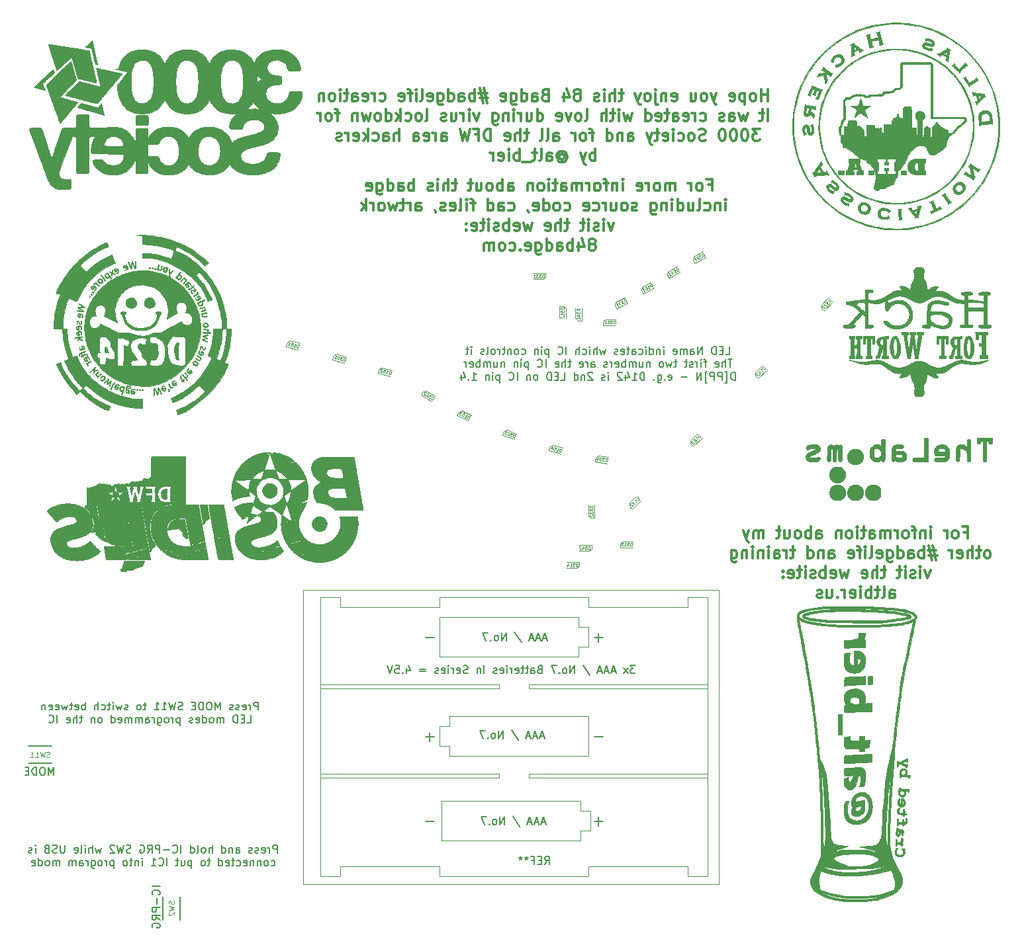
<source format=gbo>
G04 #@! TF.GenerationSoftware,KiCad,Pcbnew,(5.1.0)-1*
G04 #@! TF.CreationDate,2020-05-03T11:46:14-05:00*
G04 #@! TF.ProjectId,84badgeprod,70726f64-2e6b-4696-9361-645f70636258,1*
G04 #@! TF.SameCoordinates,Original*
G04 #@! TF.FileFunction,Legend,Bot*
G04 #@! TF.FilePolarity,Positive*
%FSLAX46Y46*%
G04 Gerber Fmt 4.6, Leading zero omitted, Abs format (unit mm)*
G04 Created by KiCad (PCBNEW (5.1.0)-1) date 2020-05-03 11:46:14*
%MOMM*%
%LPD*%
G04 APERTURE LIST*
%ADD10C,0.300000*%
%ADD11C,0.150000*%
%ADD12C,0.010000*%
%ADD13C,0.200000*%
%ADD14C,0.100000*%
%ADD15C,0.120000*%
%ADD16C,0.060000*%
G04 APERTURE END LIST*
D10*
X174714285Y-36853571D02*
X174714285Y-35353571D01*
X174714285Y-36067857D02*
X173857142Y-36067857D01*
X173857142Y-36853571D02*
X173857142Y-35353571D01*
X172928571Y-36853571D02*
X173071428Y-36782142D01*
X173142857Y-36710714D01*
X173214285Y-36567857D01*
X173214285Y-36139285D01*
X173142857Y-35996428D01*
X173071428Y-35925000D01*
X172928571Y-35853571D01*
X172714285Y-35853571D01*
X172571428Y-35925000D01*
X172500000Y-35996428D01*
X172428571Y-36139285D01*
X172428571Y-36567857D01*
X172500000Y-36710714D01*
X172571428Y-36782142D01*
X172714285Y-36853571D01*
X172928571Y-36853571D01*
X171785714Y-35853571D02*
X171785714Y-37353571D01*
X171785714Y-35925000D02*
X171642857Y-35853571D01*
X171357142Y-35853571D01*
X171214285Y-35925000D01*
X171142857Y-35996428D01*
X171071428Y-36139285D01*
X171071428Y-36567857D01*
X171142857Y-36710714D01*
X171214285Y-36782142D01*
X171357142Y-36853571D01*
X171642857Y-36853571D01*
X171785714Y-36782142D01*
X169857142Y-36782142D02*
X170000000Y-36853571D01*
X170285714Y-36853571D01*
X170428571Y-36782142D01*
X170500000Y-36639285D01*
X170500000Y-36067857D01*
X170428571Y-35925000D01*
X170285714Y-35853571D01*
X170000000Y-35853571D01*
X169857142Y-35925000D01*
X169785714Y-36067857D01*
X169785714Y-36210714D01*
X170500000Y-36353571D01*
X168142857Y-35853571D02*
X167785714Y-36853571D01*
X167428571Y-35853571D02*
X167785714Y-36853571D01*
X167928571Y-37210714D01*
X168000000Y-37282142D01*
X168142857Y-37353571D01*
X166642857Y-36853571D02*
X166785714Y-36782142D01*
X166857142Y-36710714D01*
X166928571Y-36567857D01*
X166928571Y-36139285D01*
X166857142Y-35996428D01*
X166785714Y-35925000D01*
X166642857Y-35853571D01*
X166428571Y-35853571D01*
X166285714Y-35925000D01*
X166214285Y-35996428D01*
X166142857Y-36139285D01*
X166142857Y-36567857D01*
X166214285Y-36710714D01*
X166285714Y-36782142D01*
X166428571Y-36853571D01*
X166642857Y-36853571D01*
X164857142Y-35853571D02*
X164857142Y-36853571D01*
X165500000Y-35853571D02*
X165500000Y-36639285D01*
X165428571Y-36782142D01*
X165285714Y-36853571D01*
X165071428Y-36853571D01*
X164928571Y-36782142D01*
X164857142Y-36710714D01*
X162428571Y-36782142D02*
X162571428Y-36853571D01*
X162857142Y-36853571D01*
X163000000Y-36782142D01*
X163071428Y-36639285D01*
X163071428Y-36067857D01*
X163000000Y-35925000D01*
X162857142Y-35853571D01*
X162571428Y-35853571D01*
X162428571Y-35925000D01*
X162357142Y-36067857D01*
X162357142Y-36210714D01*
X163071428Y-36353571D01*
X161714285Y-35853571D02*
X161714285Y-36853571D01*
X161714285Y-35996428D02*
X161642857Y-35925000D01*
X161500000Y-35853571D01*
X161285714Y-35853571D01*
X161142857Y-35925000D01*
X161071428Y-36067857D01*
X161071428Y-36853571D01*
X160357142Y-35853571D02*
X160357142Y-37139285D01*
X160428571Y-37282142D01*
X160571428Y-37353571D01*
X160642857Y-37353571D01*
X160357142Y-35353571D02*
X160428571Y-35425000D01*
X160357142Y-35496428D01*
X160285714Y-35425000D01*
X160357142Y-35353571D01*
X160357142Y-35496428D01*
X159428571Y-36853571D02*
X159571428Y-36782142D01*
X159642857Y-36710714D01*
X159714285Y-36567857D01*
X159714285Y-36139285D01*
X159642857Y-35996428D01*
X159571428Y-35925000D01*
X159428571Y-35853571D01*
X159214285Y-35853571D01*
X159071428Y-35925000D01*
X159000000Y-35996428D01*
X158928571Y-36139285D01*
X158928571Y-36567857D01*
X159000000Y-36710714D01*
X159071428Y-36782142D01*
X159214285Y-36853571D01*
X159428571Y-36853571D01*
X158428571Y-35853571D02*
X158071428Y-36853571D01*
X157714285Y-35853571D02*
X158071428Y-36853571D01*
X158214285Y-37210714D01*
X158285714Y-37282142D01*
X158428571Y-37353571D01*
X156214285Y-35853571D02*
X155642857Y-35853571D01*
X156000000Y-35353571D02*
X156000000Y-36639285D01*
X155928571Y-36782142D01*
X155785714Y-36853571D01*
X155642857Y-36853571D01*
X155142857Y-36853571D02*
X155142857Y-35353571D01*
X154500000Y-36853571D02*
X154500000Y-36067857D01*
X154571428Y-35925000D01*
X154714285Y-35853571D01*
X154928571Y-35853571D01*
X155071428Y-35925000D01*
X155142857Y-35996428D01*
X153785714Y-36853571D02*
X153785714Y-35853571D01*
X153785714Y-35353571D02*
X153857142Y-35425000D01*
X153785714Y-35496428D01*
X153714285Y-35425000D01*
X153785714Y-35353571D01*
X153785714Y-35496428D01*
X153142857Y-36782142D02*
X153000000Y-36853571D01*
X152714285Y-36853571D01*
X152571428Y-36782142D01*
X152500000Y-36639285D01*
X152500000Y-36567857D01*
X152571428Y-36425000D01*
X152714285Y-36353571D01*
X152928571Y-36353571D01*
X153071428Y-36282142D01*
X153142857Y-36139285D01*
X153142857Y-36067857D01*
X153071428Y-35925000D01*
X152928571Y-35853571D01*
X152714285Y-35853571D01*
X152571428Y-35925000D01*
X150500000Y-35996428D02*
X150642857Y-35925000D01*
X150714285Y-35853571D01*
X150785714Y-35710714D01*
X150785714Y-35639285D01*
X150714285Y-35496428D01*
X150642857Y-35425000D01*
X150500000Y-35353571D01*
X150214285Y-35353571D01*
X150071428Y-35425000D01*
X150000000Y-35496428D01*
X149928571Y-35639285D01*
X149928571Y-35710714D01*
X150000000Y-35853571D01*
X150071428Y-35925000D01*
X150214285Y-35996428D01*
X150500000Y-35996428D01*
X150642857Y-36067857D01*
X150714285Y-36139285D01*
X150785714Y-36282142D01*
X150785714Y-36567857D01*
X150714285Y-36710714D01*
X150642857Y-36782142D01*
X150500000Y-36853571D01*
X150214285Y-36853571D01*
X150071428Y-36782142D01*
X150000000Y-36710714D01*
X149928571Y-36567857D01*
X149928571Y-36282142D01*
X150000000Y-36139285D01*
X150071428Y-36067857D01*
X150214285Y-35996428D01*
X148642857Y-35853571D02*
X148642857Y-36853571D01*
X149000000Y-35282142D02*
X149357142Y-36353571D01*
X148428571Y-36353571D01*
X146214285Y-36067857D02*
X146000000Y-36139285D01*
X145928571Y-36210714D01*
X145857142Y-36353571D01*
X145857142Y-36567857D01*
X145928571Y-36710714D01*
X146000000Y-36782142D01*
X146142857Y-36853571D01*
X146714285Y-36853571D01*
X146714285Y-35353571D01*
X146214285Y-35353571D01*
X146071428Y-35425000D01*
X146000000Y-35496428D01*
X145928571Y-35639285D01*
X145928571Y-35782142D01*
X146000000Y-35925000D01*
X146071428Y-35996428D01*
X146214285Y-36067857D01*
X146714285Y-36067857D01*
X144571428Y-36853571D02*
X144571428Y-36067857D01*
X144642857Y-35925000D01*
X144785714Y-35853571D01*
X145071428Y-35853571D01*
X145214285Y-35925000D01*
X144571428Y-36782142D02*
X144714285Y-36853571D01*
X145071428Y-36853571D01*
X145214285Y-36782142D01*
X145285714Y-36639285D01*
X145285714Y-36496428D01*
X145214285Y-36353571D01*
X145071428Y-36282142D01*
X144714285Y-36282142D01*
X144571428Y-36210714D01*
X143214285Y-36853571D02*
X143214285Y-35353571D01*
X143214285Y-36782142D02*
X143357142Y-36853571D01*
X143642857Y-36853571D01*
X143785714Y-36782142D01*
X143857142Y-36710714D01*
X143928571Y-36567857D01*
X143928571Y-36139285D01*
X143857142Y-35996428D01*
X143785714Y-35925000D01*
X143642857Y-35853571D01*
X143357142Y-35853571D01*
X143214285Y-35925000D01*
X141857142Y-35853571D02*
X141857142Y-37067857D01*
X141928571Y-37210714D01*
X142000000Y-37282142D01*
X142142857Y-37353571D01*
X142357142Y-37353571D01*
X142500000Y-37282142D01*
X141857142Y-36782142D02*
X142000000Y-36853571D01*
X142285714Y-36853571D01*
X142428571Y-36782142D01*
X142500000Y-36710714D01*
X142571428Y-36567857D01*
X142571428Y-36139285D01*
X142500000Y-35996428D01*
X142428571Y-35925000D01*
X142285714Y-35853571D01*
X142000000Y-35853571D01*
X141857142Y-35925000D01*
X140571428Y-36782142D02*
X140714285Y-36853571D01*
X141000000Y-36853571D01*
X141142857Y-36782142D01*
X141214285Y-36639285D01*
X141214285Y-36067857D01*
X141142857Y-35925000D01*
X141000000Y-35853571D01*
X140714285Y-35853571D01*
X140571428Y-35925000D01*
X140500000Y-36067857D01*
X140500000Y-36210714D01*
X141214285Y-36353571D01*
X138785714Y-35853571D02*
X137714285Y-35853571D01*
X138357142Y-35210714D02*
X138785714Y-37139285D01*
X137857142Y-36496428D02*
X138928571Y-36496428D01*
X138285714Y-37139285D02*
X137857142Y-35210714D01*
X137214285Y-36853571D02*
X137214285Y-35353571D01*
X137214285Y-35925000D02*
X137071428Y-35853571D01*
X136785714Y-35853571D01*
X136642857Y-35925000D01*
X136571428Y-35996428D01*
X136500000Y-36139285D01*
X136500000Y-36567857D01*
X136571428Y-36710714D01*
X136642857Y-36782142D01*
X136785714Y-36853571D01*
X137071428Y-36853571D01*
X137214285Y-36782142D01*
X135214285Y-36853571D02*
X135214285Y-36067857D01*
X135285714Y-35925000D01*
X135428571Y-35853571D01*
X135714285Y-35853571D01*
X135857142Y-35925000D01*
X135214285Y-36782142D02*
X135357142Y-36853571D01*
X135714285Y-36853571D01*
X135857142Y-36782142D01*
X135928571Y-36639285D01*
X135928571Y-36496428D01*
X135857142Y-36353571D01*
X135714285Y-36282142D01*
X135357142Y-36282142D01*
X135214285Y-36210714D01*
X133857142Y-36853571D02*
X133857142Y-35353571D01*
X133857142Y-36782142D02*
X133999999Y-36853571D01*
X134285714Y-36853571D01*
X134428571Y-36782142D01*
X134500000Y-36710714D01*
X134571428Y-36567857D01*
X134571428Y-36139285D01*
X134500000Y-35996428D01*
X134428571Y-35925000D01*
X134285714Y-35853571D01*
X133999999Y-35853571D01*
X133857142Y-35925000D01*
X132499999Y-35853571D02*
X132499999Y-37067857D01*
X132571428Y-37210714D01*
X132642857Y-37282142D01*
X132785714Y-37353571D01*
X132999999Y-37353571D01*
X133142857Y-37282142D01*
X132499999Y-36782142D02*
X132642857Y-36853571D01*
X132928571Y-36853571D01*
X133071428Y-36782142D01*
X133142857Y-36710714D01*
X133214285Y-36567857D01*
X133214285Y-36139285D01*
X133142857Y-35996428D01*
X133071428Y-35925000D01*
X132928571Y-35853571D01*
X132642857Y-35853571D01*
X132499999Y-35925000D01*
X131214285Y-36782142D02*
X131357142Y-36853571D01*
X131642857Y-36853571D01*
X131785714Y-36782142D01*
X131857142Y-36639285D01*
X131857142Y-36067857D01*
X131785714Y-35925000D01*
X131642857Y-35853571D01*
X131357142Y-35853571D01*
X131214285Y-35925000D01*
X131142857Y-36067857D01*
X131142857Y-36210714D01*
X131857142Y-36353571D01*
X130285714Y-36853571D02*
X130428571Y-36782142D01*
X130500000Y-36639285D01*
X130500000Y-35353571D01*
X129714285Y-36853571D02*
X129714285Y-35853571D01*
X129714285Y-35353571D02*
X129785714Y-35425000D01*
X129714285Y-35496428D01*
X129642857Y-35425000D01*
X129714285Y-35353571D01*
X129714285Y-35496428D01*
X129214285Y-35853571D02*
X128642857Y-35853571D01*
X129000000Y-36853571D02*
X129000000Y-35567857D01*
X128928571Y-35425000D01*
X128785714Y-35353571D01*
X128642857Y-35353571D01*
X127571428Y-36782142D02*
X127714285Y-36853571D01*
X128000000Y-36853571D01*
X128142857Y-36782142D01*
X128214285Y-36639285D01*
X128214285Y-36067857D01*
X128142857Y-35925000D01*
X128000000Y-35853571D01*
X127714285Y-35853571D01*
X127571428Y-35925000D01*
X127500000Y-36067857D01*
X127500000Y-36210714D01*
X128214285Y-36353571D01*
X125071428Y-36782142D02*
X125214285Y-36853571D01*
X125500000Y-36853571D01*
X125642857Y-36782142D01*
X125714285Y-36710714D01*
X125785714Y-36567857D01*
X125785714Y-36139285D01*
X125714285Y-35996428D01*
X125642857Y-35925000D01*
X125500000Y-35853571D01*
X125214285Y-35853571D01*
X125071428Y-35925000D01*
X124428571Y-36853571D02*
X124428571Y-35853571D01*
X124428571Y-36139285D02*
X124357142Y-35996428D01*
X124285714Y-35925000D01*
X124142857Y-35853571D01*
X124000000Y-35853571D01*
X122928571Y-36782142D02*
X123071428Y-36853571D01*
X123357142Y-36853571D01*
X123499999Y-36782142D01*
X123571428Y-36639285D01*
X123571428Y-36067857D01*
X123499999Y-35925000D01*
X123357142Y-35853571D01*
X123071428Y-35853571D01*
X122928571Y-35925000D01*
X122857142Y-36067857D01*
X122857142Y-36210714D01*
X123571428Y-36353571D01*
X121571428Y-36853571D02*
X121571428Y-36067857D01*
X121642857Y-35925000D01*
X121785714Y-35853571D01*
X122071428Y-35853571D01*
X122214285Y-35925000D01*
X121571428Y-36782142D02*
X121714285Y-36853571D01*
X122071428Y-36853571D01*
X122214285Y-36782142D01*
X122285714Y-36639285D01*
X122285714Y-36496428D01*
X122214285Y-36353571D01*
X122071428Y-36282142D01*
X121714285Y-36282142D01*
X121571428Y-36210714D01*
X121071428Y-35853571D02*
X120499999Y-35853571D01*
X120857142Y-35353571D02*
X120857142Y-36639285D01*
X120785714Y-36782142D01*
X120642857Y-36853571D01*
X120499999Y-36853571D01*
X119999999Y-36853571D02*
X119999999Y-35853571D01*
X119999999Y-35353571D02*
X120071428Y-35425000D01*
X119999999Y-35496428D01*
X119928571Y-35425000D01*
X119999999Y-35353571D01*
X119999999Y-35496428D01*
X119071428Y-36853571D02*
X119214285Y-36782142D01*
X119285714Y-36710714D01*
X119357142Y-36567857D01*
X119357142Y-36139285D01*
X119285714Y-35996428D01*
X119214285Y-35925000D01*
X119071428Y-35853571D01*
X118857142Y-35853571D01*
X118714285Y-35925000D01*
X118642857Y-35996428D01*
X118571428Y-36139285D01*
X118571428Y-36567857D01*
X118642857Y-36710714D01*
X118714285Y-36782142D01*
X118857142Y-36853571D01*
X119071428Y-36853571D01*
X117928571Y-35853571D02*
X117928571Y-36853571D01*
X117928571Y-35996428D02*
X117857142Y-35925000D01*
X117714285Y-35853571D01*
X117499999Y-35853571D01*
X117357142Y-35925000D01*
X117285714Y-36067857D01*
X117285714Y-36853571D01*
X174714285Y-39403571D02*
X174714285Y-37903571D01*
X174214285Y-38403571D02*
X173642857Y-38403571D01*
X174000000Y-37903571D02*
X174000000Y-39189285D01*
X173928571Y-39332142D01*
X173785714Y-39403571D01*
X173642857Y-39403571D01*
X172142857Y-38403571D02*
X171857142Y-39403571D01*
X171571428Y-38689285D01*
X171285714Y-39403571D01*
X171000000Y-38403571D01*
X169785714Y-39403571D02*
X169785714Y-38617857D01*
X169857142Y-38475000D01*
X170000000Y-38403571D01*
X170285714Y-38403571D01*
X170428571Y-38475000D01*
X169785714Y-39332142D02*
X169928571Y-39403571D01*
X170285714Y-39403571D01*
X170428571Y-39332142D01*
X170500000Y-39189285D01*
X170500000Y-39046428D01*
X170428571Y-38903571D01*
X170285714Y-38832142D01*
X169928571Y-38832142D01*
X169785714Y-38760714D01*
X169142857Y-39332142D02*
X169000000Y-39403571D01*
X168714285Y-39403571D01*
X168571428Y-39332142D01*
X168500000Y-39189285D01*
X168500000Y-39117857D01*
X168571428Y-38975000D01*
X168714285Y-38903571D01*
X168928571Y-38903571D01*
X169071428Y-38832142D01*
X169142857Y-38689285D01*
X169142857Y-38617857D01*
X169071428Y-38475000D01*
X168928571Y-38403571D01*
X168714285Y-38403571D01*
X168571428Y-38475000D01*
X166071428Y-39332142D02*
X166214285Y-39403571D01*
X166500000Y-39403571D01*
X166642857Y-39332142D01*
X166714285Y-39260714D01*
X166785714Y-39117857D01*
X166785714Y-38689285D01*
X166714285Y-38546428D01*
X166642857Y-38475000D01*
X166500000Y-38403571D01*
X166214285Y-38403571D01*
X166071428Y-38475000D01*
X165428571Y-39403571D02*
X165428571Y-38403571D01*
X165428571Y-38689285D02*
X165357142Y-38546428D01*
X165285714Y-38475000D01*
X165142857Y-38403571D01*
X165000000Y-38403571D01*
X163928571Y-39332142D02*
X164071428Y-39403571D01*
X164357142Y-39403571D01*
X164500000Y-39332142D01*
X164571428Y-39189285D01*
X164571428Y-38617857D01*
X164500000Y-38475000D01*
X164357142Y-38403571D01*
X164071428Y-38403571D01*
X163928571Y-38475000D01*
X163857142Y-38617857D01*
X163857142Y-38760714D01*
X164571428Y-38903571D01*
X162571428Y-39403571D02*
X162571428Y-38617857D01*
X162642857Y-38475000D01*
X162785714Y-38403571D01*
X163071428Y-38403571D01*
X163214285Y-38475000D01*
X162571428Y-39332142D02*
X162714285Y-39403571D01*
X163071428Y-39403571D01*
X163214285Y-39332142D01*
X163285714Y-39189285D01*
X163285714Y-39046428D01*
X163214285Y-38903571D01*
X163071428Y-38832142D01*
X162714285Y-38832142D01*
X162571428Y-38760714D01*
X162071428Y-38403571D02*
X161500000Y-38403571D01*
X161857142Y-37903571D02*
X161857142Y-39189285D01*
X161785714Y-39332142D01*
X161642857Y-39403571D01*
X161500000Y-39403571D01*
X160428571Y-39332142D02*
X160571428Y-39403571D01*
X160857142Y-39403571D01*
X161000000Y-39332142D01*
X161071428Y-39189285D01*
X161071428Y-38617857D01*
X161000000Y-38475000D01*
X160857142Y-38403571D01*
X160571428Y-38403571D01*
X160428571Y-38475000D01*
X160357142Y-38617857D01*
X160357142Y-38760714D01*
X161071428Y-38903571D01*
X159071428Y-39403571D02*
X159071428Y-37903571D01*
X159071428Y-39332142D02*
X159214285Y-39403571D01*
X159500000Y-39403571D01*
X159642857Y-39332142D01*
X159714285Y-39260714D01*
X159785714Y-39117857D01*
X159785714Y-38689285D01*
X159714285Y-38546428D01*
X159642857Y-38475000D01*
X159500000Y-38403571D01*
X159214285Y-38403571D01*
X159071428Y-38475000D01*
X157357142Y-38403571D02*
X157071428Y-39403571D01*
X156785714Y-38689285D01*
X156500000Y-39403571D01*
X156214285Y-38403571D01*
X155642857Y-39403571D02*
X155642857Y-38403571D01*
X155642857Y-37903571D02*
X155714285Y-37975000D01*
X155642857Y-38046428D01*
X155571428Y-37975000D01*
X155642857Y-37903571D01*
X155642857Y-38046428D01*
X155142857Y-38403571D02*
X154571428Y-38403571D01*
X154928571Y-37903571D02*
X154928571Y-39189285D01*
X154857142Y-39332142D01*
X154714285Y-39403571D01*
X154571428Y-39403571D01*
X154071428Y-39403571D02*
X154071428Y-37903571D01*
X153428571Y-39403571D02*
X153428571Y-38617857D01*
X153500000Y-38475000D01*
X153642857Y-38403571D01*
X153857142Y-38403571D01*
X154000000Y-38475000D01*
X154071428Y-38546428D01*
X151357142Y-39403571D02*
X151500000Y-39332142D01*
X151571428Y-39189285D01*
X151571428Y-37903571D01*
X150571428Y-39403571D02*
X150714285Y-39332142D01*
X150785714Y-39260714D01*
X150857142Y-39117857D01*
X150857142Y-38689285D01*
X150785714Y-38546428D01*
X150714285Y-38475000D01*
X150571428Y-38403571D01*
X150357142Y-38403571D01*
X150214285Y-38475000D01*
X150142857Y-38546428D01*
X150071428Y-38689285D01*
X150071428Y-39117857D01*
X150142857Y-39260714D01*
X150214285Y-39332142D01*
X150357142Y-39403571D01*
X150571428Y-39403571D01*
X149571428Y-38403571D02*
X149214285Y-39403571D01*
X148857142Y-38403571D01*
X147714285Y-39332142D02*
X147857142Y-39403571D01*
X148142857Y-39403571D01*
X148285714Y-39332142D01*
X148357142Y-39189285D01*
X148357142Y-38617857D01*
X148285714Y-38475000D01*
X148142857Y-38403571D01*
X147857142Y-38403571D01*
X147714285Y-38475000D01*
X147642857Y-38617857D01*
X147642857Y-38760714D01*
X148357142Y-38903571D01*
X145214285Y-39403571D02*
X145214285Y-37903571D01*
X145214285Y-39332142D02*
X145357142Y-39403571D01*
X145642857Y-39403571D01*
X145785714Y-39332142D01*
X145857142Y-39260714D01*
X145928571Y-39117857D01*
X145928571Y-38689285D01*
X145857142Y-38546428D01*
X145785714Y-38475000D01*
X145642857Y-38403571D01*
X145357142Y-38403571D01*
X145214285Y-38475000D01*
X143857142Y-38403571D02*
X143857142Y-39403571D01*
X144500000Y-38403571D02*
X144500000Y-39189285D01*
X144428571Y-39332142D01*
X144285714Y-39403571D01*
X144071428Y-39403571D01*
X143928571Y-39332142D01*
X143857142Y-39260714D01*
X143142857Y-39403571D02*
X143142857Y-38403571D01*
X143142857Y-38689285D02*
X143071428Y-38546428D01*
X143000000Y-38475000D01*
X142857142Y-38403571D01*
X142714285Y-38403571D01*
X142214285Y-39403571D02*
X142214285Y-38403571D01*
X142214285Y-37903571D02*
X142285714Y-37975000D01*
X142214285Y-38046428D01*
X142142857Y-37975000D01*
X142214285Y-37903571D01*
X142214285Y-38046428D01*
X141500000Y-38403571D02*
X141500000Y-39403571D01*
X141500000Y-38546428D02*
X141428571Y-38475000D01*
X141285714Y-38403571D01*
X141071428Y-38403571D01*
X140928571Y-38475000D01*
X140857142Y-38617857D01*
X140857142Y-39403571D01*
X139500000Y-38403571D02*
X139500000Y-39617857D01*
X139571428Y-39760714D01*
X139642857Y-39832142D01*
X139785714Y-39903571D01*
X140000000Y-39903571D01*
X140142857Y-39832142D01*
X139500000Y-39332142D02*
X139642857Y-39403571D01*
X139928571Y-39403571D01*
X140071428Y-39332142D01*
X140142857Y-39260714D01*
X140214285Y-39117857D01*
X140214285Y-38689285D01*
X140142857Y-38546428D01*
X140071428Y-38475000D01*
X139928571Y-38403571D01*
X139642857Y-38403571D01*
X139500000Y-38475000D01*
X137785714Y-38403571D02*
X137428571Y-39403571D01*
X137071428Y-38403571D01*
X136500000Y-39403571D02*
X136500000Y-38403571D01*
X136500000Y-37903571D02*
X136571428Y-37975000D01*
X136500000Y-38046428D01*
X136428571Y-37975000D01*
X136500000Y-37903571D01*
X136500000Y-38046428D01*
X135785714Y-39403571D02*
X135785714Y-38403571D01*
X135785714Y-38689285D02*
X135714285Y-38546428D01*
X135642857Y-38475000D01*
X135500000Y-38403571D01*
X135357142Y-38403571D01*
X134214285Y-38403571D02*
X134214285Y-39403571D01*
X134857142Y-38403571D02*
X134857142Y-39189285D01*
X134785714Y-39332142D01*
X134642857Y-39403571D01*
X134428571Y-39403571D01*
X134285714Y-39332142D01*
X134214285Y-39260714D01*
X133571428Y-39332142D02*
X133428571Y-39403571D01*
X133142857Y-39403571D01*
X133000000Y-39332142D01*
X132928571Y-39189285D01*
X132928571Y-39117857D01*
X133000000Y-38975000D01*
X133142857Y-38903571D01*
X133357142Y-38903571D01*
X133500000Y-38832142D01*
X133571428Y-38689285D01*
X133571428Y-38617857D01*
X133500000Y-38475000D01*
X133357142Y-38403571D01*
X133142857Y-38403571D01*
X133000000Y-38475000D01*
X130928571Y-39403571D02*
X131071428Y-39332142D01*
X131142857Y-39189285D01*
X131142857Y-37903571D01*
X130142857Y-39403571D02*
X130285714Y-39332142D01*
X130357142Y-39260714D01*
X130428571Y-39117857D01*
X130428571Y-38689285D01*
X130357142Y-38546428D01*
X130285714Y-38475000D01*
X130142857Y-38403571D01*
X129928571Y-38403571D01*
X129785714Y-38475000D01*
X129714285Y-38546428D01*
X129642857Y-38689285D01*
X129642857Y-39117857D01*
X129714285Y-39260714D01*
X129785714Y-39332142D01*
X129928571Y-39403571D01*
X130142857Y-39403571D01*
X128357142Y-39332142D02*
X128500000Y-39403571D01*
X128785714Y-39403571D01*
X128928571Y-39332142D01*
X129000000Y-39260714D01*
X129071428Y-39117857D01*
X129071428Y-38689285D01*
X129000000Y-38546428D01*
X128928571Y-38475000D01*
X128785714Y-38403571D01*
X128500000Y-38403571D01*
X128357142Y-38475000D01*
X127714285Y-39403571D02*
X127714285Y-37903571D01*
X127571428Y-38832142D02*
X127142857Y-39403571D01*
X127142857Y-38403571D02*
X127714285Y-38975000D01*
X125857142Y-39403571D02*
X125857142Y-37903571D01*
X125857142Y-39332142D02*
X126000000Y-39403571D01*
X126285714Y-39403571D01*
X126428571Y-39332142D01*
X126500000Y-39260714D01*
X126571428Y-39117857D01*
X126571428Y-38689285D01*
X126500000Y-38546428D01*
X126428571Y-38475000D01*
X126285714Y-38403571D01*
X126000000Y-38403571D01*
X125857142Y-38475000D01*
X124928571Y-39403571D02*
X125071428Y-39332142D01*
X125142857Y-39260714D01*
X125214285Y-39117857D01*
X125214285Y-38689285D01*
X125142857Y-38546428D01*
X125071428Y-38475000D01*
X124928571Y-38403571D01*
X124714285Y-38403571D01*
X124571428Y-38475000D01*
X124500000Y-38546428D01*
X124428571Y-38689285D01*
X124428571Y-39117857D01*
X124500000Y-39260714D01*
X124571428Y-39332142D01*
X124714285Y-39403571D01*
X124928571Y-39403571D01*
X123928571Y-38403571D02*
X123642857Y-39403571D01*
X123357142Y-38689285D01*
X123071428Y-39403571D01*
X122785714Y-38403571D01*
X122214285Y-38403571D02*
X122214285Y-39403571D01*
X122214285Y-38546428D02*
X122142857Y-38475000D01*
X122000000Y-38403571D01*
X121785714Y-38403571D01*
X121642857Y-38475000D01*
X121571428Y-38617857D01*
X121571428Y-39403571D01*
X119928571Y-38403571D02*
X119357142Y-38403571D01*
X119714285Y-39403571D02*
X119714285Y-38117857D01*
X119642857Y-37975000D01*
X119500000Y-37903571D01*
X119357142Y-37903571D01*
X118642857Y-39403571D02*
X118785714Y-39332142D01*
X118857142Y-39260714D01*
X118928571Y-39117857D01*
X118928571Y-38689285D01*
X118857142Y-38546428D01*
X118785714Y-38475000D01*
X118642857Y-38403571D01*
X118428571Y-38403571D01*
X118285714Y-38475000D01*
X118214285Y-38546428D01*
X118142857Y-38689285D01*
X118142857Y-39117857D01*
X118214285Y-39260714D01*
X118285714Y-39332142D01*
X118428571Y-39403571D01*
X118642857Y-39403571D01*
X117500000Y-39403571D02*
X117500000Y-38403571D01*
X117500000Y-38689285D02*
X117428571Y-38546428D01*
X117357142Y-38475000D01*
X117214285Y-38403571D01*
X117071428Y-38403571D01*
X173678571Y-40453571D02*
X172750000Y-40453571D01*
X173250000Y-41025000D01*
X173035714Y-41025000D01*
X172892857Y-41096428D01*
X172821428Y-41167857D01*
X172750000Y-41310714D01*
X172750000Y-41667857D01*
X172821428Y-41810714D01*
X172892857Y-41882142D01*
X173035714Y-41953571D01*
X173464285Y-41953571D01*
X173607142Y-41882142D01*
X173678571Y-41810714D01*
X171821428Y-40453571D02*
X171678571Y-40453571D01*
X171535714Y-40525000D01*
X171464285Y-40596428D01*
X171392857Y-40739285D01*
X171321428Y-41025000D01*
X171321428Y-41382142D01*
X171392857Y-41667857D01*
X171464285Y-41810714D01*
X171535714Y-41882142D01*
X171678571Y-41953571D01*
X171821428Y-41953571D01*
X171964285Y-41882142D01*
X172035714Y-41810714D01*
X172107142Y-41667857D01*
X172178571Y-41382142D01*
X172178571Y-41025000D01*
X172107142Y-40739285D01*
X172035714Y-40596428D01*
X171964285Y-40525000D01*
X171821428Y-40453571D01*
X170392857Y-40453571D02*
X170250000Y-40453571D01*
X170107142Y-40525000D01*
X170035714Y-40596428D01*
X169964285Y-40739285D01*
X169892857Y-41025000D01*
X169892857Y-41382142D01*
X169964285Y-41667857D01*
X170035714Y-41810714D01*
X170107142Y-41882142D01*
X170250000Y-41953571D01*
X170392857Y-41953571D01*
X170535714Y-41882142D01*
X170607142Y-41810714D01*
X170678571Y-41667857D01*
X170750000Y-41382142D01*
X170750000Y-41025000D01*
X170678571Y-40739285D01*
X170607142Y-40596428D01*
X170535714Y-40525000D01*
X170392857Y-40453571D01*
X168964285Y-40453571D02*
X168821428Y-40453571D01*
X168678571Y-40525000D01*
X168607142Y-40596428D01*
X168535714Y-40739285D01*
X168464285Y-41025000D01*
X168464285Y-41382142D01*
X168535714Y-41667857D01*
X168607142Y-41810714D01*
X168678571Y-41882142D01*
X168821428Y-41953571D01*
X168964285Y-41953571D01*
X169107142Y-41882142D01*
X169178571Y-41810714D01*
X169250000Y-41667857D01*
X169321428Y-41382142D01*
X169321428Y-41025000D01*
X169250000Y-40739285D01*
X169178571Y-40596428D01*
X169107142Y-40525000D01*
X168964285Y-40453571D01*
X166750000Y-41882142D02*
X166535714Y-41953571D01*
X166178571Y-41953571D01*
X166035714Y-41882142D01*
X165964285Y-41810714D01*
X165892857Y-41667857D01*
X165892857Y-41525000D01*
X165964285Y-41382142D01*
X166035714Y-41310714D01*
X166178571Y-41239285D01*
X166464285Y-41167857D01*
X166607142Y-41096428D01*
X166678571Y-41025000D01*
X166750000Y-40882142D01*
X166750000Y-40739285D01*
X166678571Y-40596428D01*
X166607142Y-40525000D01*
X166464285Y-40453571D01*
X166107142Y-40453571D01*
X165892857Y-40525000D01*
X165035714Y-41953571D02*
X165178571Y-41882142D01*
X165250000Y-41810714D01*
X165321428Y-41667857D01*
X165321428Y-41239285D01*
X165250000Y-41096428D01*
X165178571Y-41025000D01*
X165035714Y-40953571D01*
X164821428Y-40953571D01*
X164678571Y-41025000D01*
X164607142Y-41096428D01*
X164535714Y-41239285D01*
X164535714Y-41667857D01*
X164607142Y-41810714D01*
X164678571Y-41882142D01*
X164821428Y-41953571D01*
X165035714Y-41953571D01*
X163250000Y-41882142D02*
X163392857Y-41953571D01*
X163678571Y-41953571D01*
X163821428Y-41882142D01*
X163892857Y-41810714D01*
X163964285Y-41667857D01*
X163964285Y-41239285D01*
X163892857Y-41096428D01*
X163821428Y-41025000D01*
X163678571Y-40953571D01*
X163392857Y-40953571D01*
X163250000Y-41025000D01*
X162607142Y-41953571D02*
X162607142Y-40953571D01*
X162607142Y-40453571D02*
X162678571Y-40525000D01*
X162607142Y-40596428D01*
X162535714Y-40525000D01*
X162607142Y-40453571D01*
X162607142Y-40596428D01*
X161321428Y-41882142D02*
X161464285Y-41953571D01*
X161750000Y-41953571D01*
X161892857Y-41882142D01*
X161964285Y-41739285D01*
X161964285Y-41167857D01*
X161892857Y-41025000D01*
X161750000Y-40953571D01*
X161464285Y-40953571D01*
X161321428Y-41025000D01*
X161250000Y-41167857D01*
X161250000Y-41310714D01*
X161964285Y-41453571D01*
X160821428Y-40953571D02*
X160250000Y-40953571D01*
X160607142Y-40453571D02*
X160607142Y-41739285D01*
X160535714Y-41882142D01*
X160392857Y-41953571D01*
X160250000Y-41953571D01*
X159892857Y-40953571D02*
X159535714Y-41953571D01*
X159178571Y-40953571D02*
X159535714Y-41953571D01*
X159678571Y-42310714D01*
X159750000Y-42382142D01*
X159892857Y-42453571D01*
X156821428Y-41953571D02*
X156821428Y-41167857D01*
X156892857Y-41025000D01*
X157035714Y-40953571D01*
X157321428Y-40953571D01*
X157464285Y-41025000D01*
X156821428Y-41882142D02*
X156964285Y-41953571D01*
X157321428Y-41953571D01*
X157464285Y-41882142D01*
X157535714Y-41739285D01*
X157535714Y-41596428D01*
X157464285Y-41453571D01*
X157321428Y-41382142D01*
X156964285Y-41382142D01*
X156821428Y-41310714D01*
X156107142Y-40953571D02*
X156107142Y-41953571D01*
X156107142Y-41096428D02*
X156035714Y-41025000D01*
X155892857Y-40953571D01*
X155678571Y-40953571D01*
X155535714Y-41025000D01*
X155464285Y-41167857D01*
X155464285Y-41953571D01*
X154107142Y-41953571D02*
X154107142Y-40453571D01*
X154107142Y-41882142D02*
X154250000Y-41953571D01*
X154535714Y-41953571D01*
X154678571Y-41882142D01*
X154750000Y-41810714D01*
X154821428Y-41667857D01*
X154821428Y-41239285D01*
X154750000Y-41096428D01*
X154678571Y-41025000D01*
X154535714Y-40953571D01*
X154250000Y-40953571D01*
X154107142Y-41025000D01*
X152464285Y-40953571D02*
X151892857Y-40953571D01*
X152250000Y-41953571D02*
X152250000Y-40667857D01*
X152178571Y-40525000D01*
X152035714Y-40453571D01*
X151892857Y-40453571D01*
X151178571Y-41953571D02*
X151321428Y-41882142D01*
X151392857Y-41810714D01*
X151464285Y-41667857D01*
X151464285Y-41239285D01*
X151392857Y-41096428D01*
X151321428Y-41025000D01*
X151178571Y-40953571D01*
X150964285Y-40953571D01*
X150821428Y-41025000D01*
X150750000Y-41096428D01*
X150678571Y-41239285D01*
X150678571Y-41667857D01*
X150750000Y-41810714D01*
X150821428Y-41882142D01*
X150964285Y-41953571D01*
X151178571Y-41953571D01*
X150035714Y-41953571D02*
X150035714Y-40953571D01*
X150035714Y-41239285D02*
X149964285Y-41096428D01*
X149892857Y-41025000D01*
X149750000Y-40953571D01*
X149607142Y-40953571D01*
X147321428Y-41953571D02*
X147321428Y-41167857D01*
X147392857Y-41025000D01*
X147535714Y-40953571D01*
X147821428Y-40953571D01*
X147964285Y-41025000D01*
X147321428Y-41882142D02*
X147464285Y-41953571D01*
X147821428Y-41953571D01*
X147964285Y-41882142D01*
X148035714Y-41739285D01*
X148035714Y-41596428D01*
X147964285Y-41453571D01*
X147821428Y-41382142D01*
X147464285Y-41382142D01*
X147321428Y-41310714D01*
X146392857Y-41953571D02*
X146535714Y-41882142D01*
X146607142Y-41739285D01*
X146607142Y-40453571D01*
X145607142Y-41953571D02*
X145750000Y-41882142D01*
X145821428Y-41739285D01*
X145821428Y-40453571D01*
X144107142Y-40953571D02*
X143535714Y-40953571D01*
X143892857Y-40453571D02*
X143892857Y-41739285D01*
X143821428Y-41882142D01*
X143678571Y-41953571D01*
X143535714Y-41953571D01*
X143035714Y-41953571D02*
X143035714Y-40453571D01*
X142392857Y-41953571D02*
X142392857Y-41167857D01*
X142464285Y-41025000D01*
X142607142Y-40953571D01*
X142821428Y-40953571D01*
X142964285Y-41025000D01*
X143035714Y-41096428D01*
X141107142Y-41882142D02*
X141250000Y-41953571D01*
X141535714Y-41953571D01*
X141678571Y-41882142D01*
X141750000Y-41739285D01*
X141750000Y-41167857D01*
X141678571Y-41025000D01*
X141535714Y-40953571D01*
X141250000Y-40953571D01*
X141107142Y-41025000D01*
X141035714Y-41167857D01*
X141035714Y-41310714D01*
X141750000Y-41453571D01*
X139250000Y-41953571D02*
X139250000Y-40453571D01*
X138892857Y-40453571D01*
X138678571Y-40525000D01*
X138535714Y-40667857D01*
X138464285Y-40810714D01*
X138392857Y-41096428D01*
X138392857Y-41310714D01*
X138464285Y-41596428D01*
X138535714Y-41739285D01*
X138678571Y-41882142D01*
X138892857Y-41953571D01*
X139250000Y-41953571D01*
X137250000Y-41167857D02*
X137750000Y-41167857D01*
X137750000Y-41953571D02*
X137750000Y-40453571D01*
X137035714Y-40453571D01*
X136607142Y-40453571D02*
X136250000Y-41953571D01*
X135964285Y-40882142D01*
X135678571Y-41953571D01*
X135321428Y-40453571D01*
X132964285Y-41953571D02*
X132964285Y-41167857D01*
X133035714Y-41025000D01*
X133178571Y-40953571D01*
X133464285Y-40953571D01*
X133607142Y-41025000D01*
X132964285Y-41882142D02*
X133107142Y-41953571D01*
X133464285Y-41953571D01*
X133607142Y-41882142D01*
X133678571Y-41739285D01*
X133678571Y-41596428D01*
X133607142Y-41453571D01*
X133464285Y-41382142D01*
X133107142Y-41382142D01*
X132964285Y-41310714D01*
X132250000Y-41953571D02*
X132250000Y-40953571D01*
X132250000Y-41239285D02*
X132178571Y-41096428D01*
X132107142Y-41025000D01*
X131964285Y-40953571D01*
X131821428Y-40953571D01*
X130750000Y-41882142D02*
X130892857Y-41953571D01*
X131178571Y-41953571D01*
X131321428Y-41882142D01*
X131392857Y-41739285D01*
X131392857Y-41167857D01*
X131321428Y-41025000D01*
X131178571Y-40953571D01*
X130892857Y-40953571D01*
X130750000Y-41025000D01*
X130678571Y-41167857D01*
X130678571Y-41310714D01*
X131392857Y-41453571D01*
X129392857Y-41953571D02*
X129392857Y-41167857D01*
X129464285Y-41025000D01*
X129607142Y-40953571D01*
X129892857Y-40953571D01*
X130035714Y-41025000D01*
X129392857Y-41882142D02*
X129535714Y-41953571D01*
X129892857Y-41953571D01*
X130035714Y-41882142D01*
X130107142Y-41739285D01*
X130107142Y-41596428D01*
X130035714Y-41453571D01*
X129892857Y-41382142D01*
X129535714Y-41382142D01*
X129392857Y-41310714D01*
X127535714Y-41953571D02*
X127535714Y-40453571D01*
X126892857Y-41953571D02*
X126892857Y-41167857D01*
X126964285Y-41025000D01*
X127107142Y-40953571D01*
X127321428Y-40953571D01*
X127464285Y-41025000D01*
X127535714Y-41096428D01*
X125535714Y-41953571D02*
X125535714Y-41167857D01*
X125607142Y-41025000D01*
X125750000Y-40953571D01*
X126035714Y-40953571D01*
X126178571Y-41025000D01*
X125535714Y-41882142D02*
X125678571Y-41953571D01*
X126035714Y-41953571D01*
X126178571Y-41882142D01*
X126250000Y-41739285D01*
X126250000Y-41596428D01*
X126178571Y-41453571D01*
X126035714Y-41382142D01*
X125678571Y-41382142D01*
X125535714Y-41310714D01*
X124178571Y-41882142D02*
X124321428Y-41953571D01*
X124607142Y-41953571D01*
X124750000Y-41882142D01*
X124821428Y-41810714D01*
X124892857Y-41667857D01*
X124892857Y-41239285D01*
X124821428Y-41096428D01*
X124750000Y-41025000D01*
X124607142Y-40953571D01*
X124321428Y-40953571D01*
X124178571Y-41025000D01*
X123535714Y-41953571D02*
X123535714Y-40453571D01*
X123392857Y-41382142D02*
X122964285Y-41953571D01*
X122964285Y-40953571D02*
X123535714Y-41525000D01*
X121750000Y-41882142D02*
X121892857Y-41953571D01*
X122178571Y-41953571D01*
X122321428Y-41882142D01*
X122392857Y-41739285D01*
X122392857Y-41167857D01*
X122321428Y-41025000D01*
X122178571Y-40953571D01*
X121892857Y-40953571D01*
X121750000Y-41025000D01*
X121678571Y-41167857D01*
X121678571Y-41310714D01*
X122392857Y-41453571D01*
X121035714Y-41953571D02*
X121035714Y-40953571D01*
X121035714Y-41239285D02*
X120964285Y-41096428D01*
X120892857Y-41025000D01*
X120750000Y-40953571D01*
X120607142Y-40953571D01*
X120178571Y-41882142D02*
X120035714Y-41953571D01*
X119750000Y-41953571D01*
X119607142Y-41882142D01*
X119535714Y-41739285D01*
X119535714Y-41667857D01*
X119607142Y-41525000D01*
X119750000Y-41453571D01*
X119964285Y-41453571D01*
X120107142Y-41382142D01*
X120178571Y-41239285D01*
X120178571Y-41167857D01*
X120107142Y-41025000D01*
X119964285Y-40953571D01*
X119750000Y-40953571D01*
X119607142Y-41025000D01*
X152642857Y-44503571D02*
X152642857Y-43003571D01*
X152642857Y-43575000D02*
X152500000Y-43503571D01*
X152214285Y-43503571D01*
X152071428Y-43575000D01*
X152000000Y-43646428D01*
X151928571Y-43789285D01*
X151928571Y-44217857D01*
X152000000Y-44360714D01*
X152071428Y-44432142D01*
X152214285Y-44503571D01*
X152500000Y-44503571D01*
X152642857Y-44432142D01*
X151428571Y-43503571D02*
X151071428Y-44503571D01*
X150714285Y-43503571D02*
X151071428Y-44503571D01*
X151214285Y-44860714D01*
X151285714Y-44932142D01*
X151428571Y-45003571D01*
X148071428Y-43789285D02*
X148142857Y-43717857D01*
X148285714Y-43646428D01*
X148428571Y-43646428D01*
X148571428Y-43717857D01*
X148642857Y-43789285D01*
X148714285Y-43932142D01*
X148714285Y-44075000D01*
X148642857Y-44217857D01*
X148571428Y-44289285D01*
X148428571Y-44360714D01*
X148285714Y-44360714D01*
X148142857Y-44289285D01*
X148071428Y-44217857D01*
X148071428Y-43646428D02*
X148071428Y-44217857D01*
X148000000Y-44289285D01*
X147928571Y-44289285D01*
X147785714Y-44217857D01*
X147714285Y-44075000D01*
X147714285Y-43717857D01*
X147857142Y-43503571D01*
X148071428Y-43360714D01*
X148357142Y-43289285D01*
X148642857Y-43360714D01*
X148857142Y-43503571D01*
X149000000Y-43717857D01*
X149071428Y-44003571D01*
X149000000Y-44289285D01*
X148857142Y-44503571D01*
X148642857Y-44646428D01*
X148357142Y-44717857D01*
X148071428Y-44646428D01*
X147857142Y-44503571D01*
X146428571Y-44503571D02*
X146428571Y-43717857D01*
X146500000Y-43575000D01*
X146642857Y-43503571D01*
X146928571Y-43503571D01*
X147071428Y-43575000D01*
X146428571Y-44432142D02*
X146571428Y-44503571D01*
X146928571Y-44503571D01*
X147071428Y-44432142D01*
X147142857Y-44289285D01*
X147142857Y-44146428D01*
X147071428Y-44003571D01*
X146928571Y-43932142D01*
X146571428Y-43932142D01*
X146428571Y-43860714D01*
X145500000Y-44503571D02*
X145642857Y-44432142D01*
X145714285Y-44289285D01*
X145714285Y-43003571D01*
X145142857Y-43503571D02*
X144571428Y-43503571D01*
X144928571Y-43003571D02*
X144928571Y-44289285D01*
X144857142Y-44432142D01*
X144714285Y-44503571D01*
X144571428Y-44503571D01*
X144428571Y-44646428D02*
X143285714Y-44646428D01*
X142928571Y-44503571D02*
X142928571Y-43003571D01*
X142928571Y-43575000D02*
X142785714Y-43503571D01*
X142500000Y-43503571D01*
X142357142Y-43575000D01*
X142285714Y-43646428D01*
X142214285Y-43789285D01*
X142214285Y-44217857D01*
X142285714Y-44360714D01*
X142357142Y-44432142D01*
X142500000Y-44503571D01*
X142785714Y-44503571D01*
X142928571Y-44432142D01*
X141571428Y-44503571D02*
X141571428Y-43503571D01*
X141571428Y-43003571D02*
X141642857Y-43075000D01*
X141571428Y-43146428D01*
X141500000Y-43075000D01*
X141571428Y-43003571D01*
X141571428Y-43146428D01*
X140285714Y-44432142D02*
X140428571Y-44503571D01*
X140714285Y-44503571D01*
X140857142Y-44432142D01*
X140928571Y-44289285D01*
X140928571Y-43717857D01*
X140857142Y-43575000D01*
X140714285Y-43503571D01*
X140428571Y-43503571D01*
X140285714Y-43575000D01*
X140214285Y-43717857D01*
X140214285Y-43860714D01*
X140928571Y-44003571D01*
X139571428Y-44503571D02*
X139571428Y-43503571D01*
X139571428Y-43789285D02*
X139500000Y-43646428D01*
X139428571Y-43575000D01*
X139285714Y-43503571D01*
X139142857Y-43503571D01*
X199785714Y-92067857D02*
X200285714Y-92067857D01*
X200285714Y-92853571D02*
X200285714Y-91353571D01*
X199571428Y-91353571D01*
X198785714Y-92853571D02*
X198928571Y-92782142D01*
X199000000Y-92710714D01*
X199071428Y-92567857D01*
X199071428Y-92139285D01*
X199000000Y-91996428D01*
X198928571Y-91925000D01*
X198785714Y-91853571D01*
X198571428Y-91853571D01*
X198428571Y-91925000D01*
X198357142Y-91996428D01*
X198285714Y-92139285D01*
X198285714Y-92567857D01*
X198357142Y-92710714D01*
X198428571Y-92782142D01*
X198571428Y-92853571D01*
X198785714Y-92853571D01*
X197642857Y-92853571D02*
X197642857Y-91853571D01*
X197642857Y-92139285D02*
X197571428Y-91996428D01*
X197500000Y-91925000D01*
X197357142Y-91853571D01*
X197214285Y-91853571D01*
X195571428Y-92853571D02*
X195571428Y-91853571D01*
X195571428Y-91353571D02*
X195642857Y-91425000D01*
X195571428Y-91496428D01*
X195500000Y-91425000D01*
X195571428Y-91353571D01*
X195571428Y-91496428D01*
X194857142Y-91853571D02*
X194857142Y-92853571D01*
X194857142Y-91996428D02*
X194785714Y-91925000D01*
X194642857Y-91853571D01*
X194428571Y-91853571D01*
X194285714Y-91925000D01*
X194214285Y-92067857D01*
X194214285Y-92853571D01*
X193714285Y-91853571D02*
X193142857Y-91853571D01*
X193500000Y-92853571D02*
X193500000Y-91567857D01*
X193428571Y-91425000D01*
X193285714Y-91353571D01*
X193142857Y-91353571D01*
X192428571Y-92853571D02*
X192571428Y-92782142D01*
X192642857Y-92710714D01*
X192714285Y-92567857D01*
X192714285Y-92139285D01*
X192642857Y-91996428D01*
X192571428Y-91925000D01*
X192428571Y-91853571D01*
X192214285Y-91853571D01*
X192071428Y-91925000D01*
X192000000Y-91996428D01*
X191928571Y-92139285D01*
X191928571Y-92567857D01*
X192000000Y-92710714D01*
X192071428Y-92782142D01*
X192214285Y-92853571D01*
X192428571Y-92853571D01*
X191285714Y-92853571D02*
X191285714Y-91853571D01*
X191285714Y-92139285D02*
X191214285Y-91996428D01*
X191142857Y-91925000D01*
X191000000Y-91853571D01*
X190857142Y-91853571D01*
X190357142Y-92853571D02*
X190357142Y-91853571D01*
X190357142Y-91996428D02*
X190285714Y-91925000D01*
X190142857Y-91853571D01*
X189928571Y-91853571D01*
X189785714Y-91925000D01*
X189714285Y-92067857D01*
X189714285Y-92853571D01*
X189714285Y-92067857D02*
X189642857Y-91925000D01*
X189500000Y-91853571D01*
X189285714Y-91853571D01*
X189142857Y-91925000D01*
X189071428Y-92067857D01*
X189071428Y-92853571D01*
X187714285Y-92853571D02*
X187714285Y-92067857D01*
X187785714Y-91925000D01*
X187928571Y-91853571D01*
X188214285Y-91853571D01*
X188357142Y-91925000D01*
X187714285Y-92782142D02*
X187857142Y-92853571D01*
X188214285Y-92853571D01*
X188357142Y-92782142D01*
X188428571Y-92639285D01*
X188428571Y-92496428D01*
X188357142Y-92353571D01*
X188214285Y-92282142D01*
X187857142Y-92282142D01*
X187714285Y-92210714D01*
X187214285Y-91853571D02*
X186642857Y-91853571D01*
X187000000Y-91353571D02*
X187000000Y-92639285D01*
X186928571Y-92782142D01*
X186785714Y-92853571D01*
X186642857Y-92853571D01*
X186142857Y-92853571D02*
X186142857Y-91853571D01*
X186142857Y-91353571D02*
X186214285Y-91425000D01*
X186142857Y-91496428D01*
X186071428Y-91425000D01*
X186142857Y-91353571D01*
X186142857Y-91496428D01*
X185214285Y-92853571D02*
X185357142Y-92782142D01*
X185428571Y-92710714D01*
X185500000Y-92567857D01*
X185500000Y-92139285D01*
X185428571Y-91996428D01*
X185357142Y-91925000D01*
X185214285Y-91853571D01*
X185000000Y-91853571D01*
X184857142Y-91925000D01*
X184785714Y-91996428D01*
X184714285Y-92139285D01*
X184714285Y-92567857D01*
X184785714Y-92710714D01*
X184857142Y-92782142D01*
X185000000Y-92853571D01*
X185214285Y-92853571D01*
X184071428Y-91853571D02*
X184071428Y-92853571D01*
X184071428Y-91996428D02*
X184000000Y-91925000D01*
X183857142Y-91853571D01*
X183642857Y-91853571D01*
X183500000Y-91925000D01*
X183428571Y-92067857D01*
X183428571Y-92853571D01*
X180928571Y-92853571D02*
X180928571Y-92067857D01*
X181000000Y-91925000D01*
X181142857Y-91853571D01*
X181428571Y-91853571D01*
X181571428Y-91925000D01*
X180928571Y-92782142D02*
X181071428Y-92853571D01*
X181428571Y-92853571D01*
X181571428Y-92782142D01*
X181642857Y-92639285D01*
X181642857Y-92496428D01*
X181571428Y-92353571D01*
X181428571Y-92282142D01*
X181071428Y-92282142D01*
X180928571Y-92210714D01*
X180214285Y-92853571D02*
X180214285Y-91353571D01*
X180214285Y-91925000D02*
X180071428Y-91853571D01*
X179785714Y-91853571D01*
X179642857Y-91925000D01*
X179571428Y-91996428D01*
X179500000Y-92139285D01*
X179500000Y-92567857D01*
X179571428Y-92710714D01*
X179642857Y-92782142D01*
X179785714Y-92853571D01*
X180071428Y-92853571D01*
X180214285Y-92782142D01*
X178642857Y-92853571D02*
X178785714Y-92782142D01*
X178857142Y-92710714D01*
X178928571Y-92567857D01*
X178928571Y-92139285D01*
X178857142Y-91996428D01*
X178785714Y-91925000D01*
X178642857Y-91853571D01*
X178428571Y-91853571D01*
X178285714Y-91925000D01*
X178214285Y-91996428D01*
X178142857Y-92139285D01*
X178142857Y-92567857D01*
X178214285Y-92710714D01*
X178285714Y-92782142D01*
X178428571Y-92853571D01*
X178642857Y-92853571D01*
X176857142Y-91853571D02*
X176857142Y-92853571D01*
X177500000Y-91853571D02*
X177500000Y-92639285D01*
X177428571Y-92782142D01*
X177285714Y-92853571D01*
X177071428Y-92853571D01*
X176928571Y-92782142D01*
X176857142Y-92710714D01*
X176357142Y-91853571D02*
X175785714Y-91853571D01*
X176142857Y-91353571D02*
X176142857Y-92639285D01*
X176071428Y-92782142D01*
X175928571Y-92853571D01*
X175785714Y-92853571D01*
X174142857Y-92853571D02*
X174142857Y-91853571D01*
X174142857Y-91996428D02*
X174071428Y-91925000D01*
X173928571Y-91853571D01*
X173714285Y-91853571D01*
X173571428Y-91925000D01*
X173500000Y-92067857D01*
X173500000Y-92853571D01*
X173500000Y-92067857D02*
X173428571Y-91925000D01*
X173285714Y-91853571D01*
X173071428Y-91853571D01*
X172928571Y-91925000D01*
X172857142Y-92067857D01*
X172857142Y-92853571D01*
X172285714Y-91853571D02*
X171928571Y-92853571D01*
X171571428Y-91853571D02*
X171928571Y-92853571D01*
X172071428Y-93210714D01*
X172142857Y-93282142D01*
X172285714Y-93353571D01*
X202892857Y-95403571D02*
X203035714Y-95332142D01*
X203107142Y-95260714D01*
X203178571Y-95117857D01*
X203178571Y-94689285D01*
X203107142Y-94546428D01*
X203035714Y-94475000D01*
X202892857Y-94403571D01*
X202678571Y-94403571D01*
X202535714Y-94475000D01*
X202464285Y-94546428D01*
X202392857Y-94689285D01*
X202392857Y-95117857D01*
X202464285Y-95260714D01*
X202535714Y-95332142D01*
X202678571Y-95403571D01*
X202892857Y-95403571D01*
X201964285Y-94403571D02*
X201392857Y-94403571D01*
X201750000Y-93903571D02*
X201750000Y-95189285D01*
X201678571Y-95332142D01*
X201535714Y-95403571D01*
X201392857Y-95403571D01*
X200892857Y-95403571D02*
X200892857Y-93903571D01*
X200250000Y-95403571D02*
X200250000Y-94617857D01*
X200321428Y-94475000D01*
X200464285Y-94403571D01*
X200678571Y-94403571D01*
X200821428Y-94475000D01*
X200892857Y-94546428D01*
X198964285Y-95332142D02*
X199107142Y-95403571D01*
X199392857Y-95403571D01*
X199535714Y-95332142D01*
X199607142Y-95189285D01*
X199607142Y-94617857D01*
X199535714Y-94475000D01*
X199392857Y-94403571D01*
X199107142Y-94403571D01*
X198964285Y-94475000D01*
X198892857Y-94617857D01*
X198892857Y-94760714D01*
X199607142Y-94903571D01*
X198250000Y-95403571D02*
X198250000Y-94403571D01*
X198250000Y-94689285D02*
X198178571Y-94546428D01*
X198107142Y-94475000D01*
X197964285Y-94403571D01*
X197821428Y-94403571D01*
X196250000Y-94403571D02*
X195178571Y-94403571D01*
X195821428Y-93760714D02*
X196250000Y-95689285D01*
X195321428Y-95046428D02*
X196392857Y-95046428D01*
X195750000Y-95689285D02*
X195321428Y-93760714D01*
X194678571Y-95403571D02*
X194678571Y-93903571D01*
X194678571Y-94475000D02*
X194535714Y-94403571D01*
X194250000Y-94403571D01*
X194107142Y-94475000D01*
X194035714Y-94546428D01*
X193964285Y-94689285D01*
X193964285Y-95117857D01*
X194035714Y-95260714D01*
X194107142Y-95332142D01*
X194250000Y-95403571D01*
X194535714Y-95403571D01*
X194678571Y-95332142D01*
X192678571Y-95403571D02*
X192678571Y-94617857D01*
X192750000Y-94475000D01*
X192892857Y-94403571D01*
X193178571Y-94403571D01*
X193321428Y-94475000D01*
X192678571Y-95332142D02*
X192821428Y-95403571D01*
X193178571Y-95403571D01*
X193321428Y-95332142D01*
X193392857Y-95189285D01*
X193392857Y-95046428D01*
X193321428Y-94903571D01*
X193178571Y-94832142D01*
X192821428Y-94832142D01*
X192678571Y-94760714D01*
X191321428Y-95403571D02*
X191321428Y-93903571D01*
X191321428Y-95332142D02*
X191464285Y-95403571D01*
X191750000Y-95403571D01*
X191892857Y-95332142D01*
X191964285Y-95260714D01*
X192035714Y-95117857D01*
X192035714Y-94689285D01*
X191964285Y-94546428D01*
X191892857Y-94475000D01*
X191750000Y-94403571D01*
X191464285Y-94403571D01*
X191321428Y-94475000D01*
X189964285Y-94403571D02*
X189964285Y-95617857D01*
X190035714Y-95760714D01*
X190107142Y-95832142D01*
X190250000Y-95903571D01*
X190464285Y-95903571D01*
X190607142Y-95832142D01*
X189964285Y-95332142D02*
X190107142Y-95403571D01*
X190392857Y-95403571D01*
X190535714Y-95332142D01*
X190607142Y-95260714D01*
X190678571Y-95117857D01*
X190678571Y-94689285D01*
X190607142Y-94546428D01*
X190535714Y-94475000D01*
X190392857Y-94403571D01*
X190107142Y-94403571D01*
X189964285Y-94475000D01*
X188678571Y-95332142D02*
X188821428Y-95403571D01*
X189107142Y-95403571D01*
X189250000Y-95332142D01*
X189321428Y-95189285D01*
X189321428Y-94617857D01*
X189250000Y-94475000D01*
X189107142Y-94403571D01*
X188821428Y-94403571D01*
X188678571Y-94475000D01*
X188607142Y-94617857D01*
X188607142Y-94760714D01*
X189321428Y-94903571D01*
X187750000Y-95403571D02*
X187892857Y-95332142D01*
X187964285Y-95189285D01*
X187964285Y-93903571D01*
X187178571Y-95403571D02*
X187178571Y-94403571D01*
X187178571Y-93903571D02*
X187249999Y-93975000D01*
X187178571Y-94046428D01*
X187107142Y-93975000D01*
X187178571Y-93903571D01*
X187178571Y-94046428D01*
X186678571Y-94403571D02*
X186107142Y-94403571D01*
X186464285Y-95403571D02*
X186464285Y-94117857D01*
X186392857Y-93975000D01*
X186250000Y-93903571D01*
X186107142Y-93903571D01*
X185035714Y-95332142D02*
X185178571Y-95403571D01*
X185464285Y-95403571D01*
X185607142Y-95332142D01*
X185678571Y-95189285D01*
X185678571Y-94617857D01*
X185607142Y-94475000D01*
X185464285Y-94403571D01*
X185178571Y-94403571D01*
X185035714Y-94475000D01*
X184964285Y-94617857D01*
X184964285Y-94760714D01*
X185678571Y-94903571D01*
X182535714Y-95403571D02*
X182535714Y-94617857D01*
X182607142Y-94475000D01*
X182749999Y-94403571D01*
X183035714Y-94403571D01*
X183178571Y-94475000D01*
X182535714Y-95332142D02*
X182678571Y-95403571D01*
X183035714Y-95403571D01*
X183178571Y-95332142D01*
X183249999Y-95189285D01*
X183249999Y-95046428D01*
X183178571Y-94903571D01*
X183035714Y-94832142D01*
X182678571Y-94832142D01*
X182535714Y-94760714D01*
X181821428Y-94403571D02*
X181821428Y-95403571D01*
X181821428Y-94546428D02*
X181749999Y-94475000D01*
X181607142Y-94403571D01*
X181392857Y-94403571D01*
X181249999Y-94475000D01*
X181178571Y-94617857D01*
X181178571Y-95403571D01*
X179821428Y-95403571D02*
X179821428Y-93903571D01*
X179821428Y-95332142D02*
X179964285Y-95403571D01*
X180250000Y-95403571D01*
X180392857Y-95332142D01*
X180464285Y-95260714D01*
X180535714Y-95117857D01*
X180535714Y-94689285D01*
X180464285Y-94546428D01*
X180392857Y-94475000D01*
X180250000Y-94403571D01*
X179964285Y-94403571D01*
X179821428Y-94475000D01*
X178178571Y-94403571D02*
X177607142Y-94403571D01*
X177964285Y-93903571D02*
X177964285Y-95189285D01*
X177892857Y-95332142D01*
X177750000Y-95403571D01*
X177607142Y-95403571D01*
X177107142Y-95403571D02*
X177107142Y-94403571D01*
X177107142Y-94689285D02*
X177035714Y-94546428D01*
X176964285Y-94475000D01*
X176821428Y-94403571D01*
X176678571Y-94403571D01*
X175535714Y-95403571D02*
X175535714Y-94617857D01*
X175607142Y-94475000D01*
X175750000Y-94403571D01*
X176035714Y-94403571D01*
X176178571Y-94475000D01*
X175535714Y-95332142D02*
X175678571Y-95403571D01*
X176035714Y-95403571D01*
X176178571Y-95332142D01*
X176250000Y-95189285D01*
X176250000Y-95046428D01*
X176178571Y-94903571D01*
X176035714Y-94832142D01*
X175678571Y-94832142D01*
X175535714Y-94760714D01*
X174821428Y-95403571D02*
X174821428Y-94403571D01*
X174821428Y-93903571D02*
X174892857Y-93975000D01*
X174821428Y-94046428D01*
X174750000Y-93975000D01*
X174821428Y-93903571D01*
X174821428Y-94046428D01*
X174107142Y-94403571D02*
X174107142Y-95403571D01*
X174107142Y-94546428D02*
X174035714Y-94475000D01*
X173892857Y-94403571D01*
X173678571Y-94403571D01*
X173535714Y-94475000D01*
X173464285Y-94617857D01*
X173464285Y-95403571D01*
X172749999Y-95403571D02*
X172749999Y-94403571D01*
X172749999Y-93903571D02*
X172821428Y-93975000D01*
X172749999Y-94046428D01*
X172678571Y-93975000D01*
X172749999Y-93903571D01*
X172749999Y-94046428D01*
X172035714Y-94403571D02*
X172035714Y-95403571D01*
X172035714Y-94546428D02*
X171964285Y-94475000D01*
X171821428Y-94403571D01*
X171607142Y-94403571D01*
X171464285Y-94475000D01*
X171392857Y-94617857D01*
X171392857Y-95403571D01*
X170035714Y-94403571D02*
X170035714Y-95617857D01*
X170107142Y-95760714D01*
X170178571Y-95832142D01*
X170321428Y-95903571D01*
X170535714Y-95903571D01*
X170678571Y-95832142D01*
X170035714Y-95332142D02*
X170178571Y-95403571D01*
X170464285Y-95403571D01*
X170607142Y-95332142D01*
X170678571Y-95260714D01*
X170750000Y-95117857D01*
X170750000Y-94689285D01*
X170678571Y-94546428D01*
X170607142Y-94475000D01*
X170464285Y-94403571D01*
X170178571Y-94403571D01*
X170035714Y-94475000D01*
X195500000Y-96953571D02*
X195142857Y-97953571D01*
X194785714Y-96953571D01*
X194214285Y-97953571D02*
X194214285Y-96953571D01*
X194214285Y-96453571D02*
X194285714Y-96525000D01*
X194214285Y-96596428D01*
X194142857Y-96525000D01*
X194214285Y-96453571D01*
X194214285Y-96596428D01*
X193571428Y-97882142D02*
X193428571Y-97953571D01*
X193142857Y-97953571D01*
X193000000Y-97882142D01*
X192928571Y-97739285D01*
X192928571Y-97667857D01*
X193000000Y-97525000D01*
X193142857Y-97453571D01*
X193357142Y-97453571D01*
X193500000Y-97382142D01*
X193571428Y-97239285D01*
X193571428Y-97167857D01*
X193500000Y-97025000D01*
X193357142Y-96953571D01*
X193142857Y-96953571D01*
X193000000Y-97025000D01*
X192285714Y-97953571D02*
X192285714Y-96953571D01*
X192285714Y-96453571D02*
X192357142Y-96525000D01*
X192285714Y-96596428D01*
X192214285Y-96525000D01*
X192285714Y-96453571D01*
X192285714Y-96596428D01*
X191785714Y-96953571D02*
X191214285Y-96953571D01*
X191571428Y-96453571D02*
X191571428Y-97739285D01*
X191500000Y-97882142D01*
X191357142Y-97953571D01*
X191214285Y-97953571D01*
X189785714Y-96953571D02*
X189214285Y-96953571D01*
X189571428Y-96453571D02*
X189571428Y-97739285D01*
X189500000Y-97882142D01*
X189357142Y-97953571D01*
X189214285Y-97953571D01*
X188714285Y-97953571D02*
X188714285Y-96453571D01*
X188071428Y-97953571D02*
X188071428Y-97167857D01*
X188142857Y-97025000D01*
X188285714Y-96953571D01*
X188500000Y-96953571D01*
X188642857Y-97025000D01*
X188714285Y-97096428D01*
X186785714Y-97882142D02*
X186928571Y-97953571D01*
X187214285Y-97953571D01*
X187357142Y-97882142D01*
X187428571Y-97739285D01*
X187428571Y-97167857D01*
X187357142Y-97025000D01*
X187214285Y-96953571D01*
X186928571Y-96953571D01*
X186785714Y-97025000D01*
X186714285Y-97167857D01*
X186714285Y-97310714D01*
X187428571Y-97453571D01*
X185071428Y-96953571D02*
X184785714Y-97953571D01*
X184500000Y-97239285D01*
X184214285Y-97953571D01*
X183928571Y-96953571D01*
X182785714Y-97882142D02*
X182928571Y-97953571D01*
X183214285Y-97953571D01*
X183357142Y-97882142D01*
X183428571Y-97739285D01*
X183428571Y-97167857D01*
X183357142Y-97025000D01*
X183214285Y-96953571D01*
X182928571Y-96953571D01*
X182785714Y-97025000D01*
X182714285Y-97167857D01*
X182714285Y-97310714D01*
X183428571Y-97453571D01*
X182071428Y-97953571D02*
X182071428Y-96453571D01*
X182071428Y-97025000D02*
X181928571Y-96953571D01*
X181642857Y-96953571D01*
X181500000Y-97025000D01*
X181428571Y-97096428D01*
X181357142Y-97239285D01*
X181357142Y-97667857D01*
X181428571Y-97810714D01*
X181500000Y-97882142D01*
X181642857Y-97953571D01*
X181928571Y-97953571D01*
X182071428Y-97882142D01*
X180785714Y-97882142D02*
X180642857Y-97953571D01*
X180357142Y-97953571D01*
X180214285Y-97882142D01*
X180142857Y-97739285D01*
X180142857Y-97667857D01*
X180214285Y-97525000D01*
X180357142Y-97453571D01*
X180571428Y-97453571D01*
X180714285Y-97382142D01*
X180785714Y-97239285D01*
X180785714Y-97167857D01*
X180714285Y-97025000D01*
X180571428Y-96953571D01*
X180357142Y-96953571D01*
X180214285Y-97025000D01*
X179500000Y-97953571D02*
X179500000Y-96953571D01*
X179500000Y-96453571D02*
X179571428Y-96525000D01*
X179500000Y-96596428D01*
X179428571Y-96525000D01*
X179500000Y-96453571D01*
X179500000Y-96596428D01*
X179000000Y-96953571D02*
X178428571Y-96953571D01*
X178785714Y-96453571D02*
X178785714Y-97739285D01*
X178714285Y-97882142D01*
X178571428Y-97953571D01*
X178428571Y-97953571D01*
X177357142Y-97882142D02*
X177500000Y-97953571D01*
X177785714Y-97953571D01*
X177928571Y-97882142D01*
X178000000Y-97739285D01*
X178000000Y-97167857D01*
X177928571Y-97025000D01*
X177785714Y-96953571D01*
X177500000Y-96953571D01*
X177357142Y-97025000D01*
X177285714Y-97167857D01*
X177285714Y-97310714D01*
X178000000Y-97453571D01*
X176642857Y-97810714D02*
X176571428Y-97882142D01*
X176642857Y-97953571D01*
X176714285Y-97882142D01*
X176642857Y-97810714D01*
X176642857Y-97953571D01*
X176642857Y-97025000D02*
X176571428Y-97096428D01*
X176642857Y-97167857D01*
X176714285Y-97096428D01*
X176642857Y-97025000D01*
X176642857Y-97167857D01*
X190285714Y-100503571D02*
X190285714Y-99717857D01*
X190357142Y-99575000D01*
X190500000Y-99503571D01*
X190785714Y-99503571D01*
X190928571Y-99575000D01*
X190285714Y-100432142D02*
X190428571Y-100503571D01*
X190785714Y-100503571D01*
X190928571Y-100432142D01*
X191000000Y-100289285D01*
X191000000Y-100146428D01*
X190928571Y-100003571D01*
X190785714Y-99932142D01*
X190428571Y-99932142D01*
X190285714Y-99860714D01*
X189357142Y-100503571D02*
X189500000Y-100432142D01*
X189571428Y-100289285D01*
X189571428Y-99003571D01*
X189000000Y-99503571D02*
X188428571Y-99503571D01*
X188785714Y-99003571D02*
X188785714Y-100289285D01*
X188714285Y-100432142D01*
X188571428Y-100503571D01*
X188428571Y-100503571D01*
X187928571Y-100503571D02*
X187928571Y-99003571D01*
X187928571Y-99575000D02*
X187785714Y-99503571D01*
X187500000Y-99503571D01*
X187357142Y-99575000D01*
X187285714Y-99646428D01*
X187214285Y-99789285D01*
X187214285Y-100217857D01*
X187285714Y-100360714D01*
X187357142Y-100432142D01*
X187500000Y-100503571D01*
X187785714Y-100503571D01*
X187928571Y-100432142D01*
X186571428Y-100503571D02*
X186571428Y-99503571D01*
X186571428Y-99003571D02*
X186642857Y-99075000D01*
X186571428Y-99146428D01*
X186500000Y-99075000D01*
X186571428Y-99003571D01*
X186571428Y-99146428D01*
X185285714Y-100432142D02*
X185428571Y-100503571D01*
X185714285Y-100503571D01*
X185857142Y-100432142D01*
X185928571Y-100289285D01*
X185928571Y-99717857D01*
X185857142Y-99575000D01*
X185714285Y-99503571D01*
X185428571Y-99503571D01*
X185285714Y-99575000D01*
X185214285Y-99717857D01*
X185214285Y-99860714D01*
X185928571Y-100003571D01*
X184571428Y-100503571D02*
X184571428Y-99503571D01*
X184571428Y-99789285D02*
X184500000Y-99646428D01*
X184428571Y-99575000D01*
X184285714Y-99503571D01*
X184142857Y-99503571D01*
X183642857Y-100360714D02*
X183571428Y-100432142D01*
X183642857Y-100503571D01*
X183714285Y-100432142D01*
X183642857Y-100360714D01*
X183642857Y-100503571D01*
X182285714Y-99503571D02*
X182285714Y-100503571D01*
X182928571Y-99503571D02*
X182928571Y-100289285D01*
X182857142Y-100432142D01*
X182714285Y-100503571D01*
X182500000Y-100503571D01*
X182357142Y-100432142D01*
X182285714Y-100360714D01*
X181642857Y-100432142D02*
X181500000Y-100503571D01*
X181214285Y-100503571D01*
X181071428Y-100432142D01*
X181000000Y-100289285D01*
X181000000Y-100217857D01*
X181071428Y-100075000D01*
X181214285Y-100003571D01*
X181428571Y-100003571D01*
X181571428Y-99932142D01*
X181642857Y-99789285D01*
X181642857Y-99717857D01*
X181571428Y-99575000D01*
X181428571Y-99503571D01*
X181214285Y-99503571D01*
X181071428Y-99575000D01*
X167071428Y-47567857D02*
X167571428Y-47567857D01*
X167571428Y-48353571D02*
X167571428Y-46853571D01*
X166857142Y-46853571D01*
X166071428Y-48353571D02*
X166214285Y-48282142D01*
X166285714Y-48210714D01*
X166357142Y-48067857D01*
X166357142Y-47639285D01*
X166285714Y-47496428D01*
X166214285Y-47425000D01*
X166071428Y-47353571D01*
X165857142Y-47353571D01*
X165714285Y-47425000D01*
X165642857Y-47496428D01*
X165571428Y-47639285D01*
X165571428Y-48067857D01*
X165642857Y-48210714D01*
X165714285Y-48282142D01*
X165857142Y-48353571D01*
X166071428Y-48353571D01*
X164928571Y-48353571D02*
X164928571Y-47353571D01*
X164928571Y-47639285D02*
X164857142Y-47496428D01*
X164785714Y-47425000D01*
X164642857Y-47353571D01*
X164500000Y-47353571D01*
X162857142Y-48353571D02*
X162857142Y-47353571D01*
X162857142Y-47496428D02*
X162785714Y-47425000D01*
X162642857Y-47353571D01*
X162428571Y-47353571D01*
X162285714Y-47425000D01*
X162214285Y-47567857D01*
X162214285Y-48353571D01*
X162214285Y-47567857D02*
X162142857Y-47425000D01*
X162000000Y-47353571D01*
X161785714Y-47353571D01*
X161642857Y-47425000D01*
X161571428Y-47567857D01*
X161571428Y-48353571D01*
X160642857Y-48353571D02*
X160785714Y-48282142D01*
X160857142Y-48210714D01*
X160928571Y-48067857D01*
X160928571Y-47639285D01*
X160857142Y-47496428D01*
X160785714Y-47425000D01*
X160642857Y-47353571D01*
X160428571Y-47353571D01*
X160285714Y-47425000D01*
X160214285Y-47496428D01*
X160142857Y-47639285D01*
X160142857Y-48067857D01*
X160214285Y-48210714D01*
X160285714Y-48282142D01*
X160428571Y-48353571D01*
X160642857Y-48353571D01*
X159500000Y-48353571D02*
X159500000Y-47353571D01*
X159500000Y-47639285D02*
X159428571Y-47496428D01*
X159357142Y-47425000D01*
X159214285Y-47353571D01*
X159071428Y-47353571D01*
X158000000Y-48282142D02*
X158142857Y-48353571D01*
X158428571Y-48353571D01*
X158571428Y-48282142D01*
X158642857Y-48139285D01*
X158642857Y-47567857D01*
X158571428Y-47425000D01*
X158428571Y-47353571D01*
X158142857Y-47353571D01*
X158000000Y-47425000D01*
X157928571Y-47567857D01*
X157928571Y-47710714D01*
X158642857Y-47853571D01*
X156142857Y-48353571D02*
X156142857Y-47353571D01*
X156142857Y-46853571D02*
X156214285Y-46925000D01*
X156142857Y-46996428D01*
X156071428Y-46925000D01*
X156142857Y-46853571D01*
X156142857Y-46996428D01*
X155428571Y-47353571D02*
X155428571Y-48353571D01*
X155428571Y-47496428D02*
X155357142Y-47425000D01*
X155214285Y-47353571D01*
X155000000Y-47353571D01*
X154857142Y-47425000D01*
X154785714Y-47567857D01*
X154785714Y-48353571D01*
X154285714Y-47353571D02*
X153714285Y-47353571D01*
X154071428Y-48353571D02*
X154071428Y-47067857D01*
X154000000Y-46925000D01*
X153857142Y-46853571D01*
X153714285Y-46853571D01*
X153000000Y-48353571D02*
X153142857Y-48282142D01*
X153214285Y-48210714D01*
X153285714Y-48067857D01*
X153285714Y-47639285D01*
X153214285Y-47496428D01*
X153142857Y-47425000D01*
X153000000Y-47353571D01*
X152785714Y-47353571D01*
X152642857Y-47425000D01*
X152571428Y-47496428D01*
X152500000Y-47639285D01*
X152500000Y-48067857D01*
X152571428Y-48210714D01*
X152642857Y-48282142D01*
X152785714Y-48353571D01*
X153000000Y-48353571D01*
X151857142Y-48353571D02*
X151857142Y-47353571D01*
X151857142Y-47639285D02*
X151785714Y-47496428D01*
X151714285Y-47425000D01*
X151571428Y-47353571D01*
X151428571Y-47353571D01*
X150928571Y-48353571D02*
X150928571Y-47353571D01*
X150928571Y-47496428D02*
X150857142Y-47425000D01*
X150714285Y-47353571D01*
X150500000Y-47353571D01*
X150357142Y-47425000D01*
X150285714Y-47567857D01*
X150285714Y-48353571D01*
X150285714Y-47567857D02*
X150214285Y-47425000D01*
X150071428Y-47353571D01*
X149857142Y-47353571D01*
X149714285Y-47425000D01*
X149642857Y-47567857D01*
X149642857Y-48353571D01*
X148285714Y-48353571D02*
X148285714Y-47567857D01*
X148357142Y-47425000D01*
X148500000Y-47353571D01*
X148785714Y-47353571D01*
X148928571Y-47425000D01*
X148285714Y-48282142D02*
X148428571Y-48353571D01*
X148785714Y-48353571D01*
X148928571Y-48282142D01*
X149000000Y-48139285D01*
X149000000Y-47996428D01*
X148928571Y-47853571D01*
X148785714Y-47782142D01*
X148428571Y-47782142D01*
X148285714Y-47710714D01*
X147785714Y-47353571D02*
X147214285Y-47353571D01*
X147571428Y-46853571D02*
X147571428Y-48139285D01*
X147500000Y-48282142D01*
X147357142Y-48353571D01*
X147214285Y-48353571D01*
X146714285Y-48353571D02*
X146714285Y-47353571D01*
X146714285Y-46853571D02*
X146785714Y-46925000D01*
X146714285Y-46996428D01*
X146642857Y-46925000D01*
X146714285Y-46853571D01*
X146714285Y-46996428D01*
X145785714Y-48353571D02*
X145928571Y-48282142D01*
X146000000Y-48210714D01*
X146071428Y-48067857D01*
X146071428Y-47639285D01*
X146000000Y-47496428D01*
X145928571Y-47425000D01*
X145785714Y-47353571D01*
X145571428Y-47353571D01*
X145428571Y-47425000D01*
X145357142Y-47496428D01*
X145285714Y-47639285D01*
X145285714Y-48067857D01*
X145357142Y-48210714D01*
X145428571Y-48282142D01*
X145571428Y-48353571D01*
X145785714Y-48353571D01*
X144642857Y-47353571D02*
X144642857Y-48353571D01*
X144642857Y-47496428D02*
X144571428Y-47425000D01*
X144428571Y-47353571D01*
X144214285Y-47353571D01*
X144071428Y-47425000D01*
X144000000Y-47567857D01*
X144000000Y-48353571D01*
X141500000Y-48353571D02*
X141500000Y-47567857D01*
X141571428Y-47425000D01*
X141714285Y-47353571D01*
X142000000Y-47353571D01*
X142142857Y-47425000D01*
X141500000Y-48282142D02*
X141642857Y-48353571D01*
X142000000Y-48353571D01*
X142142857Y-48282142D01*
X142214285Y-48139285D01*
X142214285Y-47996428D01*
X142142857Y-47853571D01*
X142000000Y-47782142D01*
X141642857Y-47782142D01*
X141500000Y-47710714D01*
X140785714Y-48353571D02*
X140785714Y-46853571D01*
X140785714Y-47425000D02*
X140642857Y-47353571D01*
X140357142Y-47353571D01*
X140214285Y-47425000D01*
X140142857Y-47496428D01*
X140071428Y-47639285D01*
X140071428Y-48067857D01*
X140142857Y-48210714D01*
X140214285Y-48282142D01*
X140357142Y-48353571D01*
X140642857Y-48353571D01*
X140785714Y-48282142D01*
X139214285Y-48353571D02*
X139357142Y-48282142D01*
X139428571Y-48210714D01*
X139500000Y-48067857D01*
X139500000Y-47639285D01*
X139428571Y-47496428D01*
X139357142Y-47425000D01*
X139214285Y-47353571D01*
X139000000Y-47353571D01*
X138857142Y-47425000D01*
X138785714Y-47496428D01*
X138714285Y-47639285D01*
X138714285Y-48067857D01*
X138785714Y-48210714D01*
X138857142Y-48282142D01*
X139000000Y-48353571D01*
X139214285Y-48353571D01*
X137428571Y-47353571D02*
X137428571Y-48353571D01*
X138071428Y-47353571D02*
X138071428Y-48139285D01*
X138000000Y-48282142D01*
X137857142Y-48353571D01*
X137642857Y-48353571D01*
X137500000Y-48282142D01*
X137428571Y-48210714D01*
X136928571Y-47353571D02*
X136357142Y-47353571D01*
X136714285Y-46853571D02*
X136714285Y-48139285D01*
X136642857Y-48282142D01*
X136500000Y-48353571D01*
X136357142Y-48353571D01*
X134928571Y-47353571D02*
X134357142Y-47353571D01*
X134714285Y-46853571D02*
X134714285Y-48139285D01*
X134642857Y-48282142D01*
X134500000Y-48353571D01*
X134357142Y-48353571D01*
X133857142Y-48353571D02*
X133857142Y-46853571D01*
X133214285Y-48353571D02*
X133214285Y-47567857D01*
X133285714Y-47425000D01*
X133428571Y-47353571D01*
X133642857Y-47353571D01*
X133785714Y-47425000D01*
X133857142Y-47496428D01*
X132500000Y-48353571D02*
X132500000Y-47353571D01*
X132500000Y-46853571D02*
X132571428Y-46925000D01*
X132500000Y-46996428D01*
X132428571Y-46925000D01*
X132500000Y-46853571D01*
X132500000Y-46996428D01*
X131857142Y-48282142D02*
X131714285Y-48353571D01*
X131428571Y-48353571D01*
X131285714Y-48282142D01*
X131214285Y-48139285D01*
X131214285Y-48067857D01*
X131285714Y-47925000D01*
X131428571Y-47853571D01*
X131642857Y-47853571D01*
X131785714Y-47782142D01*
X131857142Y-47639285D01*
X131857142Y-47567857D01*
X131785714Y-47425000D01*
X131642857Y-47353571D01*
X131428571Y-47353571D01*
X131285714Y-47425000D01*
X129428571Y-48353571D02*
X129428571Y-46853571D01*
X129428571Y-47425000D02*
X129285714Y-47353571D01*
X129000000Y-47353571D01*
X128857142Y-47425000D01*
X128785714Y-47496428D01*
X128714285Y-47639285D01*
X128714285Y-48067857D01*
X128785714Y-48210714D01*
X128857142Y-48282142D01*
X129000000Y-48353571D01*
X129285714Y-48353571D01*
X129428571Y-48282142D01*
X127428571Y-48353571D02*
X127428571Y-47567857D01*
X127500000Y-47425000D01*
X127642857Y-47353571D01*
X127928571Y-47353571D01*
X128071428Y-47425000D01*
X127428571Y-48282142D02*
X127571428Y-48353571D01*
X127928571Y-48353571D01*
X128071428Y-48282142D01*
X128142857Y-48139285D01*
X128142857Y-47996428D01*
X128071428Y-47853571D01*
X127928571Y-47782142D01*
X127571428Y-47782142D01*
X127428571Y-47710714D01*
X126071428Y-48353571D02*
X126071428Y-46853571D01*
X126071428Y-48282142D02*
X126214285Y-48353571D01*
X126500000Y-48353571D01*
X126642857Y-48282142D01*
X126714285Y-48210714D01*
X126785714Y-48067857D01*
X126785714Y-47639285D01*
X126714285Y-47496428D01*
X126642857Y-47425000D01*
X126500000Y-47353571D01*
X126214285Y-47353571D01*
X126071428Y-47425000D01*
X124714285Y-47353571D02*
X124714285Y-48567857D01*
X124785714Y-48710714D01*
X124857142Y-48782142D01*
X125000000Y-48853571D01*
X125214285Y-48853571D01*
X125357142Y-48782142D01*
X124714285Y-48282142D02*
X124857142Y-48353571D01*
X125142857Y-48353571D01*
X125285714Y-48282142D01*
X125357142Y-48210714D01*
X125428571Y-48067857D01*
X125428571Y-47639285D01*
X125357142Y-47496428D01*
X125285714Y-47425000D01*
X125142857Y-47353571D01*
X124857142Y-47353571D01*
X124714285Y-47425000D01*
X123428571Y-48282142D02*
X123571428Y-48353571D01*
X123857142Y-48353571D01*
X124000000Y-48282142D01*
X124071428Y-48139285D01*
X124071428Y-47567857D01*
X124000000Y-47425000D01*
X123857142Y-47353571D01*
X123571428Y-47353571D01*
X123428571Y-47425000D01*
X123357142Y-47567857D01*
X123357142Y-47710714D01*
X124071428Y-47853571D01*
X169321428Y-50903571D02*
X169321428Y-49903571D01*
X169321428Y-49403571D02*
X169392857Y-49475000D01*
X169321428Y-49546428D01*
X169250000Y-49475000D01*
X169321428Y-49403571D01*
X169321428Y-49546428D01*
X168607142Y-49903571D02*
X168607142Y-50903571D01*
X168607142Y-50046428D02*
X168535714Y-49975000D01*
X168392857Y-49903571D01*
X168178571Y-49903571D01*
X168035714Y-49975000D01*
X167964285Y-50117857D01*
X167964285Y-50903571D01*
X166607142Y-50832142D02*
X166750000Y-50903571D01*
X167035714Y-50903571D01*
X167178571Y-50832142D01*
X167250000Y-50760714D01*
X167321428Y-50617857D01*
X167321428Y-50189285D01*
X167250000Y-50046428D01*
X167178571Y-49975000D01*
X167035714Y-49903571D01*
X166750000Y-49903571D01*
X166607142Y-49975000D01*
X165750000Y-50903571D02*
X165892857Y-50832142D01*
X165964285Y-50689285D01*
X165964285Y-49403571D01*
X164535714Y-49903571D02*
X164535714Y-50903571D01*
X165178571Y-49903571D02*
X165178571Y-50689285D01*
X165107142Y-50832142D01*
X164964285Y-50903571D01*
X164750000Y-50903571D01*
X164607142Y-50832142D01*
X164535714Y-50760714D01*
X163178571Y-50903571D02*
X163178571Y-49403571D01*
X163178571Y-50832142D02*
X163321428Y-50903571D01*
X163607142Y-50903571D01*
X163750000Y-50832142D01*
X163821428Y-50760714D01*
X163892857Y-50617857D01*
X163892857Y-50189285D01*
X163821428Y-50046428D01*
X163750000Y-49975000D01*
X163607142Y-49903571D01*
X163321428Y-49903571D01*
X163178571Y-49975000D01*
X162464285Y-50903571D02*
X162464285Y-49903571D01*
X162464285Y-49403571D02*
X162535714Y-49475000D01*
X162464285Y-49546428D01*
X162392857Y-49475000D01*
X162464285Y-49403571D01*
X162464285Y-49546428D01*
X161750000Y-49903571D02*
X161750000Y-50903571D01*
X161750000Y-50046428D02*
X161678571Y-49975000D01*
X161535714Y-49903571D01*
X161321428Y-49903571D01*
X161178571Y-49975000D01*
X161107142Y-50117857D01*
X161107142Y-50903571D01*
X159750000Y-49903571D02*
X159750000Y-51117857D01*
X159821428Y-51260714D01*
X159892857Y-51332142D01*
X160035714Y-51403571D01*
X160250000Y-51403571D01*
X160392857Y-51332142D01*
X159750000Y-50832142D02*
X159892857Y-50903571D01*
X160178571Y-50903571D01*
X160321428Y-50832142D01*
X160392857Y-50760714D01*
X160464285Y-50617857D01*
X160464285Y-50189285D01*
X160392857Y-50046428D01*
X160321428Y-49975000D01*
X160178571Y-49903571D01*
X159892857Y-49903571D01*
X159750000Y-49975000D01*
X157964285Y-50832142D02*
X157821428Y-50903571D01*
X157535714Y-50903571D01*
X157392857Y-50832142D01*
X157321428Y-50689285D01*
X157321428Y-50617857D01*
X157392857Y-50475000D01*
X157535714Y-50403571D01*
X157750000Y-50403571D01*
X157892857Y-50332142D01*
X157964285Y-50189285D01*
X157964285Y-50117857D01*
X157892857Y-49975000D01*
X157750000Y-49903571D01*
X157535714Y-49903571D01*
X157392857Y-49975000D01*
X156464285Y-50903571D02*
X156607142Y-50832142D01*
X156678571Y-50760714D01*
X156750000Y-50617857D01*
X156750000Y-50189285D01*
X156678571Y-50046428D01*
X156607142Y-49975000D01*
X156464285Y-49903571D01*
X156250000Y-49903571D01*
X156107142Y-49975000D01*
X156035714Y-50046428D01*
X155964285Y-50189285D01*
X155964285Y-50617857D01*
X156035714Y-50760714D01*
X156107142Y-50832142D01*
X156250000Y-50903571D01*
X156464285Y-50903571D01*
X154678571Y-49903571D02*
X154678571Y-50903571D01*
X155321428Y-49903571D02*
X155321428Y-50689285D01*
X155250000Y-50832142D01*
X155107142Y-50903571D01*
X154892857Y-50903571D01*
X154750000Y-50832142D01*
X154678571Y-50760714D01*
X153964285Y-50903571D02*
X153964285Y-49903571D01*
X153964285Y-50189285D02*
X153892857Y-50046428D01*
X153821428Y-49975000D01*
X153678571Y-49903571D01*
X153535714Y-49903571D01*
X152392857Y-50832142D02*
X152535714Y-50903571D01*
X152821428Y-50903571D01*
X152964285Y-50832142D01*
X153035714Y-50760714D01*
X153107142Y-50617857D01*
X153107142Y-50189285D01*
X153035714Y-50046428D01*
X152964285Y-49975000D01*
X152821428Y-49903571D01*
X152535714Y-49903571D01*
X152392857Y-49975000D01*
X151178571Y-50832142D02*
X151321428Y-50903571D01*
X151607142Y-50903571D01*
X151750000Y-50832142D01*
X151821428Y-50689285D01*
X151821428Y-50117857D01*
X151750000Y-49975000D01*
X151607142Y-49903571D01*
X151321428Y-49903571D01*
X151178571Y-49975000D01*
X151107142Y-50117857D01*
X151107142Y-50260714D01*
X151821428Y-50403571D01*
X148678571Y-50832142D02*
X148821428Y-50903571D01*
X149107142Y-50903571D01*
X149250000Y-50832142D01*
X149321428Y-50760714D01*
X149392857Y-50617857D01*
X149392857Y-50189285D01*
X149321428Y-50046428D01*
X149250000Y-49975000D01*
X149107142Y-49903571D01*
X148821428Y-49903571D01*
X148678571Y-49975000D01*
X147821428Y-50903571D02*
X147964285Y-50832142D01*
X148035714Y-50760714D01*
X148107142Y-50617857D01*
X148107142Y-50189285D01*
X148035714Y-50046428D01*
X147964285Y-49975000D01*
X147821428Y-49903571D01*
X147607142Y-49903571D01*
X147464285Y-49975000D01*
X147392857Y-50046428D01*
X147321428Y-50189285D01*
X147321428Y-50617857D01*
X147392857Y-50760714D01*
X147464285Y-50832142D01*
X147607142Y-50903571D01*
X147821428Y-50903571D01*
X146035714Y-50903571D02*
X146035714Y-49403571D01*
X146035714Y-50832142D02*
X146178571Y-50903571D01*
X146464285Y-50903571D01*
X146607142Y-50832142D01*
X146678571Y-50760714D01*
X146750000Y-50617857D01*
X146750000Y-50189285D01*
X146678571Y-50046428D01*
X146607142Y-49975000D01*
X146464285Y-49903571D01*
X146178571Y-49903571D01*
X146035714Y-49975000D01*
X144750000Y-50832142D02*
X144892857Y-50903571D01*
X145178571Y-50903571D01*
X145321428Y-50832142D01*
X145392857Y-50689285D01*
X145392857Y-50117857D01*
X145321428Y-49975000D01*
X145178571Y-49903571D01*
X144892857Y-49903571D01*
X144750000Y-49975000D01*
X144678571Y-50117857D01*
X144678571Y-50260714D01*
X145392857Y-50403571D01*
X143964285Y-50832142D02*
X143964285Y-50903571D01*
X144035714Y-51046428D01*
X144107142Y-51117857D01*
X141535714Y-50832142D02*
X141678571Y-50903571D01*
X141964285Y-50903571D01*
X142107142Y-50832142D01*
X142178571Y-50760714D01*
X142250000Y-50617857D01*
X142250000Y-50189285D01*
X142178571Y-50046428D01*
X142107142Y-49975000D01*
X141964285Y-49903571D01*
X141678571Y-49903571D01*
X141535714Y-49975000D01*
X140250000Y-50903571D02*
X140250000Y-50117857D01*
X140321428Y-49975000D01*
X140464285Y-49903571D01*
X140750000Y-49903571D01*
X140892857Y-49975000D01*
X140250000Y-50832142D02*
X140392857Y-50903571D01*
X140750000Y-50903571D01*
X140892857Y-50832142D01*
X140964285Y-50689285D01*
X140964285Y-50546428D01*
X140892857Y-50403571D01*
X140750000Y-50332142D01*
X140392857Y-50332142D01*
X140250000Y-50260714D01*
X138892857Y-50903571D02*
X138892857Y-49403571D01*
X138892857Y-50832142D02*
X139035714Y-50903571D01*
X139321428Y-50903571D01*
X139464285Y-50832142D01*
X139535714Y-50760714D01*
X139607142Y-50617857D01*
X139607142Y-50189285D01*
X139535714Y-50046428D01*
X139464285Y-49975000D01*
X139321428Y-49903571D01*
X139035714Y-49903571D01*
X138892857Y-49975000D01*
X137250000Y-49903571D02*
X136678571Y-49903571D01*
X137035714Y-50903571D02*
X137035714Y-49617857D01*
X136964285Y-49475000D01*
X136821428Y-49403571D01*
X136678571Y-49403571D01*
X136178571Y-50903571D02*
X136178571Y-49903571D01*
X136178571Y-49403571D02*
X136250000Y-49475000D01*
X136178571Y-49546428D01*
X136107142Y-49475000D01*
X136178571Y-49403571D01*
X136178571Y-49546428D01*
X135250000Y-50903571D02*
X135392857Y-50832142D01*
X135464285Y-50689285D01*
X135464285Y-49403571D01*
X134107142Y-50832142D02*
X134250000Y-50903571D01*
X134535714Y-50903571D01*
X134678571Y-50832142D01*
X134750000Y-50689285D01*
X134750000Y-50117857D01*
X134678571Y-49975000D01*
X134535714Y-49903571D01*
X134250000Y-49903571D01*
X134107142Y-49975000D01*
X134035714Y-50117857D01*
X134035714Y-50260714D01*
X134750000Y-50403571D01*
X133464285Y-50832142D02*
X133321428Y-50903571D01*
X133035714Y-50903571D01*
X132892857Y-50832142D01*
X132821428Y-50689285D01*
X132821428Y-50617857D01*
X132892857Y-50475000D01*
X133035714Y-50403571D01*
X133250000Y-50403571D01*
X133392857Y-50332142D01*
X133464285Y-50189285D01*
X133464285Y-50117857D01*
X133392857Y-49975000D01*
X133250000Y-49903571D01*
X133035714Y-49903571D01*
X132892857Y-49975000D01*
X132107142Y-50832142D02*
X132107142Y-50903571D01*
X132178571Y-51046428D01*
X132250000Y-51117857D01*
X129678571Y-50903571D02*
X129678571Y-50117857D01*
X129750000Y-49975000D01*
X129892857Y-49903571D01*
X130178571Y-49903571D01*
X130321428Y-49975000D01*
X129678571Y-50832142D02*
X129821428Y-50903571D01*
X130178571Y-50903571D01*
X130321428Y-50832142D01*
X130392857Y-50689285D01*
X130392857Y-50546428D01*
X130321428Y-50403571D01*
X130178571Y-50332142D01*
X129821428Y-50332142D01*
X129678571Y-50260714D01*
X128964285Y-50903571D02*
X128964285Y-49903571D01*
X128964285Y-50189285D02*
X128892857Y-50046428D01*
X128821428Y-49975000D01*
X128678571Y-49903571D01*
X128535714Y-49903571D01*
X128250000Y-49903571D02*
X127678571Y-49903571D01*
X128035714Y-49403571D02*
X128035714Y-50689285D01*
X127964285Y-50832142D01*
X127821428Y-50903571D01*
X127678571Y-50903571D01*
X127321428Y-49903571D02*
X127035714Y-50903571D01*
X126750000Y-50189285D01*
X126464285Y-50903571D01*
X126178571Y-49903571D01*
X125392857Y-50903571D02*
X125535714Y-50832142D01*
X125607142Y-50760714D01*
X125678571Y-50617857D01*
X125678571Y-50189285D01*
X125607142Y-50046428D01*
X125535714Y-49975000D01*
X125392857Y-49903571D01*
X125178571Y-49903571D01*
X125035714Y-49975000D01*
X124964285Y-50046428D01*
X124892857Y-50189285D01*
X124892857Y-50617857D01*
X124964285Y-50760714D01*
X125035714Y-50832142D01*
X125178571Y-50903571D01*
X125392857Y-50903571D01*
X124250000Y-50903571D02*
X124250000Y-49903571D01*
X124250000Y-50189285D02*
X124178571Y-50046428D01*
X124107142Y-49975000D01*
X123964285Y-49903571D01*
X123821428Y-49903571D01*
X123321428Y-50903571D02*
X123321428Y-49403571D01*
X123178571Y-50332142D02*
X122750000Y-50903571D01*
X122750000Y-49903571D02*
X123321428Y-50475000D01*
X155000000Y-52453571D02*
X154642857Y-53453571D01*
X154285714Y-52453571D01*
X153714285Y-53453571D02*
X153714285Y-52453571D01*
X153714285Y-51953571D02*
X153785714Y-52025000D01*
X153714285Y-52096428D01*
X153642857Y-52025000D01*
X153714285Y-51953571D01*
X153714285Y-52096428D01*
X153071428Y-53382142D02*
X152928571Y-53453571D01*
X152642857Y-53453571D01*
X152500000Y-53382142D01*
X152428571Y-53239285D01*
X152428571Y-53167857D01*
X152500000Y-53025000D01*
X152642857Y-52953571D01*
X152857142Y-52953571D01*
X153000000Y-52882142D01*
X153071428Y-52739285D01*
X153071428Y-52667857D01*
X153000000Y-52525000D01*
X152857142Y-52453571D01*
X152642857Y-52453571D01*
X152500000Y-52525000D01*
X151785714Y-53453571D02*
X151785714Y-52453571D01*
X151785714Y-51953571D02*
X151857142Y-52025000D01*
X151785714Y-52096428D01*
X151714285Y-52025000D01*
X151785714Y-51953571D01*
X151785714Y-52096428D01*
X151285714Y-52453571D02*
X150714285Y-52453571D01*
X151071428Y-51953571D02*
X151071428Y-53239285D01*
X151000000Y-53382142D01*
X150857142Y-53453571D01*
X150714285Y-53453571D01*
X149285714Y-52453571D02*
X148714285Y-52453571D01*
X149071428Y-51953571D02*
X149071428Y-53239285D01*
X149000000Y-53382142D01*
X148857142Y-53453571D01*
X148714285Y-53453571D01*
X148214285Y-53453571D02*
X148214285Y-51953571D01*
X147571428Y-53453571D02*
X147571428Y-52667857D01*
X147642857Y-52525000D01*
X147785714Y-52453571D01*
X148000000Y-52453571D01*
X148142857Y-52525000D01*
X148214285Y-52596428D01*
X146285714Y-53382142D02*
X146428571Y-53453571D01*
X146714285Y-53453571D01*
X146857142Y-53382142D01*
X146928571Y-53239285D01*
X146928571Y-52667857D01*
X146857142Y-52525000D01*
X146714285Y-52453571D01*
X146428571Y-52453571D01*
X146285714Y-52525000D01*
X146214285Y-52667857D01*
X146214285Y-52810714D01*
X146928571Y-52953571D01*
X144571428Y-52453571D02*
X144285714Y-53453571D01*
X144000000Y-52739285D01*
X143714285Y-53453571D01*
X143428571Y-52453571D01*
X142285714Y-53382142D02*
X142428571Y-53453571D01*
X142714285Y-53453571D01*
X142857142Y-53382142D01*
X142928571Y-53239285D01*
X142928571Y-52667857D01*
X142857142Y-52525000D01*
X142714285Y-52453571D01*
X142428571Y-52453571D01*
X142285714Y-52525000D01*
X142214285Y-52667857D01*
X142214285Y-52810714D01*
X142928571Y-52953571D01*
X141571428Y-53453571D02*
X141571428Y-51953571D01*
X141571428Y-52525000D02*
X141428571Y-52453571D01*
X141142857Y-52453571D01*
X141000000Y-52525000D01*
X140928571Y-52596428D01*
X140857142Y-52739285D01*
X140857142Y-53167857D01*
X140928571Y-53310714D01*
X141000000Y-53382142D01*
X141142857Y-53453571D01*
X141428571Y-53453571D01*
X141571428Y-53382142D01*
X140285714Y-53382142D02*
X140142857Y-53453571D01*
X139857142Y-53453571D01*
X139714285Y-53382142D01*
X139642857Y-53239285D01*
X139642857Y-53167857D01*
X139714285Y-53025000D01*
X139857142Y-52953571D01*
X140071428Y-52953571D01*
X140214285Y-52882142D01*
X140285714Y-52739285D01*
X140285714Y-52667857D01*
X140214285Y-52525000D01*
X140071428Y-52453571D01*
X139857142Y-52453571D01*
X139714285Y-52525000D01*
X139000000Y-53453571D02*
X139000000Y-52453571D01*
X139000000Y-51953571D02*
X139071428Y-52025000D01*
X139000000Y-52096428D01*
X138928571Y-52025000D01*
X139000000Y-51953571D01*
X139000000Y-52096428D01*
X138500000Y-52453571D02*
X137928571Y-52453571D01*
X138285714Y-51953571D02*
X138285714Y-53239285D01*
X138214285Y-53382142D01*
X138071428Y-53453571D01*
X137928571Y-53453571D01*
X136857142Y-53382142D02*
X137000000Y-53453571D01*
X137285714Y-53453571D01*
X137428571Y-53382142D01*
X137500000Y-53239285D01*
X137500000Y-52667857D01*
X137428571Y-52525000D01*
X137285714Y-52453571D01*
X137000000Y-52453571D01*
X136857142Y-52525000D01*
X136785714Y-52667857D01*
X136785714Y-52810714D01*
X137500000Y-52953571D01*
X136142857Y-53310714D02*
X136071428Y-53382142D01*
X136142857Y-53453571D01*
X136214285Y-53382142D01*
X136142857Y-53310714D01*
X136142857Y-53453571D01*
X136142857Y-52525000D02*
X136071428Y-52596428D01*
X136142857Y-52667857D01*
X136214285Y-52596428D01*
X136142857Y-52525000D01*
X136142857Y-52667857D01*
X152392857Y-55146428D02*
X152535714Y-55075000D01*
X152607142Y-55003571D01*
X152678571Y-54860714D01*
X152678571Y-54789285D01*
X152607142Y-54646428D01*
X152535714Y-54575000D01*
X152392857Y-54503571D01*
X152107142Y-54503571D01*
X151964285Y-54575000D01*
X151892857Y-54646428D01*
X151821428Y-54789285D01*
X151821428Y-54860714D01*
X151892857Y-55003571D01*
X151964285Y-55075000D01*
X152107142Y-55146428D01*
X152392857Y-55146428D01*
X152535714Y-55217857D01*
X152607142Y-55289285D01*
X152678571Y-55432142D01*
X152678571Y-55717857D01*
X152607142Y-55860714D01*
X152535714Y-55932142D01*
X152392857Y-56003571D01*
X152107142Y-56003571D01*
X151964285Y-55932142D01*
X151892857Y-55860714D01*
X151821428Y-55717857D01*
X151821428Y-55432142D01*
X151892857Y-55289285D01*
X151964285Y-55217857D01*
X152107142Y-55146428D01*
X150535714Y-55003571D02*
X150535714Y-56003571D01*
X150892857Y-54432142D02*
X151250000Y-55503571D01*
X150321428Y-55503571D01*
X149750000Y-56003571D02*
X149750000Y-54503571D01*
X149750000Y-55075000D02*
X149607142Y-55003571D01*
X149321428Y-55003571D01*
X149178571Y-55075000D01*
X149107142Y-55146428D01*
X149035714Y-55289285D01*
X149035714Y-55717857D01*
X149107142Y-55860714D01*
X149178571Y-55932142D01*
X149321428Y-56003571D01*
X149607142Y-56003571D01*
X149750000Y-55932142D01*
X147750000Y-56003571D02*
X147750000Y-55217857D01*
X147821428Y-55075000D01*
X147964285Y-55003571D01*
X148250000Y-55003571D01*
X148392857Y-55075000D01*
X147750000Y-55932142D02*
X147892857Y-56003571D01*
X148250000Y-56003571D01*
X148392857Y-55932142D01*
X148464285Y-55789285D01*
X148464285Y-55646428D01*
X148392857Y-55503571D01*
X148250000Y-55432142D01*
X147892857Y-55432142D01*
X147750000Y-55360714D01*
X146392857Y-56003571D02*
X146392857Y-54503571D01*
X146392857Y-55932142D02*
X146535714Y-56003571D01*
X146821428Y-56003571D01*
X146964285Y-55932142D01*
X147035714Y-55860714D01*
X147107142Y-55717857D01*
X147107142Y-55289285D01*
X147035714Y-55146428D01*
X146964285Y-55075000D01*
X146821428Y-55003571D01*
X146535714Y-55003571D01*
X146392857Y-55075000D01*
X145035714Y-55003571D02*
X145035714Y-56217857D01*
X145107142Y-56360714D01*
X145178571Y-56432142D01*
X145321428Y-56503571D01*
X145535714Y-56503571D01*
X145678571Y-56432142D01*
X145035714Y-55932142D02*
X145178571Y-56003571D01*
X145464285Y-56003571D01*
X145607142Y-55932142D01*
X145678571Y-55860714D01*
X145750000Y-55717857D01*
X145750000Y-55289285D01*
X145678571Y-55146428D01*
X145607142Y-55075000D01*
X145464285Y-55003571D01*
X145178571Y-55003571D01*
X145035714Y-55075000D01*
X143750000Y-55932142D02*
X143892857Y-56003571D01*
X144178571Y-56003571D01*
X144321428Y-55932142D01*
X144392857Y-55789285D01*
X144392857Y-55217857D01*
X144321428Y-55075000D01*
X144178571Y-55003571D01*
X143892857Y-55003571D01*
X143750000Y-55075000D01*
X143678571Y-55217857D01*
X143678571Y-55360714D01*
X144392857Y-55503571D01*
X143035714Y-55860714D02*
X142964285Y-55932142D01*
X143035714Y-56003571D01*
X143107142Y-55932142D01*
X143035714Y-55860714D01*
X143035714Y-56003571D01*
X141678571Y-55932142D02*
X141821428Y-56003571D01*
X142107142Y-56003571D01*
X142250000Y-55932142D01*
X142321428Y-55860714D01*
X142392857Y-55717857D01*
X142392857Y-55289285D01*
X142321428Y-55146428D01*
X142250000Y-55075000D01*
X142107142Y-55003571D01*
X141821428Y-55003571D01*
X141678571Y-55075000D01*
X140821428Y-56003571D02*
X140964285Y-55932142D01*
X141035714Y-55860714D01*
X141107142Y-55717857D01*
X141107142Y-55289285D01*
X141035714Y-55146428D01*
X140964285Y-55075000D01*
X140821428Y-55003571D01*
X140607142Y-55003571D01*
X140464285Y-55075000D01*
X140392857Y-55146428D01*
X140321428Y-55289285D01*
X140321428Y-55717857D01*
X140392857Y-55860714D01*
X140464285Y-55932142D01*
X140607142Y-56003571D01*
X140821428Y-56003571D01*
X139678571Y-56003571D02*
X139678571Y-55003571D01*
X139678571Y-55146428D02*
X139607142Y-55075000D01*
X139464285Y-55003571D01*
X139250000Y-55003571D01*
X139107142Y-55075000D01*
X139035714Y-55217857D01*
X139035714Y-56003571D01*
X139035714Y-55217857D02*
X138964285Y-55075000D01*
X138821428Y-55003571D01*
X138607142Y-55003571D01*
X138464285Y-55075000D01*
X138392857Y-55217857D01*
X138392857Y-56003571D01*
D11*
X111980952Y-133127380D02*
X111980952Y-132127380D01*
X111600000Y-132127380D01*
X111504761Y-132175000D01*
X111457142Y-132222619D01*
X111409523Y-132317857D01*
X111409523Y-132460714D01*
X111457142Y-132555952D01*
X111504761Y-132603571D01*
X111600000Y-132651190D01*
X111980952Y-132651190D01*
X110980952Y-133127380D02*
X110980952Y-132460714D01*
X110980952Y-132651190D02*
X110933333Y-132555952D01*
X110885714Y-132508333D01*
X110790476Y-132460714D01*
X110695238Y-132460714D01*
X109980952Y-133079761D02*
X110076190Y-133127380D01*
X110266666Y-133127380D01*
X110361904Y-133079761D01*
X110409523Y-132984523D01*
X110409523Y-132603571D01*
X110361904Y-132508333D01*
X110266666Y-132460714D01*
X110076190Y-132460714D01*
X109980952Y-132508333D01*
X109933333Y-132603571D01*
X109933333Y-132698809D01*
X110409523Y-132794047D01*
X109552380Y-133079761D02*
X109457142Y-133127380D01*
X109266666Y-133127380D01*
X109171428Y-133079761D01*
X109123809Y-132984523D01*
X109123809Y-132936904D01*
X109171428Y-132841666D01*
X109266666Y-132794047D01*
X109409523Y-132794047D01*
X109504761Y-132746428D01*
X109552380Y-132651190D01*
X109552380Y-132603571D01*
X109504761Y-132508333D01*
X109409523Y-132460714D01*
X109266666Y-132460714D01*
X109171428Y-132508333D01*
X108742857Y-133079761D02*
X108647619Y-133127380D01*
X108457142Y-133127380D01*
X108361904Y-133079761D01*
X108314285Y-132984523D01*
X108314285Y-132936904D01*
X108361904Y-132841666D01*
X108457142Y-132794047D01*
X108600000Y-132794047D01*
X108695238Y-132746428D01*
X108742857Y-132651190D01*
X108742857Y-132603571D01*
X108695238Y-132508333D01*
X108600000Y-132460714D01*
X108457142Y-132460714D01*
X108361904Y-132508333D01*
X106695238Y-133127380D02*
X106695238Y-132603571D01*
X106742857Y-132508333D01*
X106838095Y-132460714D01*
X107028571Y-132460714D01*
X107123809Y-132508333D01*
X106695238Y-133079761D02*
X106790476Y-133127380D01*
X107028571Y-133127380D01*
X107123809Y-133079761D01*
X107171428Y-132984523D01*
X107171428Y-132889285D01*
X107123809Y-132794047D01*
X107028571Y-132746428D01*
X106790476Y-132746428D01*
X106695238Y-132698809D01*
X106219047Y-132460714D02*
X106219047Y-133127380D01*
X106219047Y-132555952D02*
X106171428Y-132508333D01*
X106076190Y-132460714D01*
X105933333Y-132460714D01*
X105838095Y-132508333D01*
X105790476Y-132603571D01*
X105790476Y-133127380D01*
X104885714Y-133127380D02*
X104885714Y-132127380D01*
X104885714Y-133079761D02*
X104980952Y-133127380D01*
X105171428Y-133127380D01*
X105266666Y-133079761D01*
X105314285Y-133032142D01*
X105361904Y-132936904D01*
X105361904Y-132651190D01*
X105314285Y-132555952D01*
X105266666Y-132508333D01*
X105171428Y-132460714D01*
X104980952Y-132460714D01*
X104885714Y-132508333D01*
X103647619Y-133127380D02*
X103647619Y-132127380D01*
X103219047Y-133127380D02*
X103219047Y-132603571D01*
X103266666Y-132508333D01*
X103361904Y-132460714D01*
X103504761Y-132460714D01*
X103600000Y-132508333D01*
X103647619Y-132555952D01*
X102600000Y-133127380D02*
X102695238Y-133079761D01*
X102742857Y-133032142D01*
X102790476Y-132936904D01*
X102790476Y-132651190D01*
X102742857Y-132555952D01*
X102695238Y-132508333D01*
X102600000Y-132460714D01*
X102457142Y-132460714D01*
X102361904Y-132508333D01*
X102314285Y-132555952D01*
X102266666Y-132651190D01*
X102266666Y-132936904D01*
X102314285Y-133032142D01*
X102361904Y-133079761D01*
X102457142Y-133127380D01*
X102600000Y-133127380D01*
X101695238Y-133127380D02*
X101790476Y-133079761D01*
X101838095Y-132984523D01*
X101838095Y-132127380D01*
X100885714Y-133127380D02*
X100885714Y-132127380D01*
X100885714Y-133079761D02*
X100980952Y-133127380D01*
X101171428Y-133127380D01*
X101266666Y-133079761D01*
X101314285Y-133032142D01*
X101361904Y-132936904D01*
X101361904Y-132651190D01*
X101314285Y-132555952D01*
X101266666Y-132508333D01*
X101171428Y-132460714D01*
X100980952Y-132460714D01*
X100885714Y-132508333D01*
X99647619Y-133127380D02*
X99647619Y-132127380D01*
X98600000Y-133032142D02*
X98647619Y-133079761D01*
X98790476Y-133127380D01*
X98885714Y-133127380D01*
X99028571Y-133079761D01*
X99123809Y-132984523D01*
X99171428Y-132889285D01*
X99219047Y-132698809D01*
X99219047Y-132555952D01*
X99171428Y-132365476D01*
X99123809Y-132270238D01*
X99028571Y-132175000D01*
X98885714Y-132127380D01*
X98790476Y-132127380D01*
X98647619Y-132175000D01*
X98600000Y-132222619D01*
X98171428Y-132746428D02*
X97409523Y-132746428D01*
X96933333Y-133127380D02*
X96933333Y-132127380D01*
X96552380Y-132127380D01*
X96457142Y-132175000D01*
X96409523Y-132222619D01*
X96361904Y-132317857D01*
X96361904Y-132460714D01*
X96409523Y-132555952D01*
X96457142Y-132603571D01*
X96552380Y-132651190D01*
X96933333Y-132651190D01*
X95361904Y-133127380D02*
X95695238Y-132651190D01*
X95933333Y-133127380D02*
X95933333Y-132127380D01*
X95552380Y-132127380D01*
X95457142Y-132175000D01*
X95409523Y-132222619D01*
X95361904Y-132317857D01*
X95361904Y-132460714D01*
X95409523Y-132555952D01*
X95457142Y-132603571D01*
X95552380Y-132651190D01*
X95933333Y-132651190D01*
X94409523Y-132175000D02*
X94504761Y-132127380D01*
X94647619Y-132127380D01*
X94790476Y-132175000D01*
X94885714Y-132270238D01*
X94933333Y-132365476D01*
X94980952Y-132555952D01*
X94980952Y-132698809D01*
X94933333Y-132889285D01*
X94885714Y-132984523D01*
X94790476Y-133079761D01*
X94647619Y-133127380D01*
X94552380Y-133127380D01*
X94409523Y-133079761D01*
X94361904Y-133032142D01*
X94361904Y-132698809D01*
X94552380Y-132698809D01*
X93219047Y-133079761D02*
X93076190Y-133127380D01*
X92838095Y-133127380D01*
X92742857Y-133079761D01*
X92695238Y-133032142D01*
X92647619Y-132936904D01*
X92647619Y-132841666D01*
X92695238Y-132746428D01*
X92742857Y-132698809D01*
X92838095Y-132651190D01*
X93028571Y-132603571D01*
X93123809Y-132555952D01*
X93171428Y-132508333D01*
X93219047Y-132413095D01*
X93219047Y-132317857D01*
X93171428Y-132222619D01*
X93123809Y-132175000D01*
X93028571Y-132127380D01*
X92790476Y-132127380D01*
X92647619Y-132175000D01*
X92314285Y-132127380D02*
X92076190Y-133127380D01*
X91885714Y-132413095D01*
X91695238Y-133127380D01*
X91457142Y-132127380D01*
X91123809Y-132222619D02*
X91076190Y-132175000D01*
X90980952Y-132127380D01*
X90742857Y-132127380D01*
X90647619Y-132175000D01*
X90600000Y-132222619D01*
X90552380Y-132317857D01*
X90552380Y-132413095D01*
X90600000Y-132555952D01*
X91171428Y-133127380D01*
X90552380Y-133127380D01*
X89457142Y-132460714D02*
X89266666Y-133127380D01*
X89076190Y-132651190D01*
X88885714Y-133127380D01*
X88695238Y-132460714D01*
X88314285Y-133127380D02*
X88314285Y-132127380D01*
X87885714Y-133127380D02*
X87885714Y-132603571D01*
X87933333Y-132508333D01*
X88028571Y-132460714D01*
X88171428Y-132460714D01*
X88266666Y-132508333D01*
X88314285Y-132555952D01*
X87409523Y-133127380D02*
X87409523Y-132460714D01*
X87409523Y-132127380D02*
X87457142Y-132175000D01*
X87409523Y-132222619D01*
X87361904Y-132175000D01*
X87409523Y-132127380D01*
X87409523Y-132222619D01*
X86790476Y-133127380D02*
X86885714Y-133079761D01*
X86933333Y-132984523D01*
X86933333Y-132127380D01*
X86028571Y-133079761D02*
X86123809Y-133127380D01*
X86314285Y-133127380D01*
X86409523Y-133079761D01*
X86457142Y-132984523D01*
X86457142Y-132603571D01*
X86409523Y-132508333D01*
X86314285Y-132460714D01*
X86123809Y-132460714D01*
X86028571Y-132508333D01*
X85980952Y-132603571D01*
X85980952Y-132698809D01*
X86457142Y-132794047D01*
X84790476Y-132127380D02*
X84790476Y-132936904D01*
X84742857Y-133032142D01*
X84695238Y-133079761D01*
X84600000Y-133127380D01*
X84409523Y-133127380D01*
X84314285Y-133079761D01*
X84266666Y-133032142D01*
X84219047Y-132936904D01*
X84219047Y-132127380D01*
X83790476Y-133079761D02*
X83647619Y-133127380D01*
X83409523Y-133127380D01*
X83314285Y-133079761D01*
X83266666Y-133032142D01*
X83219047Y-132936904D01*
X83219047Y-132841666D01*
X83266666Y-132746428D01*
X83314285Y-132698809D01*
X83409523Y-132651190D01*
X83600000Y-132603571D01*
X83695238Y-132555952D01*
X83742857Y-132508333D01*
X83790476Y-132413095D01*
X83790476Y-132317857D01*
X83742857Y-132222619D01*
X83695238Y-132175000D01*
X83600000Y-132127380D01*
X83361904Y-132127380D01*
X83219047Y-132175000D01*
X82457142Y-132603571D02*
X82314285Y-132651190D01*
X82266666Y-132698809D01*
X82219047Y-132794047D01*
X82219047Y-132936904D01*
X82266666Y-133032142D01*
X82314285Y-133079761D01*
X82409523Y-133127380D01*
X82790476Y-133127380D01*
X82790476Y-132127380D01*
X82457142Y-132127380D01*
X82361904Y-132175000D01*
X82314285Y-132222619D01*
X82266666Y-132317857D01*
X82266666Y-132413095D01*
X82314285Y-132508333D01*
X82361904Y-132555952D01*
X82457142Y-132603571D01*
X82790476Y-132603571D01*
X81028571Y-133127380D02*
X81028571Y-132460714D01*
X81028571Y-132127380D02*
X81076190Y-132175000D01*
X81028571Y-132222619D01*
X80980952Y-132175000D01*
X81028571Y-132127380D01*
X81028571Y-132222619D01*
X80600000Y-133079761D02*
X80504761Y-133127380D01*
X80314285Y-133127380D01*
X80219047Y-133079761D01*
X80171428Y-132984523D01*
X80171428Y-132936904D01*
X80219047Y-132841666D01*
X80314285Y-132794047D01*
X80457142Y-132794047D01*
X80552380Y-132746428D01*
X80600000Y-132651190D01*
X80600000Y-132603571D01*
X80552380Y-132508333D01*
X80457142Y-132460714D01*
X80314285Y-132460714D01*
X80219047Y-132508333D01*
X111195238Y-134729761D02*
X111290476Y-134777380D01*
X111480952Y-134777380D01*
X111576190Y-134729761D01*
X111623809Y-134682142D01*
X111671428Y-134586904D01*
X111671428Y-134301190D01*
X111623809Y-134205952D01*
X111576190Y-134158333D01*
X111480952Y-134110714D01*
X111290476Y-134110714D01*
X111195238Y-134158333D01*
X110623809Y-134777380D02*
X110719047Y-134729761D01*
X110766666Y-134682142D01*
X110814285Y-134586904D01*
X110814285Y-134301190D01*
X110766666Y-134205952D01*
X110719047Y-134158333D01*
X110623809Y-134110714D01*
X110480952Y-134110714D01*
X110385714Y-134158333D01*
X110338095Y-134205952D01*
X110290476Y-134301190D01*
X110290476Y-134586904D01*
X110338095Y-134682142D01*
X110385714Y-134729761D01*
X110480952Y-134777380D01*
X110623809Y-134777380D01*
X109861904Y-134110714D02*
X109861904Y-134777380D01*
X109861904Y-134205952D02*
X109814285Y-134158333D01*
X109719047Y-134110714D01*
X109576190Y-134110714D01*
X109480952Y-134158333D01*
X109433333Y-134253571D01*
X109433333Y-134777380D01*
X108957142Y-134110714D02*
X108957142Y-134777380D01*
X108957142Y-134205952D02*
X108909523Y-134158333D01*
X108814285Y-134110714D01*
X108671428Y-134110714D01*
X108576190Y-134158333D01*
X108528571Y-134253571D01*
X108528571Y-134777380D01*
X107671428Y-134729761D02*
X107766666Y-134777380D01*
X107957142Y-134777380D01*
X108052380Y-134729761D01*
X108100000Y-134634523D01*
X108100000Y-134253571D01*
X108052380Y-134158333D01*
X107957142Y-134110714D01*
X107766666Y-134110714D01*
X107671428Y-134158333D01*
X107623809Y-134253571D01*
X107623809Y-134348809D01*
X108100000Y-134444047D01*
X106766666Y-134729761D02*
X106861904Y-134777380D01*
X107052380Y-134777380D01*
X107147619Y-134729761D01*
X107195238Y-134682142D01*
X107242857Y-134586904D01*
X107242857Y-134301190D01*
X107195238Y-134205952D01*
X107147619Y-134158333D01*
X107052380Y-134110714D01*
X106861904Y-134110714D01*
X106766666Y-134158333D01*
X106480952Y-134110714D02*
X106100000Y-134110714D01*
X106338095Y-133777380D02*
X106338095Y-134634523D01*
X106290476Y-134729761D01*
X106195238Y-134777380D01*
X106100000Y-134777380D01*
X105385714Y-134729761D02*
X105480952Y-134777380D01*
X105671428Y-134777380D01*
X105766666Y-134729761D01*
X105814285Y-134634523D01*
X105814285Y-134253571D01*
X105766666Y-134158333D01*
X105671428Y-134110714D01*
X105480952Y-134110714D01*
X105385714Y-134158333D01*
X105338095Y-134253571D01*
X105338095Y-134348809D01*
X105814285Y-134444047D01*
X104480952Y-134777380D02*
X104480952Y-133777380D01*
X104480952Y-134729761D02*
X104576190Y-134777380D01*
X104766666Y-134777380D01*
X104861904Y-134729761D01*
X104909523Y-134682142D01*
X104957142Y-134586904D01*
X104957142Y-134301190D01*
X104909523Y-134205952D01*
X104861904Y-134158333D01*
X104766666Y-134110714D01*
X104576190Y-134110714D01*
X104480952Y-134158333D01*
X103385714Y-134110714D02*
X103004761Y-134110714D01*
X103242857Y-133777380D02*
X103242857Y-134634523D01*
X103195238Y-134729761D01*
X103100000Y-134777380D01*
X103004761Y-134777380D01*
X102528571Y-134777380D02*
X102623809Y-134729761D01*
X102671428Y-134682142D01*
X102719047Y-134586904D01*
X102719047Y-134301190D01*
X102671428Y-134205952D01*
X102623809Y-134158333D01*
X102528571Y-134110714D01*
X102385714Y-134110714D01*
X102290476Y-134158333D01*
X102242857Y-134205952D01*
X102195238Y-134301190D01*
X102195238Y-134586904D01*
X102242857Y-134682142D01*
X102290476Y-134729761D01*
X102385714Y-134777380D01*
X102528571Y-134777380D01*
X101004761Y-134110714D02*
X101004761Y-135110714D01*
X101004761Y-134158333D02*
X100909523Y-134110714D01*
X100719047Y-134110714D01*
X100623809Y-134158333D01*
X100576190Y-134205952D01*
X100528571Y-134301190D01*
X100528571Y-134586904D01*
X100576190Y-134682142D01*
X100623809Y-134729761D01*
X100719047Y-134777380D01*
X100909523Y-134777380D01*
X101004761Y-134729761D01*
X99671428Y-134110714D02*
X99671428Y-134777380D01*
X100100000Y-134110714D02*
X100100000Y-134634523D01*
X100052380Y-134729761D01*
X99957142Y-134777380D01*
X99814285Y-134777380D01*
X99719047Y-134729761D01*
X99671428Y-134682142D01*
X99338095Y-134110714D02*
X98957142Y-134110714D01*
X99195238Y-133777380D02*
X99195238Y-134634523D01*
X99147619Y-134729761D01*
X99052380Y-134777380D01*
X98957142Y-134777380D01*
X97861904Y-134777380D02*
X97861904Y-133777380D01*
X96814285Y-134682142D02*
X96861904Y-134729761D01*
X97004761Y-134777380D01*
X97100000Y-134777380D01*
X97242857Y-134729761D01*
X97338095Y-134634523D01*
X97385714Y-134539285D01*
X97433333Y-134348809D01*
X97433333Y-134205952D01*
X97385714Y-134015476D01*
X97338095Y-133920238D01*
X97242857Y-133825000D01*
X97100000Y-133777380D01*
X97004761Y-133777380D01*
X96861904Y-133825000D01*
X96814285Y-133872619D01*
X95861904Y-134777380D02*
X96433333Y-134777380D01*
X96147619Y-134777380D02*
X96147619Y-133777380D01*
X96242857Y-133920238D01*
X96338095Y-134015476D01*
X96433333Y-134063095D01*
X94671428Y-134777380D02*
X94671428Y-134110714D01*
X94671428Y-133777380D02*
X94719047Y-133825000D01*
X94671428Y-133872619D01*
X94623809Y-133825000D01*
X94671428Y-133777380D01*
X94671428Y-133872619D01*
X94195238Y-134110714D02*
X94195238Y-134777380D01*
X94195238Y-134205952D02*
X94147619Y-134158333D01*
X94052380Y-134110714D01*
X93909523Y-134110714D01*
X93814285Y-134158333D01*
X93766666Y-134253571D01*
X93766666Y-134777380D01*
X93433333Y-134110714D02*
X93052380Y-134110714D01*
X93290476Y-133777380D02*
X93290476Y-134634523D01*
X93242857Y-134729761D01*
X93147619Y-134777380D01*
X93052380Y-134777380D01*
X92576190Y-134777380D02*
X92671428Y-134729761D01*
X92719047Y-134682142D01*
X92766666Y-134586904D01*
X92766666Y-134301190D01*
X92719047Y-134205952D01*
X92671428Y-134158333D01*
X92576190Y-134110714D01*
X92433333Y-134110714D01*
X92338095Y-134158333D01*
X92290476Y-134205952D01*
X92242857Y-134301190D01*
X92242857Y-134586904D01*
X92290476Y-134682142D01*
X92338095Y-134729761D01*
X92433333Y-134777380D01*
X92576190Y-134777380D01*
X91052380Y-134110714D02*
X91052380Y-135110714D01*
X91052380Y-134158333D02*
X90957142Y-134110714D01*
X90766666Y-134110714D01*
X90671428Y-134158333D01*
X90623809Y-134205952D01*
X90576190Y-134301190D01*
X90576190Y-134586904D01*
X90623809Y-134682142D01*
X90671428Y-134729761D01*
X90766666Y-134777380D01*
X90957142Y-134777380D01*
X91052380Y-134729761D01*
X90147619Y-134777380D02*
X90147619Y-134110714D01*
X90147619Y-134301190D02*
X90100000Y-134205952D01*
X90052380Y-134158333D01*
X89957142Y-134110714D01*
X89861904Y-134110714D01*
X89385714Y-134777380D02*
X89480952Y-134729761D01*
X89528571Y-134682142D01*
X89576190Y-134586904D01*
X89576190Y-134301190D01*
X89528571Y-134205952D01*
X89480952Y-134158333D01*
X89385714Y-134110714D01*
X89242857Y-134110714D01*
X89147619Y-134158333D01*
X89100000Y-134205952D01*
X89052380Y-134301190D01*
X89052380Y-134586904D01*
X89100000Y-134682142D01*
X89147619Y-134729761D01*
X89242857Y-134777380D01*
X89385714Y-134777380D01*
X88195238Y-134110714D02*
X88195238Y-134920238D01*
X88242857Y-135015476D01*
X88290476Y-135063095D01*
X88385714Y-135110714D01*
X88528571Y-135110714D01*
X88623809Y-135063095D01*
X88195238Y-134729761D02*
X88290476Y-134777380D01*
X88480952Y-134777380D01*
X88576190Y-134729761D01*
X88623809Y-134682142D01*
X88671428Y-134586904D01*
X88671428Y-134301190D01*
X88623809Y-134205952D01*
X88576190Y-134158333D01*
X88480952Y-134110714D01*
X88290476Y-134110714D01*
X88195238Y-134158333D01*
X87719047Y-134777380D02*
X87719047Y-134110714D01*
X87719047Y-134301190D02*
X87671428Y-134205952D01*
X87623809Y-134158333D01*
X87528571Y-134110714D01*
X87433333Y-134110714D01*
X86671428Y-134777380D02*
X86671428Y-134253571D01*
X86719047Y-134158333D01*
X86814285Y-134110714D01*
X87004761Y-134110714D01*
X87100000Y-134158333D01*
X86671428Y-134729761D02*
X86766666Y-134777380D01*
X87004761Y-134777380D01*
X87100000Y-134729761D01*
X87147619Y-134634523D01*
X87147619Y-134539285D01*
X87100000Y-134444047D01*
X87004761Y-134396428D01*
X86766666Y-134396428D01*
X86671428Y-134348809D01*
X86195238Y-134777380D02*
X86195238Y-134110714D01*
X86195238Y-134205952D02*
X86147619Y-134158333D01*
X86052380Y-134110714D01*
X85909523Y-134110714D01*
X85814285Y-134158333D01*
X85766666Y-134253571D01*
X85766666Y-134777380D01*
X85766666Y-134253571D02*
X85719047Y-134158333D01*
X85623809Y-134110714D01*
X85480952Y-134110714D01*
X85385714Y-134158333D01*
X85338095Y-134253571D01*
X85338095Y-134777380D01*
X84100000Y-134777380D02*
X84100000Y-134110714D01*
X84100000Y-134205952D02*
X84052380Y-134158333D01*
X83957142Y-134110714D01*
X83814285Y-134110714D01*
X83719047Y-134158333D01*
X83671428Y-134253571D01*
X83671428Y-134777380D01*
X83671428Y-134253571D02*
X83623809Y-134158333D01*
X83528571Y-134110714D01*
X83385714Y-134110714D01*
X83290476Y-134158333D01*
X83242857Y-134253571D01*
X83242857Y-134777380D01*
X82623809Y-134777380D02*
X82719047Y-134729761D01*
X82766666Y-134682142D01*
X82814285Y-134586904D01*
X82814285Y-134301190D01*
X82766666Y-134205952D01*
X82719047Y-134158333D01*
X82623809Y-134110714D01*
X82480952Y-134110714D01*
X82385714Y-134158333D01*
X82338095Y-134205952D01*
X82290476Y-134301190D01*
X82290476Y-134586904D01*
X82338095Y-134682142D01*
X82385714Y-134729761D01*
X82480952Y-134777380D01*
X82623809Y-134777380D01*
X81433333Y-134777380D02*
X81433333Y-133777380D01*
X81433333Y-134729761D02*
X81528571Y-134777380D01*
X81719047Y-134777380D01*
X81814285Y-134729761D01*
X81861904Y-134682142D01*
X81909523Y-134586904D01*
X81909523Y-134301190D01*
X81861904Y-134205952D01*
X81814285Y-134158333D01*
X81719047Y-134110714D01*
X81528571Y-134110714D01*
X81433333Y-134158333D01*
X80576190Y-134729761D02*
X80671428Y-134777380D01*
X80861904Y-134777380D01*
X80957142Y-134729761D01*
X81004761Y-134634523D01*
X81004761Y-134253571D01*
X80957142Y-134158333D01*
X80861904Y-134110714D01*
X80671428Y-134110714D01*
X80576190Y-134158333D01*
X80528571Y-134253571D01*
X80528571Y-134348809D01*
X81004761Y-134444047D01*
X109533333Y-114827380D02*
X109533333Y-113827380D01*
X109152380Y-113827380D01*
X109057142Y-113875000D01*
X109009523Y-113922619D01*
X108961904Y-114017857D01*
X108961904Y-114160714D01*
X109009523Y-114255952D01*
X109057142Y-114303571D01*
X109152380Y-114351190D01*
X109533333Y-114351190D01*
X108533333Y-114827380D02*
X108533333Y-114160714D01*
X108533333Y-114351190D02*
X108485714Y-114255952D01*
X108438095Y-114208333D01*
X108342857Y-114160714D01*
X108247619Y-114160714D01*
X107533333Y-114779761D02*
X107628571Y-114827380D01*
X107819047Y-114827380D01*
X107914285Y-114779761D01*
X107961904Y-114684523D01*
X107961904Y-114303571D01*
X107914285Y-114208333D01*
X107819047Y-114160714D01*
X107628571Y-114160714D01*
X107533333Y-114208333D01*
X107485714Y-114303571D01*
X107485714Y-114398809D01*
X107961904Y-114494047D01*
X107104761Y-114779761D02*
X107009523Y-114827380D01*
X106819047Y-114827380D01*
X106723809Y-114779761D01*
X106676190Y-114684523D01*
X106676190Y-114636904D01*
X106723809Y-114541666D01*
X106819047Y-114494047D01*
X106961904Y-114494047D01*
X107057142Y-114446428D01*
X107104761Y-114351190D01*
X107104761Y-114303571D01*
X107057142Y-114208333D01*
X106961904Y-114160714D01*
X106819047Y-114160714D01*
X106723809Y-114208333D01*
X106295238Y-114779761D02*
X106200000Y-114827380D01*
X106009523Y-114827380D01*
X105914285Y-114779761D01*
X105866666Y-114684523D01*
X105866666Y-114636904D01*
X105914285Y-114541666D01*
X106009523Y-114494047D01*
X106152380Y-114494047D01*
X106247619Y-114446428D01*
X106295238Y-114351190D01*
X106295238Y-114303571D01*
X106247619Y-114208333D01*
X106152380Y-114160714D01*
X106009523Y-114160714D01*
X105914285Y-114208333D01*
X104676190Y-114827380D02*
X104676190Y-113827380D01*
X104342857Y-114541666D01*
X104009523Y-113827380D01*
X104009523Y-114827380D01*
X103342857Y-113827380D02*
X103152380Y-113827380D01*
X103057142Y-113875000D01*
X102961904Y-113970238D01*
X102914285Y-114160714D01*
X102914285Y-114494047D01*
X102961904Y-114684523D01*
X103057142Y-114779761D01*
X103152380Y-114827380D01*
X103342857Y-114827380D01*
X103438095Y-114779761D01*
X103533333Y-114684523D01*
X103580952Y-114494047D01*
X103580952Y-114160714D01*
X103533333Y-113970238D01*
X103438095Y-113875000D01*
X103342857Y-113827380D01*
X102485714Y-114827380D02*
X102485714Y-113827380D01*
X102247619Y-113827380D01*
X102104761Y-113875000D01*
X102009523Y-113970238D01*
X101961904Y-114065476D01*
X101914285Y-114255952D01*
X101914285Y-114398809D01*
X101961904Y-114589285D01*
X102009523Y-114684523D01*
X102104761Y-114779761D01*
X102247619Y-114827380D01*
X102485714Y-114827380D01*
X101485714Y-114303571D02*
X101152380Y-114303571D01*
X101009523Y-114827380D02*
X101485714Y-114827380D01*
X101485714Y-113827380D01*
X101009523Y-113827380D01*
X99866666Y-114779761D02*
X99723809Y-114827380D01*
X99485714Y-114827380D01*
X99390476Y-114779761D01*
X99342857Y-114732142D01*
X99295238Y-114636904D01*
X99295238Y-114541666D01*
X99342857Y-114446428D01*
X99390476Y-114398809D01*
X99485714Y-114351190D01*
X99676190Y-114303571D01*
X99771428Y-114255952D01*
X99819047Y-114208333D01*
X99866666Y-114113095D01*
X99866666Y-114017857D01*
X99819047Y-113922619D01*
X99771428Y-113875000D01*
X99676190Y-113827380D01*
X99438095Y-113827380D01*
X99295238Y-113875000D01*
X98961904Y-113827380D02*
X98723809Y-114827380D01*
X98533333Y-114113095D01*
X98342857Y-114827380D01*
X98104761Y-113827380D01*
X97200000Y-114827380D02*
X97771428Y-114827380D01*
X97485714Y-114827380D02*
X97485714Y-113827380D01*
X97580952Y-113970238D01*
X97676190Y-114065476D01*
X97771428Y-114113095D01*
X96247619Y-114827380D02*
X96819047Y-114827380D01*
X96533333Y-114827380D02*
X96533333Y-113827380D01*
X96628571Y-113970238D01*
X96723809Y-114065476D01*
X96819047Y-114113095D01*
X95200000Y-114160714D02*
X94819047Y-114160714D01*
X95057142Y-113827380D02*
X95057142Y-114684523D01*
X95009523Y-114779761D01*
X94914285Y-114827380D01*
X94819047Y-114827380D01*
X94342857Y-114827380D02*
X94438095Y-114779761D01*
X94485714Y-114732142D01*
X94533333Y-114636904D01*
X94533333Y-114351190D01*
X94485714Y-114255952D01*
X94438095Y-114208333D01*
X94342857Y-114160714D01*
X94200000Y-114160714D01*
X94104761Y-114208333D01*
X94057142Y-114255952D01*
X94009523Y-114351190D01*
X94009523Y-114636904D01*
X94057142Y-114732142D01*
X94104761Y-114779761D01*
X94200000Y-114827380D01*
X94342857Y-114827380D01*
X92866666Y-114779761D02*
X92771428Y-114827380D01*
X92580952Y-114827380D01*
X92485714Y-114779761D01*
X92438095Y-114684523D01*
X92438095Y-114636904D01*
X92485714Y-114541666D01*
X92580952Y-114494047D01*
X92723809Y-114494047D01*
X92819047Y-114446428D01*
X92866666Y-114351190D01*
X92866666Y-114303571D01*
X92819047Y-114208333D01*
X92723809Y-114160714D01*
X92580952Y-114160714D01*
X92485714Y-114208333D01*
X92104761Y-114160714D02*
X91914285Y-114827380D01*
X91723809Y-114351190D01*
X91533333Y-114827380D01*
X91342857Y-114160714D01*
X90961904Y-114827380D02*
X90961904Y-114160714D01*
X90961904Y-113827380D02*
X91009523Y-113875000D01*
X90961904Y-113922619D01*
X90914285Y-113875000D01*
X90961904Y-113827380D01*
X90961904Y-113922619D01*
X90628571Y-114160714D02*
X90247619Y-114160714D01*
X90485714Y-113827380D02*
X90485714Y-114684523D01*
X90438095Y-114779761D01*
X90342857Y-114827380D01*
X90247619Y-114827380D01*
X89485714Y-114779761D02*
X89580952Y-114827380D01*
X89771428Y-114827380D01*
X89866666Y-114779761D01*
X89914285Y-114732142D01*
X89961904Y-114636904D01*
X89961904Y-114351190D01*
X89914285Y-114255952D01*
X89866666Y-114208333D01*
X89771428Y-114160714D01*
X89580952Y-114160714D01*
X89485714Y-114208333D01*
X89057142Y-114827380D02*
X89057142Y-113827380D01*
X88628571Y-114827380D02*
X88628571Y-114303571D01*
X88676190Y-114208333D01*
X88771428Y-114160714D01*
X88914285Y-114160714D01*
X89009523Y-114208333D01*
X89057142Y-114255952D01*
X87390476Y-114827380D02*
X87390476Y-113827380D01*
X87390476Y-114208333D02*
X87295238Y-114160714D01*
X87104761Y-114160714D01*
X87009523Y-114208333D01*
X86961904Y-114255952D01*
X86914285Y-114351190D01*
X86914285Y-114636904D01*
X86961904Y-114732142D01*
X87009523Y-114779761D01*
X87104761Y-114827380D01*
X87295238Y-114827380D01*
X87390476Y-114779761D01*
X86104761Y-114779761D02*
X86200000Y-114827380D01*
X86390476Y-114827380D01*
X86485714Y-114779761D01*
X86533333Y-114684523D01*
X86533333Y-114303571D01*
X86485714Y-114208333D01*
X86390476Y-114160714D01*
X86200000Y-114160714D01*
X86104761Y-114208333D01*
X86057142Y-114303571D01*
X86057142Y-114398809D01*
X86533333Y-114494047D01*
X85771428Y-114160714D02*
X85390476Y-114160714D01*
X85628571Y-113827380D02*
X85628571Y-114684523D01*
X85580952Y-114779761D01*
X85485714Y-114827380D01*
X85390476Y-114827380D01*
X85152380Y-114160714D02*
X84961904Y-114827380D01*
X84771428Y-114351190D01*
X84580952Y-114827380D01*
X84390476Y-114160714D01*
X83628571Y-114779761D02*
X83723809Y-114827380D01*
X83914285Y-114827380D01*
X84009523Y-114779761D01*
X84057142Y-114684523D01*
X84057142Y-114303571D01*
X84009523Y-114208333D01*
X83914285Y-114160714D01*
X83723809Y-114160714D01*
X83628571Y-114208333D01*
X83580952Y-114303571D01*
X83580952Y-114398809D01*
X84057142Y-114494047D01*
X82771428Y-114779761D02*
X82866666Y-114827380D01*
X83057142Y-114827380D01*
X83152380Y-114779761D01*
X83200000Y-114684523D01*
X83200000Y-114303571D01*
X83152380Y-114208333D01*
X83057142Y-114160714D01*
X82866666Y-114160714D01*
X82771428Y-114208333D01*
X82723809Y-114303571D01*
X82723809Y-114398809D01*
X83200000Y-114494047D01*
X82295238Y-114160714D02*
X82295238Y-114827380D01*
X82295238Y-114255952D02*
X82247619Y-114208333D01*
X82152380Y-114160714D01*
X82009523Y-114160714D01*
X81914285Y-114208333D01*
X81866666Y-114303571D01*
X81866666Y-114827380D01*
X108104761Y-116477380D02*
X108580952Y-116477380D01*
X108580952Y-115477380D01*
X107771428Y-115953571D02*
X107438095Y-115953571D01*
X107295238Y-116477380D02*
X107771428Y-116477380D01*
X107771428Y-115477380D01*
X107295238Y-115477380D01*
X106866666Y-116477380D02*
X106866666Y-115477380D01*
X106628571Y-115477380D01*
X106485714Y-115525000D01*
X106390476Y-115620238D01*
X106342857Y-115715476D01*
X106295238Y-115905952D01*
X106295238Y-116048809D01*
X106342857Y-116239285D01*
X106390476Y-116334523D01*
X106485714Y-116429761D01*
X106628571Y-116477380D01*
X106866666Y-116477380D01*
X105104761Y-116477380D02*
X105104761Y-115810714D01*
X105104761Y-115905952D02*
X105057142Y-115858333D01*
X104961904Y-115810714D01*
X104819047Y-115810714D01*
X104723809Y-115858333D01*
X104676190Y-115953571D01*
X104676190Y-116477380D01*
X104676190Y-115953571D02*
X104628571Y-115858333D01*
X104533333Y-115810714D01*
X104390476Y-115810714D01*
X104295238Y-115858333D01*
X104247619Y-115953571D01*
X104247619Y-116477380D01*
X103628571Y-116477380D02*
X103723809Y-116429761D01*
X103771428Y-116382142D01*
X103819047Y-116286904D01*
X103819047Y-116001190D01*
X103771428Y-115905952D01*
X103723809Y-115858333D01*
X103628571Y-115810714D01*
X103485714Y-115810714D01*
X103390476Y-115858333D01*
X103342857Y-115905952D01*
X103295238Y-116001190D01*
X103295238Y-116286904D01*
X103342857Y-116382142D01*
X103390476Y-116429761D01*
X103485714Y-116477380D01*
X103628571Y-116477380D01*
X102438095Y-116477380D02*
X102438095Y-115477380D01*
X102438095Y-116429761D02*
X102533333Y-116477380D01*
X102723809Y-116477380D01*
X102819047Y-116429761D01*
X102866666Y-116382142D01*
X102914285Y-116286904D01*
X102914285Y-116001190D01*
X102866666Y-115905952D01*
X102819047Y-115858333D01*
X102723809Y-115810714D01*
X102533333Y-115810714D01*
X102438095Y-115858333D01*
X101580952Y-116429761D02*
X101676190Y-116477380D01*
X101866666Y-116477380D01*
X101961904Y-116429761D01*
X102009523Y-116334523D01*
X102009523Y-115953571D01*
X101961904Y-115858333D01*
X101866666Y-115810714D01*
X101676190Y-115810714D01*
X101580952Y-115858333D01*
X101533333Y-115953571D01*
X101533333Y-116048809D01*
X102009523Y-116144047D01*
X101152380Y-116429761D02*
X101057142Y-116477380D01*
X100866666Y-116477380D01*
X100771428Y-116429761D01*
X100723809Y-116334523D01*
X100723809Y-116286904D01*
X100771428Y-116191666D01*
X100866666Y-116144047D01*
X101009523Y-116144047D01*
X101104761Y-116096428D01*
X101152380Y-116001190D01*
X101152380Y-115953571D01*
X101104761Y-115858333D01*
X101009523Y-115810714D01*
X100866666Y-115810714D01*
X100771428Y-115858333D01*
X99533333Y-115810714D02*
X99533333Y-116810714D01*
X99533333Y-115858333D02*
X99438095Y-115810714D01*
X99247619Y-115810714D01*
X99152380Y-115858333D01*
X99104761Y-115905952D01*
X99057142Y-116001190D01*
X99057142Y-116286904D01*
X99104761Y-116382142D01*
X99152380Y-116429761D01*
X99247619Y-116477380D01*
X99438095Y-116477380D01*
X99533333Y-116429761D01*
X98628571Y-116477380D02*
X98628571Y-115810714D01*
X98628571Y-116001190D02*
X98580952Y-115905952D01*
X98533333Y-115858333D01*
X98438095Y-115810714D01*
X98342857Y-115810714D01*
X97866666Y-116477380D02*
X97961904Y-116429761D01*
X98009523Y-116382142D01*
X98057142Y-116286904D01*
X98057142Y-116001190D01*
X98009523Y-115905952D01*
X97961904Y-115858333D01*
X97866666Y-115810714D01*
X97723809Y-115810714D01*
X97628571Y-115858333D01*
X97580952Y-115905952D01*
X97533333Y-116001190D01*
X97533333Y-116286904D01*
X97580952Y-116382142D01*
X97628571Y-116429761D01*
X97723809Y-116477380D01*
X97866666Y-116477380D01*
X96676190Y-115810714D02*
X96676190Y-116620238D01*
X96723809Y-116715476D01*
X96771428Y-116763095D01*
X96866666Y-116810714D01*
X97009523Y-116810714D01*
X97104761Y-116763095D01*
X96676190Y-116429761D02*
X96771428Y-116477380D01*
X96961904Y-116477380D01*
X97057142Y-116429761D01*
X97104761Y-116382142D01*
X97152380Y-116286904D01*
X97152380Y-116001190D01*
X97104761Y-115905952D01*
X97057142Y-115858333D01*
X96961904Y-115810714D01*
X96771428Y-115810714D01*
X96676190Y-115858333D01*
X96200000Y-116477380D02*
X96200000Y-115810714D01*
X96200000Y-116001190D02*
X96152380Y-115905952D01*
X96104761Y-115858333D01*
X96009523Y-115810714D01*
X95914285Y-115810714D01*
X95152380Y-116477380D02*
X95152380Y-115953571D01*
X95200000Y-115858333D01*
X95295238Y-115810714D01*
X95485714Y-115810714D01*
X95580952Y-115858333D01*
X95152380Y-116429761D02*
X95247619Y-116477380D01*
X95485714Y-116477380D01*
X95580952Y-116429761D01*
X95628571Y-116334523D01*
X95628571Y-116239285D01*
X95580952Y-116144047D01*
X95485714Y-116096428D01*
X95247619Y-116096428D01*
X95152380Y-116048809D01*
X94676190Y-116477380D02*
X94676190Y-115810714D01*
X94676190Y-115905952D02*
X94628571Y-115858333D01*
X94533333Y-115810714D01*
X94390476Y-115810714D01*
X94295238Y-115858333D01*
X94247619Y-115953571D01*
X94247619Y-116477380D01*
X94247619Y-115953571D02*
X94200000Y-115858333D01*
X94104761Y-115810714D01*
X93961904Y-115810714D01*
X93866666Y-115858333D01*
X93819047Y-115953571D01*
X93819047Y-116477380D01*
X93342857Y-116477380D02*
X93342857Y-115810714D01*
X93342857Y-115905952D02*
X93295238Y-115858333D01*
X93200000Y-115810714D01*
X93057142Y-115810714D01*
X92961904Y-115858333D01*
X92914285Y-115953571D01*
X92914285Y-116477380D01*
X92914285Y-115953571D02*
X92866666Y-115858333D01*
X92771428Y-115810714D01*
X92628571Y-115810714D01*
X92533333Y-115858333D01*
X92485714Y-115953571D01*
X92485714Y-116477380D01*
X91628571Y-116429761D02*
X91723809Y-116477380D01*
X91914285Y-116477380D01*
X92009523Y-116429761D01*
X92057142Y-116334523D01*
X92057142Y-115953571D01*
X92009523Y-115858333D01*
X91914285Y-115810714D01*
X91723809Y-115810714D01*
X91628571Y-115858333D01*
X91580952Y-115953571D01*
X91580952Y-116048809D01*
X92057142Y-116144047D01*
X90723809Y-116477380D02*
X90723809Y-115477380D01*
X90723809Y-116429761D02*
X90819047Y-116477380D01*
X91009523Y-116477380D01*
X91104761Y-116429761D01*
X91152380Y-116382142D01*
X91200000Y-116286904D01*
X91200000Y-116001190D01*
X91152380Y-115905952D01*
X91104761Y-115858333D01*
X91009523Y-115810714D01*
X90819047Y-115810714D01*
X90723809Y-115858333D01*
X89342857Y-116477380D02*
X89438095Y-116429761D01*
X89485714Y-116382142D01*
X89533333Y-116286904D01*
X89533333Y-116001190D01*
X89485714Y-115905952D01*
X89438095Y-115858333D01*
X89342857Y-115810714D01*
X89200000Y-115810714D01*
X89104761Y-115858333D01*
X89057142Y-115905952D01*
X89009523Y-116001190D01*
X89009523Y-116286904D01*
X89057142Y-116382142D01*
X89104761Y-116429761D01*
X89200000Y-116477380D01*
X89342857Y-116477380D01*
X88580952Y-115810714D02*
X88580952Y-116477380D01*
X88580952Y-115905952D02*
X88533333Y-115858333D01*
X88438095Y-115810714D01*
X88295238Y-115810714D01*
X88200000Y-115858333D01*
X88152380Y-115953571D01*
X88152380Y-116477380D01*
X87057142Y-115810714D02*
X86676190Y-115810714D01*
X86914285Y-115477380D02*
X86914285Y-116334523D01*
X86866666Y-116429761D01*
X86771428Y-116477380D01*
X86676190Y-116477380D01*
X86342857Y-116477380D02*
X86342857Y-115477380D01*
X85914285Y-116477380D02*
X85914285Y-115953571D01*
X85961904Y-115858333D01*
X86057142Y-115810714D01*
X86200000Y-115810714D01*
X86295238Y-115858333D01*
X86342857Y-115905952D01*
X85057142Y-116429761D02*
X85152380Y-116477380D01*
X85342857Y-116477380D01*
X85438095Y-116429761D01*
X85485714Y-116334523D01*
X85485714Y-115953571D01*
X85438095Y-115858333D01*
X85342857Y-115810714D01*
X85152380Y-115810714D01*
X85057142Y-115858333D01*
X85009523Y-115953571D01*
X85009523Y-116048809D01*
X85485714Y-116144047D01*
X83819047Y-116477380D02*
X83819047Y-115477380D01*
X82771428Y-116382142D02*
X82819047Y-116429761D01*
X82961904Y-116477380D01*
X83057142Y-116477380D01*
X83200000Y-116429761D01*
X83295238Y-116334523D01*
X83342857Y-116239285D01*
X83390476Y-116048809D01*
X83390476Y-115905952D01*
X83342857Y-115715476D01*
X83295238Y-115620238D01*
X83200000Y-115525000D01*
X83057142Y-115477380D01*
X82961904Y-115477380D01*
X82819047Y-115525000D01*
X82771428Y-115572619D01*
X169309523Y-69302380D02*
X169785714Y-69302380D01*
X169785714Y-68302380D01*
X168976190Y-68778571D02*
X168642857Y-68778571D01*
X168500000Y-69302380D02*
X168976190Y-69302380D01*
X168976190Y-68302380D01*
X168500000Y-68302380D01*
X168071428Y-69302380D02*
X168071428Y-68302380D01*
X167833333Y-68302380D01*
X167690476Y-68350000D01*
X167595238Y-68445238D01*
X167547619Y-68540476D01*
X167500000Y-68730952D01*
X167500000Y-68873809D01*
X167547619Y-69064285D01*
X167595238Y-69159523D01*
X167690476Y-69254761D01*
X167833333Y-69302380D01*
X168071428Y-69302380D01*
X166309523Y-69302380D02*
X166309523Y-68302380D01*
X165738095Y-69302380D01*
X165738095Y-68302380D01*
X164833333Y-69302380D02*
X164833333Y-68778571D01*
X164880952Y-68683333D01*
X164976190Y-68635714D01*
X165166666Y-68635714D01*
X165261904Y-68683333D01*
X164833333Y-69254761D02*
X164928571Y-69302380D01*
X165166666Y-69302380D01*
X165261904Y-69254761D01*
X165309523Y-69159523D01*
X165309523Y-69064285D01*
X165261904Y-68969047D01*
X165166666Y-68921428D01*
X164928571Y-68921428D01*
X164833333Y-68873809D01*
X164357142Y-69302380D02*
X164357142Y-68635714D01*
X164357142Y-68730952D02*
X164309523Y-68683333D01*
X164214285Y-68635714D01*
X164071428Y-68635714D01*
X163976190Y-68683333D01*
X163928571Y-68778571D01*
X163928571Y-69302380D01*
X163928571Y-68778571D02*
X163880952Y-68683333D01*
X163785714Y-68635714D01*
X163642857Y-68635714D01*
X163547619Y-68683333D01*
X163500000Y-68778571D01*
X163500000Y-69302380D01*
X162642857Y-69254761D02*
X162738095Y-69302380D01*
X162928571Y-69302380D01*
X163023809Y-69254761D01*
X163071428Y-69159523D01*
X163071428Y-68778571D01*
X163023809Y-68683333D01*
X162928571Y-68635714D01*
X162738095Y-68635714D01*
X162642857Y-68683333D01*
X162595238Y-68778571D01*
X162595238Y-68873809D01*
X163071428Y-68969047D01*
X161404761Y-69302380D02*
X161404761Y-68635714D01*
X161404761Y-68302380D02*
X161452380Y-68350000D01*
X161404761Y-68397619D01*
X161357142Y-68350000D01*
X161404761Y-68302380D01*
X161404761Y-68397619D01*
X160928571Y-68635714D02*
X160928571Y-69302380D01*
X160928571Y-68730952D02*
X160880952Y-68683333D01*
X160785714Y-68635714D01*
X160642857Y-68635714D01*
X160547619Y-68683333D01*
X160500000Y-68778571D01*
X160500000Y-69302380D01*
X159595238Y-69302380D02*
X159595238Y-68302380D01*
X159595238Y-69254761D02*
X159690476Y-69302380D01*
X159880952Y-69302380D01*
X159976190Y-69254761D01*
X160023809Y-69207142D01*
X160071428Y-69111904D01*
X160071428Y-68826190D01*
X160023809Y-68730952D01*
X159976190Y-68683333D01*
X159880952Y-68635714D01*
X159690476Y-68635714D01*
X159595238Y-68683333D01*
X159119047Y-69302380D02*
X159119047Y-68635714D01*
X159119047Y-68302380D02*
X159166666Y-68350000D01*
X159119047Y-68397619D01*
X159071428Y-68350000D01*
X159119047Y-68302380D01*
X159119047Y-68397619D01*
X158214285Y-69254761D02*
X158309523Y-69302380D01*
X158500000Y-69302380D01*
X158595238Y-69254761D01*
X158642857Y-69207142D01*
X158690476Y-69111904D01*
X158690476Y-68826190D01*
X158642857Y-68730952D01*
X158595238Y-68683333D01*
X158500000Y-68635714D01*
X158309523Y-68635714D01*
X158214285Y-68683333D01*
X157357142Y-69302380D02*
X157357142Y-68778571D01*
X157404761Y-68683333D01*
X157500000Y-68635714D01*
X157690476Y-68635714D01*
X157785714Y-68683333D01*
X157357142Y-69254761D02*
X157452380Y-69302380D01*
X157690476Y-69302380D01*
X157785714Y-69254761D01*
X157833333Y-69159523D01*
X157833333Y-69064285D01*
X157785714Y-68969047D01*
X157690476Y-68921428D01*
X157452380Y-68921428D01*
X157357142Y-68873809D01*
X157023809Y-68635714D02*
X156642857Y-68635714D01*
X156880952Y-68302380D02*
X156880952Y-69159523D01*
X156833333Y-69254761D01*
X156738095Y-69302380D01*
X156642857Y-69302380D01*
X155928571Y-69254761D02*
X156023809Y-69302380D01*
X156214285Y-69302380D01*
X156309523Y-69254761D01*
X156357142Y-69159523D01*
X156357142Y-68778571D01*
X156309523Y-68683333D01*
X156214285Y-68635714D01*
X156023809Y-68635714D01*
X155928571Y-68683333D01*
X155880952Y-68778571D01*
X155880952Y-68873809D01*
X156357142Y-68969047D01*
X155500000Y-69254761D02*
X155404761Y-69302380D01*
X155214285Y-69302380D01*
X155119047Y-69254761D01*
X155071428Y-69159523D01*
X155071428Y-69111904D01*
X155119047Y-69016666D01*
X155214285Y-68969047D01*
X155357142Y-68969047D01*
X155452380Y-68921428D01*
X155500000Y-68826190D01*
X155500000Y-68778571D01*
X155452380Y-68683333D01*
X155357142Y-68635714D01*
X155214285Y-68635714D01*
X155119047Y-68683333D01*
X153976190Y-68635714D02*
X153785714Y-69302380D01*
X153595238Y-68826190D01*
X153404761Y-69302380D01*
X153214285Y-68635714D01*
X152833333Y-69302380D02*
X152833333Y-68302380D01*
X152404761Y-69302380D02*
X152404761Y-68778571D01*
X152452380Y-68683333D01*
X152547619Y-68635714D01*
X152690476Y-68635714D01*
X152785714Y-68683333D01*
X152833333Y-68730952D01*
X151928571Y-69302380D02*
X151928571Y-68635714D01*
X151928571Y-68302380D02*
X151976190Y-68350000D01*
X151928571Y-68397619D01*
X151880952Y-68350000D01*
X151928571Y-68302380D01*
X151928571Y-68397619D01*
X151023809Y-69254761D02*
X151119047Y-69302380D01*
X151309523Y-69302380D01*
X151404761Y-69254761D01*
X151452380Y-69207142D01*
X151500000Y-69111904D01*
X151500000Y-68826190D01*
X151452380Y-68730952D01*
X151404761Y-68683333D01*
X151309523Y-68635714D01*
X151119047Y-68635714D01*
X151023809Y-68683333D01*
X150595238Y-69302380D02*
X150595238Y-68302380D01*
X150166666Y-69302380D02*
X150166666Y-68778571D01*
X150214285Y-68683333D01*
X150309523Y-68635714D01*
X150452380Y-68635714D01*
X150547619Y-68683333D01*
X150595238Y-68730952D01*
X148928571Y-69302380D02*
X148928571Y-68302380D01*
X147880952Y-69207142D02*
X147928571Y-69254761D01*
X148071428Y-69302380D01*
X148166666Y-69302380D01*
X148309523Y-69254761D01*
X148404761Y-69159523D01*
X148452380Y-69064285D01*
X148500000Y-68873809D01*
X148500000Y-68730952D01*
X148452380Y-68540476D01*
X148404761Y-68445238D01*
X148309523Y-68350000D01*
X148166666Y-68302380D01*
X148071428Y-68302380D01*
X147928571Y-68350000D01*
X147880952Y-68397619D01*
X146690476Y-68635714D02*
X146690476Y-69635714D01*
X146690476Y-68683333D02*
X146595238Y-68635714D01*
X146404761Y-68635714D01*
X146309523Y-68683333D01*
X146261904Y-68730952D01*
X146214285Y-68826190D01*
X146214285Y-69111904D01*
X146261904Y-69207142D01*
X146309523Y-69254761D01*
X146404761Y-69302380D01*
X146595238Y-69302380D01*
X146690476Y-69254761D01*
X145785714Y-69302380D02*
X145785714Y-68635714D01*
X145785714Y-68302380D02*
X145833333Y-68350000D01*
X145785714Y-68397619D01*
X145738095Y-68350000D01*
X145785714Y-68302380D01*
X145785714Y-68397619D01*
X145309523Y-68635714D02*
X145309523Y-69302380D01*
X145309523Y-68730952D02*
X145261904Y-68683333D01*
X145166666Y-68635714D01*
X145023809Y-68635714D01*
X144928571Y-68683333D01*
X144880952Y-68778571D01*
X144880952Y-69302380D01*
X143214285Y-69254761D02*
X143309523Y-69302380D01*
X143500000Y-69302380D01*
X143595238Y-69254761D01*
X143642857Y-69207142D01*
X143690476Y-69111904D01*
X143690476Y-68826190D01*
X143642857Y-68730952D01*
X143595238Y-68683333D01*
X143500000Y-68635714D01*
X143309523Y-68635714D01*
X143214285Y-68683333D01*
X142642857Y-69302380D02*
X142738095Y-69254761D01*
X142785714Y-69207142D01*
X142833333Y-69111904D01*
X142833333Y-68826190D01*
X142785714Y-68730952D01*
X142738095Y-68683333D01*
X142642857Y-68635714D01*
X142500000Y-68635714D01*
X142404761Y-68683333D01*
X142357142Y-68730952D01*
X142309523Y-68826190D01*
X142309523Y-69111904D01*
X142357142Y-69207142D01*
X142404761Y-69254761D01*
X142500000Y-69302380D01*
X142642857Y-69302380D01*
X141880952Y-68635714D02*
X141880952Y-69302380D01*
X141880952Y-68730952D02*
X141833333Y-68683333D01*
X141738095Y-68635714D01*
X141595238Y-68635714D01*
X141500000Y-68683333D01*
X141452380Y-68778571D01*
X141452380Y-69302380D01*
X141119047Y-68635714D02*
X140738095Y-68635714D01*
X140976190Y-68302380D02*
X140976190Y-69159523D01*
X140928571Y-69254761D01*
X140833333Y-69302380D01*
X140738095Y-69302380D01*
X140404761Y-69302380D02*
X140404761Y-68635714D01*
X140404761Y-68826190D02*
X140357142Y-68730952D01*
X140309523Y-68683333D01*
X140214285Y-68635714D01*
X140119047Y-68635714D01*
X139642857Y-69302380D02*
X139738095Y-69254761D01*
X139785714Y-69207142D01*
X139833333Y-69111904D01*
X139833333Y-68826190D01*
X139785714Y-68730952D01*
X139738095Y-68683333D01*
X139642857Y-68635714D01*
X139500000Y-68635714D01*
X139404761Y-68683333D01*
X139357142Y-68730952D01*
X139309523Y-68826190D01*
X139309523Y-69111904D01*
X139357142Y-69207142D01*
X139404761Y-69254761D01*
X139500000Y-69302380D01*
X139642857Y-69302380D01*
X138738095Y-69302380D02*
X138833333Y-69254761D01*
X138880952Y-69159523D01*
X138880952Y-68302380D01*
X138404761Y-69254761D02*
X138309523Y-69302380D01*
X138119047Y-69302380D01*
X138023809Y-69254761D01*
X137976190Y-69159523D01*
X137976190Y-69111904D01*
X138023809Y-69016666D01*
X138119047Y-68969047D01*
X138261904Y-68969047D01*
X138357142Y-68921428D01*
X138404761Y-68826190D01*
X138404761Y-68778571D01*
X138357142Y-68683333D01*
X138261904Y-68635714D01*
X138119047Y-68635714D01*
X138023809Y-68683333D01*
X136785714Y-69302380D02*
X136785714Y-68635714D01*
X136785714Y-68302380D02*
X136833333Y-68350000D01*
X136785714Y-68397619D01*
X136738095Y-68350000D01*
X136785714Y-68302380D01*
X136785714Y-68397619D01*
X136452380Y-68635714D02*
X136071428Y-68635714D01*
X136309523Y-68302380D02*
X136309523Y-69159523D01*
X136261904Y-69254761D01*
X136166666Y-69302380D01*
X136071428Y-69302380D01*
X170166666Y-69952380D02*
X169595238Y-69952380D01*
X169880952Y-70952380D02*
X169880952Y-69952380D01*
X169261904Y-70952380D02*
X169261904Y-69952380D01*
X168833333Y-70952380D02*
X168833333Y-70428571D01*
X168880952Y-70333333D01*
X168976190Y-70285714D01*
X169119047Y-70285714D01*
X169214285Y-70333333D01*
X169261904Y-70380952D01*
X167976190Y-70904761D02*
X168071428Y-70952380D01*
X168261904Y-70952380D01*
X168357142Y-70904761D01*
X168404761Y-70809523D01*
X168404761Y-70428571D01*
X168357142Y-70333333D01*
X168261904Y-70285714D01*
X168071428Y-70285714D01*
X167976190Y-70333333D01*
X167928571Y-70428571D01*
X167928571Y-70523809D01*
X168404761Y-70619047D01*
X166880952Y-70285714D02*
X166500000Y-70285714D01*
X166738095Y-70952380D02*
X166738095Y-70095238D01*
X166690476Y-70000000D01*
X166595238Y-69952380D01*
X166500000Y-69952380D01*
X166166666Y-70952380D02*
X166166666Y-70285714D01*
X166166666Y-69952380D02*
X166214285Y-70000000D01*
X166166666Y-70047619D01*
X166119047Y-70000000D01*
X166166666Y-69952380D01*
X166166666Y-70047619D01*
X165690476Y-70952380D02*
X165690476Y-70285714D01*
X165690476Y-70476190D02*
X165642857Y-70380952D01*
X165595238Y-70333333D01*
X165500000Y-70285714D01*
X165404761Y-70285714D01*
X165119047Y-70904761D02*
X165023809Y-70952380D01*
X164833333Y-70952380D01*
X164738095Y-70904761D01*
X164690476Y-70809523D01*
X164690476Y-70761904D01*
X164738095Y-70666666D01*
X164833333Y-70619047D01*
X164976190Y-70619047D01*
X165071428Y-70571428D01*
X165119047Y-70476190D01*
X165119047Y-70428571D01*
X165071428Y-70333333D01*
X164976190Y-70285714D01*
X164833333Y-70285714D01*
X164738095Y-70333333D01*
X164404761Y-70285714D02*
X164023809Y-70285714D01*
X164261904Y-69952380D02*
X164261904Y-70809523D01*
X164214285Y-70904761D01*
X164119047Y-70952380D01*
X164023809Y-70952380D01*
X163071428Y-70285714D02*
X162690476Y-70285714D01*
X162928571Y-69952380D02*
X162928571Y-70809523D01*
X162880952Y-70904761D01*
X162785714Y-70952380D01*
X162690476Y-70952380D01*
X162452380Y-70285714D02*
X162261904Y-70952380D01*
X162071428Y-70476190D01*
X161880952Y-70952380D01*
X161690476Y-70285714D01*
X161166666Y-70952380D02*
X161261904Y-70904761D01*
X161309523Y-70857142D01*
X161357142Y-70761904D01*
X161357142Y-70476190D01*
X161309523Y-70380952D01*
X161261904Y-70333333D01*
X161166666Y-70285714D01*
X161023809Y-70285714D01*
X160928571Y-70333333D01*
X160880952Y-70380952D01*
X160833333Y-70476190D01*
X160833333Y-70761904D01*
X160880952Y-70857142D01*
X160928571Y-70904761D01*
X161023809Y-70952380D01*
X161166666Y-70952380D01*
X159642857Y-70285714D02*
X159642857Y-70952380D01*
X159642857Y-70380952D02*
X159595238Y-70333333D01*
X159500000Y-70285714D01*
X159357142Y-70285714D01*
X159261904Y-70333333D01*
X159214285Y-70428571D01*
X159214285Y-70952380D01*
X158309523Y-70285714D02*
X158309523Y-70952380D01*
X158738095Y-70285714D02*
X158738095Y-70809523D01*
X158690476Y-70904761D01*
X158595238Y-70952380D01*
X158452380Y-70952380D01*
X158357142Y-70904761D01*
X158309523Y-70857142D01*
X157833333Y-70952380D02*
X157833333Y-70285714D01*
X157833333Y-70380952D02*
X157785714Y-70333333D01*
X157690476Y-70285714D01*
X157547619Y-70285714D01*
X157452380Y-70333333D01*
X157404761Y-70428571D01*
X157404761Y-70952380D01*
X157404761Y-70428571D02*
X157357142Y-70333333D01*
X157261904Y-70285714D01*
X157119047Y-70285714D01*
X157023809Y-70333333D01*
X156976190Y-70428571D01*
X156976190Y-70952380D01*
X156500000Y-70952380D02*
X156500000Y-69952380D01*
X156500000Y-70333333D02*
X156404761Y-70285714D01*
X156214285Y-70285714D01*
X156119047Y-70333333D01*
X156071428Y-70380952D01*
X156023809Y-70476190D01*
X156023809Y-70761904D01*
X156071428Y-70857142D01*
X156119047Y-70904761D01*
X156214285Y-70952380D01*
X156404761Y-70952380D01*
X156500000Y-70904761D01*
X155214285Y-70904761D02*
X155309523Y-70952380D01*
X155500000Y-70952380D01*
X155595238Y-70904761D01*
X155642857Y-70809523D01*
X155642857Y-70428571D01*
X155595238Y-70333333D01*
X155500000Y-70285714D01*
X155309523Y-70285714D01*
X155214285Y-70333333D01*
X155166666Y-70428571D01*
X155166666Y-70523809D01*
X155642857Y-70619047D01*
X154738095Y-70952380D02*
X154738095Y-70285714D01*
X154738095Y-70476190D02*
X154690476Y-70380952D01*
X154642857Y-70333333D01*
X154547619Y-70285714D01*
X154452380Y-70285714D01*
X154166666Y-70904761D02*
X154071428Y-70952380D01*
X153880952Y-70952380D01*
X153785714Y-70904761D01*
X153738095Y-70809523D01*
X153738095Y-70761904D01*
X153785714Y-70666666D01*
X153880952Y-70619047D01*
X154023809Y-70619047D01*
X154119047Y-70571428D01*
X154166666Y-70476190D01*
X154166666Y-70428571D01*
X154119047Y-70333333D01*
X154023809Y-70285714D01*
X153880952Y-70285714D01*
X153785714Y-70333333D01*
X152119047Y-70952380D02*
X152119047Y-70428571D01*
X152166666Y-70333333D01*
X152261904Y-70285714D01*
X152452380Y-70285714D01*
X152547619Y-70333333D01*
X152119047Y-70904761D02*
X152214285Y-70952380D01*
X152452380Y-70952380D01*
X152547619Y-70904761D01*
X152595238Y-70809523D01*
X152595238Y-70714285D01*
X152547619Y-70619047D01*
X152452380Y-70571428D01*
X152214285Y-70571428D01*
X152119047Y-70523809D01*
X151642857Y-70952380D02*
X151642857Y-70285714D01*
X151642857Y-70476190D02*
X151595238Y-70380952D01*
X151547619Y-70333333D01*
X151452380Y-70285714D01*
X151357142Y-70285714D01*
X150642857Y-70904761D02*
X150738095Y-70952380D01*
X150928571Y-70952380D01*
X151023809Y-70904761D01*
X151071428Y-70809523D01*
X151071428Y-70428571D01*
X151023809Y-70333333D01*
X150928571Y-70285714D01*
X150738095Y-70285714D01*
X150642857Y-70333333D01*
X150595238Y-70428571D01*
X150595238Y-70523809D01*
X151071428Y-70619047D01*
X149547619Y-70285714D02*
X149166666Y-70285714D01*
X149404761Y-69952380D02*
X149404761Y-70809523D01*
X149357142Y-70904761D01*
X149261904Y-70952380D01*
X149166666Y-70952380D01*
X148833333Y-70952380D02*
X148833333Y-69952380D01*
X148404761Y-70952380D02*
X148404761Y-70428571D01*
X148452380Y-70333333D01*
X148547619Y-70285714D01*
X148690476Y-70285714D01*
X148785714Y-70333333D01*
X148833333Y-70380952D01*
X147547619Y-70904761D02*
X147642857Y-70952380D01*
X147833333Y-70952380D01*
X147928571Y-70904761D01*
X147976190Y-70809523D01*
X147976190Y-70428571D01*
X147928571Y-70333333D01*
X147833333Y-70285714D01*
X147642857Y-70285714D01*
X147547619Y-70333333D01*
X147500000Y-70428571D01*
X147500000Y-70523809D01*
X147976190Y-70619047D01*
X146309523Y-70952380D02*
X146309523Y-69952380D01*
X145261904Y-70857142D02*
X145309523Y-70904761D01*
X145452380Y-70952380D01*
X145547619Y-70952380D01*
X145690476Y-70904761D01*
X145785714Y-70809523D01*
X145833333Y-70714285D01*
X145880952Y-70523809D01*
X145880952Y-70380952D01*
X145833333Y-70190476D01*
X145785714Y-70095238D01*
X145690476Y-70000000D01*
X145547619Y-69952380D01*
X145452380Y-69952380D01*
X145309523Y-70000000D01*
X145261904Y-70047619D01*
X144071428Y-70285714D02*
X144071428Y-71285714D01*
X144071428Y-70333333D02*
X143976190Y-70285714D01*
X143785714Y-70285714D01*
X143690476Y-70333333D01*
X143642857Y-70380952D01*
X143595238Y-70476190D01*
X143595238Y-70761904D01*
X143642857Y-70857142D01*
X143690476Y-70904761D01*
X143785714Y-70952380D01*
X143976190Y-70952380D01*
X144071428Y-70904761D01*
X143166666Y-70952380D02*
X143166666Y-70285714D01*
X143166666Y-69952380D02*
X143214285Y-70000000D01*
X143166666Y-70047619D01*
X143119047Y-70000000D01*
X143166666Y-69952380D01*
X143166666Y-70047619D01*
X142690476Y-70285714D02*
X142690476Y-70952380D01*
X142690476Y-70380952D02*
X142642857Y-70333333D01*
X142547619Y-70285714D01*
X142404761Y-70285714D01*
X142309523Y-70333333D01*
X142261904Y-70428571D01*
X142261904Y-70952380D01*
X141023809Y-70285714D02*
X141023809Y-70952380D01*
X141023809Y-70380952D02*
X140976190Y-70333333D01*
X140880952Y-70285714D01*
X140738095Y-70285714D01*
X140642857Y-70333333D01*
X140595238Y-70428571D01*
X140595238Y-70952380D01*
X139690476Y-70285714D02*
X139690476Y-70952380D01*
X140119047Y-70285714D02*
X140119047Y-70809523D01*
X140071428Y-70904761D01*
X139976190Y-70952380D01*
X139833333Y-70952380D01*
X139738095Y-70904761D01*
X139690476Y-70857142D01*
X139214285Y-70952380D02*
X139214285Y-70285714D01*
X139214285Y-70380952D02*
X139166666Y-70333333D01*
X139071428Y-70285714D01*
X138928571Y-70285714D01*
X138833333Y-70333333D01*
X138785714Y-70428571D01*
X138785714Y-70952380D01*
X138785714Y-70428571D02*
X138738095Y-70333333D01*
X138642857Y-70285714D01*
X138500000Y-70285714D01*
X138404761Y-70333333D01*
X138357142Y-70428571D01*
X138357142Y-70952380D01*
X137880952Y-70952380D02*
X137880952Y-69952380D01*
X137880952Y-70333333D02*
X137785714Y-70285714D01*
X137595238Y-70285714D01*
X137500000Y-70333333D01*
X137452380Y-70380952D01*
X137404761Y-70476190D01*
X137404761Y-70761904D01*
X137452380Y-70857142D01*
X137500000Y-70904761D01*
X137595238Y-70952380D01*
X137785714Y-70952380D01*
X137880952Y-70904761D01*
X136595238Y-70904761D02*
X136690476Y-70952380D01*
X136880952Y-70952380D01*
X136976190Y-70904761D01*
X137023809Y-70809523D01*
X137023809Y-70428571D01*
X136976190Y-70333333D01*
X136880952Y-70285714D01*
X136690476Y-70285714D01*
X136595238Y-70333333D01*
X136547619Y-70428571D01*
X136547619Y-70523809D01*
X137023809Y-70619047D01*
X136119047Y-70952380D02*
X136119047Y-70285714D01*
X136119047Y-70476190D02*
X136071428Y-70380952D01*
X136023809Y-70333333D01*
X135928571Y-70285714D01*
X135833333Y-70285714D01*
X170523809Y-72602380D02*
X170523809Y-71602380D01*
X170285714Y-71602380D01*
X170142857Y-71650000D01*
X170047619Y-71745238D01*
X170000000Y-71840476D01*
X169952380Y-72030952D01*
X169952380Y-72173809D01*
X170000000Y-72364285D01*
X170047619Y-72459523D01*
X170142857Y-72554761D01*
X170285714Y-72602380D01*
X170523809Y-72602380D01*
X169238095Y-72935714D02*
X169476190Y-72935714D01*
X169476190Y-71507142D01*
X169238095Y-71507142D01*
X168857142Y-72602380D02*
X168857142Y-71602380D01*
X168476190Y-71602380D01*
X168380952Y-71650000D01*
X168333333Y-71697619D01*
X168285714Y-71792857D01*
X168285714Y-71935714D01*
X168333333Y-72030952D01*
X168380952Y-72078571D01*
X168476190Y-72126190D01*
X168857142Y-72126190D01*
X167857142Y-72602380D02*
X167857142Y-71602380D01*
X167476190Y-71602380D01*
X167380952Y-71650000D01*
X167333333Y-71697619D01*
X167285714Y-71792857D01*
X167285714Y-71935714D01*
X167333333Y-72030952D01*
X167380952Y-72078571D01*
X167476190Y-72126190D01*
X167857142Y-72126190D01*
X166952380Y-72935714D02*
X166714285Y-72935714D01*
X166714285Y-71507142D01*
X166952380Y-71507142D01*
X166190476Y-72602380D02*
X166190476Y-71602380D01*
X165619047Y-72602380D01*
X165619047Y-71602380D01*
X164380952Y-72221428D02*
X163619047Y-72221428D01*
X162000000Y-72554761D02*
X162095238Y-72602380D01*
X162285714Y-72602380D01*
X162380952Y-72554761D01*
X162428571Y-72459523D01*
X162428571Y-72078571D01*
X162380952Y-71983333D01*
X162285714Y-71935714D01*
X162095238Y-71935714D01*
X162000000Y-71983333D01*
X161952380Y-72078571D01*
X161952380Y-72173809D01*
X162428571Y-72269047D01*
X161523809Y-72507142D02*
X161476190Y-72554761D01*
X161523809Y-72602380D01*
X161571428Y-72554761D01*
X161523809Y-72507142D01*
X161523809Y-72602380D01*
X160619047Y-71935714D02*
X160619047Y-72745238D01*
X160666666Y-72840476D01*
X160714285Y-72888095D01*
X160809523Y-72935714D01*
X160952380Y-72935714D01*
X161047619Y-72888095D01*
X160619047Y-72554761D02*
X160714285Y-72602380D01*
X160904761Y-72602380D01*
X161000000Y-72554761D01*
X161047619Y-72507142D01*
X161095238Y-72411904D01*
X161095238Y-72126190D01*
X161047619Y-72030952D01*
X161000000Y-71983333D01*
X160904761Y-71935714D01*
X160714285Y-71935714D01*
X160619047Y-71983333D01*
X160142857Y-72507142D02*
X160095238Y-72554761D01*
X160142857Y-72602380D01*
X160190476Y-72554761D01*
X160142857Y-72507142D01*
X160142857Y-72602380D01*
X158904761Y-72602380D02*
X158904761Y-71602380D01*
X158666666Y-71602380D01*
X158523809Y-71650000D01*
X158428571Y-71745238D01*
X158380952Y-71840476D01*
X158333333Y-72030952D01*
X158333333Y-72173809D01*
X158380952Y-72364285D01*
X158428571Y-72459523D01*
X158523809Y-72554761D01*
X158666666Y-72602380D01*
X158904761Y-72602380D01*
X157380952Y-72602380D02*
X157952380Y-72602380D01*
X157666666Y-72602380D02*
X157666666Y-71602380D01*
X157761904Y-71745238D01*
X157857142Y-71840476D01*
X157952380Y-71888095D01*
X156523809Y-71935714D02*
X156523809Y-72602380D01*
X156761904Y-71554761D02*
X157000000Y-72269047D01*
X156380952Y-72269047D01*
X156047619Y-71697619D02*
X156000000Y-71650000D01*
X155904761Y-71602380D01*
X155666666Y-71602380D01*
X155571428Y-71650000D01*
X155523809Y-71697619D01*
X155476190Y-71792857D01*
X155476190Y-71888095D01*
X155523809Y-72030952D01*
X156095238Y-72602380D01*
X155476190Y-72602380D01*
X154285714Y-72602380D02*
X154285714Y-71935714D01*
X154285714Y-71602380D02*
X154333333Y-71650000D01*
X154285714Y-71697619D01*
X154238095Y-71650000D01*
X154285714Y-71602380D01*
X154285714Y-71697619D01*
X153857142Y-72554761D02*
X153761904Y-72602380D01*
X153571428Y-72602380D01*
X153476190Y-72554761D01*
X153428571Y-72459523D01*
X153428571Y-72411904D01*
X153476190Y-72316666D01*
X153571428Y-72269047D01*
X153714285Y-72269047D01*
X153809523Y-72221428D01*
X153857142Y-72126190D01*
X153857142Y-72078571D01*
X153809523Y-71983333D01*
X153714285Y-71935714D01*
X153571428Y-71935714D01*
X153476190Y-71983333D01*
X152285714Y-71697619D02*
X152238095Y-71650000D01*
X152142857Y-71602380D01*
X151904761Y-71602380D01*
X151809523Y-71650000D01*
X151761904Y-71697619D01*
X151714285Y-71792857D01*
X151714285Y-71888095D01*
X151761904Y-72030952D01*
X152333333Y-72602380D01*
X151714285Y-72602380D01*
X151285714Y-71935714D02*
X151285714Y-72602380D01*
X151285714Y-72030952D02*
X151238095Y-71983333D01*
X151142857Y-71935714D01*
X151000000Y-71935714D01*
X150904761Y-71983333D01*
X150857142Y-72078571D01*
X150857142Y-72602380D01*
X149952380Y-72602380D02*
X149952380Y-71602380D01*
X149952380Y-72554761D02*
X150047619Y-72602380D01*
X150238095Y-72602380D01*
X150333333Y-72554761D01*
X150380952Y-72507142D01*
X150428571Y-72411904D01*
X150428571Y-72126190D01*
X150380952Y-72030952D01*
X150333333Y-71983333D01*
X150238095Y-71935714D01*
X150047619Y-71935714D01*
X149952380Y-71983333D01*
X148238095Y-72602380D02*
X148714285Y-72602380D01*
X148714285Y-71602380D01*
X147904761Y-72078571D02*
X147571428Y-72078571D01*
X147428571Y-72602380D02*
X147904761Y-72602380D01*
X147904761Y-71602380D01*
X147428571Y-71602380D01*
X147000000Y-72602380D02*
X147000000Y-71602380D01*
X146761904Y-71602380D01*
X146619047Y-71650000D01*
X146523809Y-71745238D01*
X146476190Y-71840476D01*
X146428571Y-72030952D01*
X146428571Y-72173809D01*
X146476190Y-72364285D01*
X146523809Y-72459523D01*
X146619047Y-72554761D01*
X146761904Y-72602380D01*
X147000000Y-72602380D01*
X145095238Y-72602380D02*
X145190476Y-72554761D01*
X145238095Y-72507142D01*
X145285714Y-72411904D01*
X145285714Y-72126190D01*
X145238095Y-72030952D01*
X145190476Y-71983333D01*
X145095238Y-71935714D01*
X144952380Y-71935714D01*
X144857142Y-71983333D01*
X144809523Y-72030952D01*
X144761904Y-72126190D01*
X144761904Y-72411904D01*
X144809523Y-72507142D01*
X144857142Y-72554761D01*
X144952380Y-72602380D01*
X145095238Y-72602380D01*
X144333333Y-71935714D02*
X144333333Y-72602380D01*
X144333333Y-72030952D02*
X144285714Y-71983333D01*
X144190476Y-71935714D01*
X144047619Y-71935714D01*
X143952380Y-71983333D01*
X143904761Y-72078571D01*
X143904761Y-72602380D01*
X142666666Y-72602380D02*
X142666666Y-71602380D01*
X141619047Y-72507142D02*
X141666666Y-72554761D01*
X141809523Y-72602380D01*
X141904761Y-72602380D01*
X142047619Y-72554761D01*
X142142857Y-72459523D01*
X142190476Y-72364285D01*
X142238095Y-72173809D01*
X142238095Y-72030952D01*
X142190476Y-71840476D01*
X142142857Y-71745238D01*
X142047619Y-71650000D01*
X141904761Y-71602380D01*
X141809523Y-71602380D01*
X141666666Y-71650000D01*
X141619047Y-71697619D01*
X140428571Y-71935714D02*
X140428571Y-72935714D01*
X140428571Y-71983333D02*
X140333333Y-71935714D01*
X140142857Y-71935714D01*
X140047619Y-71983333D01*
X140000000Y-72030952D01*
X139952380Y-72126190D01*
X139952380Y-72411904D01*
X140000000Y-72507142D01*
X140047619Y-72554761D01*
X140142857Y-72602380D01*
X140333333Y-72602380D01*
X140428571Y-72554761D01*
X139523809Y-72602380D02*
X139523809Y-71935714D01*
X139523809Y-71602380D02*
X139571428Y-71650000D01*
X139523809Y-71697619D01*
X139476190Y-71650000D01*
X139523809Y-71602380D01*
X139523809Y-71697619D01*
X139047619Y-71935714D02*
X139047619Y-72602380D01*
X139047619Y-72030952D02*
X139000000Y-71983333D01*
X138904761Y-71935714D01*
X138761904Y-71935714D01*
X138666666Y-71983333D01*
X138619047Y-72078571D01*
X138619047Y-72602380D01*
X136857142Y-72602380D02*
X137428571Y-72602380D01*
X137142857Y-72602380D02*
X137142857Y-71602380D01*
X137238095Y-71745238D01*
X137333333Y-71840476D01*
X137428571Y-71888095D01*
X136428571Y-72507142D02*
X136380952Y-72554761D01*
X136428571Y-72602380D01*
X136476190Y-72554761D01*
X136428571Y-72507142D01*
X136428571Y-72602380D01*
X135523809Y-71935714D02*
X135523809Y-72602380D01*
X135761904Y-71554761D02*
X136000000Y-72269047D01*
X135380952Y-72269047D01*
D12*
G36*
X180297337Y-80867416D02*
G01*
X180148107Y-80871391D01*
X180033157Y-80880258D01*
X179944233Y-80895854D01*
X179873085Y-80920014D01*
X179811458Y-80954572D01*
X179751101Y-81001365D01*
X179707400Y-81040349D01*
X179639298Y-81107517D01*
X179602787Y-81159753D01*
X179588793Y-81212567D01*
X179587400Y-81245414D01*
X179601368Y-81330239D01*
X179650605Y-81403159D01*
X179661647Y-81414553D01*
X179752112Y-81476343D01*
X179849591Y-81487826D01*
X179954034Y-81449003D01*
X180007285Y-81411976D01*
X180103954Y-81335153D01*
X180499727Y-81342126D01*
X180654120Y-81345654D01*
X180764247Y-81350412D01*
X180836638Y-81357105D01*
X180877824Y-81366438D01*
X180894337Y-81379118D01*
X180895500Y-81384888D01*
X180872695Y-81407023D01*
X180806775Y-81446814D01*
X180701487Y-81502307D01*
X180560578Y-81571542D01*
X180387794Y-81652564D01*
X180349400Y-81670166D01*
X180166964Y-81754325D01*
X180024657Y-81822198D01*
X179915886Y-81877432D01*
X179834056Y-81923675D01*
X179772572Y-81964576D01*
X179724839Y-82003783D01*
X179697277Y-82030910D01*
X179600599Y-82162571D01*
X179549870Y-82309437D01*
X179542875Y-82478322D01*
X179544831Y-82500025D01*
X179583328Y-82670197D01*
X179660687Y-82807679D01*
X179777053Y-82912641D01*
X179932574Y-82985250D01*
X179980087Y-82999017D01*
X180073986Y-83015276D01*
X180204478Y-83027074D01*
X180358872Y-83034354D01*
X180524473Y-83037064D01*
X180688590Y-83035149D01*
X180838531Y-83028555D01*
X180961602Y-83017227D01*
X181036755Y-83003529D01*
X181146623Y-82960690D01*
X181252372Y-82896667D01*
X181343573Y-82820465D01*
X181409794Y-82741089D01*
X181440605Y-82667545D01*
X181441600Y-82653989D01*
X181418403Y-82558161D01*
X181357399Y-82476628D01*
X181277341Y-82428877D01*
X181169882Y-82412783D01*
X181074323Y-82443268D01*
X181014176Y-82488669D01*
X180988827Y-82508764D01*
X180957782Y-82523456D01*
X180912829Y-82533796D01*
X180845759Y-82540836D01*
X180748362Y-82545628D01*
X180612426Y-82549224D01*
X180528670Y-82550880D01*
X180368555Y-82553275D01*
X180251523Y-82553198D01*
X180169890Y-82550098D01*
X180115976Y-82543423D01*
X180082099Y-82532623D01*
X180060745Y-82517315D01*
X180022876Y-82450690D01*
X180034147Y-82382416D01*
X180064640Y-82344551D01*
X180100553Y-82322178D01*
X180175384Y-82282785D01*
X180281660Y-82230052D01*
X180411909Y-82167659D01*
X180558657Y-82099286D01*
X180615582Y-82073236D01*
X180769638Y-82001910D01*
X180912777Y-81933450D01*
X181036779Y-81871961D01*
X181133420Y-81821547D01*
X181194480Y-81786313D01*
X181205169Y-81778908D01*
X181304149Y-81674392D01*
X181363860Y-81548760D01*
X181385586Y-81411487D01*
X181370615Y-81272052D01*
X181320230Y-81139929D01*
X181235718Y-81024598D01*
X181118364Y-80935533D01*
X181088756Y-80920631D01*
X181043396Y-80901518D01*
X180996374Y-80887487D01*
X180939132Y-80877765D01*
X180863111Y-80871580D01*
X180759754Y-80868159D01*
X180620501Y-80866729D01*
X180489100Y-80866500D01*
X180297337Y-80867416D01*
X180297337Y-80867416D01*
G37*
X180297337Y-80867416D02*
X180148107Y-80871391D01*
X180033157Y-80880258D01*
X179944233Y-80895854D01*
X179873085Y-80920014D01*
X179811458Y-80954572D01*
X179751101Y-81001365D01*
X179707400Y-81040349D01*
X179639298Y-81107517D01*
X179602787Y-81159753D01*
X179588793Y-81212567D01*
X179587400Y-81245414D01*
X179601368Y-81330239D01*
X179650605Y-81403159D01*
X179661647Y-81414553D01*
X179752112Y-81476343D01*
X179849591Y-81487826D01*
X179954034Y-81449003D01*
X180007285Y-81411976D01*
X180103954Y-81335153D01*
X180499727Y-81342126D01*
X180654120Y-81345654D01*
X180764247Y-81350412D01*
X180836638Y-81357105D01*
X180877824Y-81366438D01*
X180894337Y-81379118D01*
X180895500Y-81384888D01*
X180872695Y-81407023D01*
X180806775Y-81446814D01*
X180701487Y-81502307D01*
X180560578Y-81571542D01*
X180387794Y-81652564D01*
X180349400Y-81670166D01*
X180166964Y-81754325D01*
X180024657Y-81822198D01*
X179915886Y-81877432D01*
X179834056Y-81923675D01*
X179772572Y-81964576D01*
X179724839Y-82003783D01*
X179697277Y-82030910D01*
X179600599Y-82162571D01*
X179549870Y-82309437D01*
X179542875Y-82478322D01*
X179544831Y-82500025D01*
X179583328Y-82670197D01*
X179660687Y-82807679D01*
X179777053Y-82912641D01*
X179932574Y-82985250D01*
X179980087Y-82999017D01*
X180073986Y-83015276D01*
X180204478Y-83027074D01*
X180358872Y-83034354D01*
X180524473Y-83037064D01*
X180688590Y-83035149D01*
X180838531Y-83028555D01*
X180961602Y-83017227D01*
X181036755Y-83003529D01*
X181146623Y-82960690D01*
X181252372Y-82896667D01*
X181343573Y-82820465D01*
X181409794Y-82741089D01*
X181440605Y-82667545D01*
X181441600Y-82653989D01*
X181418403Y-82558161D01*
X181357399Y-82476628D01*
X181277341Y-82428877D01*
X181169882Y-82412783D01*
X181074323Y-82443268D01*
X181014176Y-82488669D01*
X180988827Y-82508764D01*
X180957782Y-82523456D01*
X180912829Y-82533796D01*
X180845759Y-82540836D01*
X180748362Y-82545628D01*
X180612426Y-82549224D01*
X180528670Y-82550880D01*
X180368555Y-82553275D01*
X180251523Y-82553198D01*
X180169890Y-82550098D01*
X180115976Y-82543423D01*
X180082099Y-82532623D01*
X180060745Y-82517315D01*
X180022876Y-82450690D01*
X180034147Y-82382416D01*
X180064640Y-82344551D01*
X180100553Y-82322178D01*
X180175384Y-82282785D01*
X180281660Y-82230052D01*
X180411909Y-82167659D01*
X180558657Y-82099286D01*
X180615582Y-82073236D01*
X180769638Y-82001910D01*
X180912777Y-81933450D01*
X181036779Y-81871961D01*
X181133420Y-81821547D01*
X181194480Y-81786313D01*
X181205169Y-81778908D01*
X181304149Y-81674392D01*
X181363860Y-81548760D01*
X181385586Y-81411487D01*
X181370615Y-81272052D01*
X181320230Y-81139929D01*
X181235718Y-81024598D01*
X181118364Y-80935533D01*
X181088756Y-80920631D01*
X181043396Y-80901518D01*
X180996374Y-80887487D01*
X180939132Y-80877765D01*
X180863111Y-80871580D01*
X180759754Y-80868159D01*
X180620501Y-80866729D01*
X180489100Y-80866500D01*
X180297337Y-80867416D01*
G36*
X182619868Y-80895432D02*
G01*
X182500333Y-80958261D01*
X182404908Y-81054311D01*
X182355680Y-81145900D01*
X182346744Y-81192854D01*
X182337305Y-81285305D01*
X182327697Y-81417954D01*
X182318254Y-81585504D01*
X182309312Y-81782659D01*
X182301206Y-82004120D01*
X182300970Y-82011357D01*
X182293923Y-82236972D01*
X182289063Y-82417663D01*
X182286479Y-82559263D01*
X182286260Y-82667604D01*
X182288496Y-82748518D01*
X182293276Y-82807839D01*
X182300688Y-82851398D01*
X182310822Y-82885030D01*
X182314454Y-82894169D01*
X182372394Y-82977827D01*
X182452472Y-83022633D01*
X182542823Y-83027480D01*
X182631582Y-82991259D01*
X182695147Y-82929743D01*
X182714679Y-82898553D01*
X182729490Y-82859174D01*
X182740725Y-82803386D01*
X182749526Y-82722974D01*
X182757038Y-82609720D01*
X182764405Y-82455406D01*
X182765832Y-82421952D01*
X182772444Y-82248665D01*
X182778252Y-82065497D01*
X182782772Y-81890038D01*
X182785522Y-81739878D01*
X182786051Y-81685650D01*
X182788696Y-81564257D01*
X182794586Y-81468244D01*
X182802960Y-81406395D01*
X182811913Y-81387200D01*
X182842570Y-81404284D01*
X182891453Y-81447310D01*
X182913396Y-81469750D01*
X182990765Y-81552300D01*
X182990883Y-82181765D01*
X182991562Y-82402044D01*
X182994239Y-82577184D01*
X183000007Y-82712842D01*
X183009962Y-82814671D01*
X183025198Y-82888327D01*
X183046810Y-82939462D01*
X183075892Y-82973733D01*
X183113539Y-82996793D01*
X183151464Y-83011269D01*
X183256797Y-83024186D01*
X183350805Y-82995937D01*
X183421148Y-82931846D01*
X183444763Y-82884741D01*
X183454826Y-82827772D01*
X183462792Y-82721456D01*
X183468609Y-82567205D01*
X183472225Y-82366432D01*
X183473590Y-82120549D01*
X183473600Y-82094609D01*
X183474461Y-81878388D01*
X183476964Y-81697182D01*
X183480992Y-81554387D01*
X183486426Y-81453399D01*
X183493150Y-81397613D01*
X183498117Y-81387200D01*
X183530371Y-81402729D01*
X183583944Y-81442055D01*
X183612417Y-81466031D01*
X183702200Y-81544862D01*
X183702200Y-82173440D01*
X183702821Y-82393053D01*
X183705339Y-82567599D01*
X183710735Y-82702804D01*
X183719993Y-82804395D01*
X183734095Y-82878095D01*
X183754023Y-82929631D01*
X183780761Y-82964729D01*
X183815289Y-82989113D01*
X183844522Y-83002832D01*
X183907047Y-83027130D01*
X183950709Y-83033423D01*
X184003367Y-83023647D01*
X184032400Y-83015886D01*
X184089796Y-82979518D01*
X184139608Y-82912792D01*
X184140807Y-82910468D01*
X184152696Y-82883438D01*
X184162209Y-82850385D01*
X184169549Y-82805931D01*
X184174925Y-82744699D01*
X184178540Y-82661311D01*
X184180601Y-82550389D01*
X184181315Y-82406555D01*
X184180885Y-82224433D01*
X184179520Y-81998643D01*
X184178907Y-81914799D01*
X184172100Y-81007299D01*
X184105604Y-80940830D01*
X184020641Y-80886046D01*
X183925044Y-80870956D01*
X183834677Y-80896471D01*
X183798077Y-80923165D01*
X183753455Y-80958330D01*
X183719564Y-80958730D01*
X183690285Y-80940361D01*
X183576694Y-80886278D01*
X183445677Y-80870513D01*
X183312663Y-80892639D01*
X183193081Y-80952229D01*
X183190395Y-80954197D01*
X183118572Y-81007298D01*
X183016303Y-80939620D01*
X182888535Y-80882776D01*
X182752829Y-80869158D01*
X182619868Y-80895432D01*
X182619868Y-80895432D01*
G37*
X182619868Y-80895432D02*
X182500333Y-80958261D01*
X182404908Y-81054311D01*
X182355680Y-81145900D01*
X182346744Y-81192854D01*
X182337305Y-81285305D01*
X182327697Y-81417954D01*
X182318254Y-81585504D01*
X182309312Y-81782659D01*
X182301206Y-82004120D01*
X182300970Y-82011357D01*
X182293923Y-82236972D01*
X182289063Y-82417663D01*
X182286479Y-82559263D01*
X182286260Y-82667604D01*
X182288496Y-82748518D01*
X182293276Y-82807839D01*
X182300688Y-82851398D01*
X182310822Y-82885030D01*
X182314454Y-82894169D01*
X182372394Y-82977827D01*
X182452472Y-83022633D01*
X182542823Y-83027480D01*
X182631582Y-82991259D01*
X182695147Y-82929743D01*
X182714679Y-82898553D01*
X182729490Y-82859174D01*
X182740725Y-82803386D01*
X182749526Y-82722974D01*
X182757038Y-82609720D01*
X182764405Y-82455406D01*
X182765832Y-82421952D01*
X182772444Y-82248665D01*
X182778252Y-82065497D01*
X182782772Y-81890038D01*
X182785522Y-81739878D01*
X182786051Y-81685650D01*
X182788696Y-81564257D01*
X182794586Y-81468244D01*
X182802960Y-81406395D01*
X182811913Y-81387200D01*
X182842570Y-81404284D01*
X182891453Y-81447310D01*
X182913396Y-81469750D01*
X182990765Y-81552300D01*
X182990883Y-82181765D01*
X182991562Y-82402044D01*
X182994239Y-82577184D01*
X183000007Y-82712842D01*
X183009962Y-82814671D01*
X183025198Y-82888327D01*
X183046810Y-82939462D01*
X183075892Y-82973733D01*
X183113539Y-82996793D01*
X183151464Y-83011269D01*
X183256797Y-83024186D01*
X183350805Y-82995937D01*
X183421148Y-82931846D01*
X183444763Y-82884741D01*
X183454826Y-82827772D01*
X183462792Y-82721456D01*
X183468609Y-82567205D01*
X183472225Y-82366432D01*
X183473590Y-82120549D01*
X183473600Y-82094609D01*
X183474461Y-81878388D01*
X183476964Y-81697182D01*
X183480992Y-81554387D01*
X183486426Y-81453399D01*
X183493150Y-81397613D01*
X183498117Y-81387200D01*
X183530371Y-81402729D01*
X183583944Y-81442055D01*
X183612417Y-81466031D01*
X183702200Y-81544862D01*
X183702200Y-82173440D01*
X183702821Y-82393053D01*
X183705339Y-82567599D01*
X183710735Y-82702804D01*
X183719993Y-82804395D01*
X183734095Y-82878095D01*
X183754023Y-82929631D01*
X183780761Y-82964729D01*
X183815289Y-82989113D01*
X183844522Y-83002832D01*
X183907047Y-83027130D01*
X183950709Y-83033423D01*
X184003367Y-83023647D01*
X184032400Y-83015886D01*
X184089796Y-82979518D01*
X184139608Y-82912792D01*
X184140807Y-82910468D01*
X184152696Y-82883438D01*
X184162209Y-82850385D01*
X184169549Y-82805931D01*
X184174925Y-82744699D01*
X184178540Y-82661311D01*
X184180601Y-82550389D01*
X184181315Y-82406555D01*
X184180885Y-82224433D01*
X184179520Y-81998643D01*
X184178907Y-81914799D01*
X184172100Y-81007299D01*
X184105604Y-80940830D01*
X184020641Y-80886046D01*
X183925044Y-80870956D01*
X183834677Y-80896471D01*
X183798077Y-80923165D01*
X183753455Y-80958330D01*
X183719564Y-80958730D01*
X183690285Y-80940361D01*
X183576694Y-80886278D01*
X183445677Y-80870513D01*
X183312663Y-80892639D01*
X183193081Y-80952229D01*
X183190395Y-80954197D01*
X183118572Y-81007298D01*
X183016303Y-80939620D01*
X182888535Y-80882776D01*
X182752829Y-80869158D01*
X182619868Y-80895432D01*
G36*
X189291237Y-80163760D02*
G01*
X189272567Y-80178463D01*
X189201300Y-80239727D01*
X189192679Y-80635223D01*
X189184058Y-81030720D01*
X189103779Y-80970154D01*
X189006325Y-80912987D01*
X188888286Y-80876613D01*
X188739368Y-80858674D01*
X188604400Y-80855874D01*
X188465436Y-80860801D01*
X188357926Y-80877015D01*
X188265388Y-80910644D01*
X188171342Y-80967821D01*
X188059304Y-81054676D01*
X188050500Y-81061912D01*
X187965447Y-81133866D01*
X187900300Y-81197203D01*
X187852276Y-81260220D01*
X187818590Y-81331218D01*
X187796458Y-81418496D01*
X187783094Y-81530351D01*
X187775716Y-81675084D01*
X187771538Y-81860993D01*
X187770981Y-81895036D01*
X187768622Y-82097872D01*
X187770048Y-82257747D01*
X187777130Y-82382464D01*
X187791736Y-82479826D01*
X187815736Y-82557636D01*
X187851000Y-82623695D01*
X187899397Y-82685808D01*
X187962796Y-82751777D01*
X187980358Y-82768959D01*
X188112659Y-82886177D01*
X188234766Y-82965276D01*
X188361360Y-83012432D01*
X188507118Y-83033819D01*
X188617100Y-83036836D01*
X188778780Y-83030294D01*
X188905010Y-83009475D01*
X189010065Y-82970500D01*
X189108220Y-82909491D01*
X189121042Y-82899873D01*
X189181286Y-82859254D01*
X189210172Y-82854163D01*
X189214000Y-82865657D01*
X189234962Y-82914893D01*
X189286863Y-82967765D01*
X189353230Y-83009677D01*
X189391800Y-83023199D01*
X189459355Y-83022849D01*
X189534422Y-83002379D01*
X189536264Y-83001575D01*
X189565861Y-82987139D01*
X189590886Y-82969406D01*
X189611691Y-82944307D01*
X189628632Y-82907768D01*
X189642061Y-82855717D01*
X189652332Y-82784084D01*
X189659800Y-82688796D01*
X189664817Y-82565782D01*
X189667738Y-82410969D01*
X189668916Y-82220287D01*
X189668706Y-81989662D01*
X189667460Y-81715023D01*
X189667279Y-81684078D01*
X189188600Y-81684078D01*
X189188600Y-81940622D01*
X189187726Y-82058519D01*
X189180971Y-82144236D01*
X189162135Y-82210033D01*
X189125018Y-82268168D01*
X189063420Y-82330899D01*
X188971142Y-82410486D01*
X188936119Y-82439842D01*
X188861157Y-82500503D01*
X188804923Y-82535121D01*
X188747813Y-82550991D01*
X188670225Y-82555406D01*
X188625042Y-82555600D01*
X188530082Y-82553643D01*
X188467098Y-82543584D01*
X188417300Y-82519134D01*
X188361895Y-82474008D01*
X188350474Y-82463744D01*
X188248800Y-82371888D01*
X188248800Y-81517601D01*
X188359366Y-81427000D01*
X188429720Y-81374239D01*
X188489818Y-81347128D01*
X188563402Y-81337413D01*
X188619716Y-81336494D01*
X188710669Y-81341221D01*
X188787349Y-81359324D01*
X188861670Y-81396884D01*
X188945543Y-81459981D01*
X189050880Y-81554695D01*
X189055250Y-81558798D01*
X189188600Y-81684078D01*
X189667279Y-81684078D01*
X189666230Y-81505636D01*
X189658500Y-80239772D01*
X189587234Y-80178486D01*
X189491719Y-80126328D01*
X189389176Y-80121419D01*
X189291237Y-80163760D01*
X189291237Y-80163760D01*
G37*
X189291237Y-80163760D02*
X189272567Y-80178463D01*
X189201300Y-80239727D01*
X189192679Y-80635223D01*
X189184058Y-81030720D01*
X189103779Y-80970154D01*
X189006325Y-80912987D01*
X188888286Y-80876613D01*
X188739368Y-80858674D01*
X188604400Y-80855874D01*
X188465436Y-80860801D01*
X188357926Y-80877015D01*
X188265388Y-80910644D01*
X188171342Y-80967821D01*
X188059304Y-81054676D01*
X188050500Y-81061912D01*
X187965447Y-81133866D01*
X187900300Y-81197203D01*
X187852276Y-81260220D01*
X187818590Y-81331218D01*
X187796458Y-81418496D01*
X187783094Y-81530351D01*
X187775716Y-81675084D01*
X187771538Y-81860993D01*
X187770981Y-81895036D01*
X187768622Y-82097872D01*
X187770048Y-82257747D01*
X187777130Y-82382464D01*
X187791736Y-82479826D01*
X187815736Y-82557636D01*
X187851000Y-82623695D01*
X187899397Y-82685808D01*
X187962796Y-82751777D01*
X187980358Y-82768959D01*
X188112659Y-82886177D01*
X188234766Y-82965276D01*
X188361360Y-83012432D01*
X188507118Y-83033819D01*
X188617100Y-83036836D01*
X188778780Y-83030294D01*
X188905010Y-83009475D01*
X189010065Y-82970500D01*
X189108220Y-82909491D01*
X189121042Y-82899873D01*
X189181286Y-82859254D01*
X189210172Y-82854163D01*
X189214000Y-82865657D01*
X189234962Y-82914893D01*
X189286863Y-82967765D01*
X189353230Y-83009677D01*
X189391800Y-83023199D01*
X189459355Y-83022849D01*
X189534422Y-83002379D01*
X189536264Y-83001575D01*
X189565861Y-82987139D01*
X189590886Y-82969406D01*
X189611691Y-82944307D01*
X189628632Y-82907768D01*
X189642061Y-82855717D01*
X189652332Y-82784084D01*
X189659800Y-82688796D01*
X189664817Y-82565782D01*
X189667738Y-82410969D01*
X189668916Y-82220287D01*
X189668706Y-81989662D01*
X189667460Y-81715023D01*
X189667279Y-81684078D01*
X189188600Y-81684078D01*
X189188600Y-81940622D01*
X189187726Y-82058519D01*
X189180971Y-82144236D01*
X189162135Y-82210033D01*
X189125018Y-82268168D01*
X189063420Y-82330899D01*
X188971142Y-82410486D01*
X188936119Y-82439842D01*
X188861157Y-82500503D01*
X188804923Y-82535121D01*
X188747813Y-82550991D01*
X188670225Y-82555406D01*
X188625042Y-82555600D01*
X188530082Y-82553643D01*
X188467098Y-82543584D01*
X188417300Y-82519134D01*
X188361895Y-82474008D01*
X188350474Y-82463744D01*
X188248800Y-82371888D01*
X188248800Y-81517601D01*
X188359366Y-81427000D01*
X188429720Y-81374239D01*
X188489818Y-81347128D01*
X188563402Y-81337413D01*
X188619716Y-81336494D01*
X188710669Y-81341221D01*
X188787349Y-81359324D01*
X188861670Y-81396884D01*
X188945543Y-81459981D01*
X189050880Y-81554695D01*
X189055250Y-81558798D01*
X189188600Y-81684078D01*
X189667279Y-81684078D01*
X189666230Y-81505636D01*
X189658500Y-80239772D01*
X189587234Y-80178486D01*
X189491719Y-80126328D01*
X189389176Y-80121419D01*
X189291237Y-80163760D01*
G36*
X191436748Y-80856331D02*
G01*
X191351332Y-80859019D01*
X191168695Y-80870061D01*
X191026531Y-80890194D01*
X190914858Y-80922599D01*
X190823693Y-80970458D01*
X190743055Y-81036952D01*
X190720238Y-81060149D01*
X190676479Y-81108618D01*
X190641130Y-81156085D01*
X190613059Y-81208672D01*
X190591131Y-81272501D01*
X190574214Y-81353692D01*
X190561175Y-81458369D01*
X190550881Y-81592653D01*
X190542199Y-81762666D01*
X190533996Y-81974530D01*
X190530075Y-82087633D01*
X190522962Y-82303836D01*
X190518074Y-82475288D01*
X190515530Y-82607992D01*
X190515449Y-82707954D01*
X190517952Y-82781178D01*
X190523158Y-82833668D01*
X190531187Y-82871429D01*
X190542158Y-82900466D01*
X190546447Y-82909163D01*
X190611716Y-82989181D01*
X190696899Y-83026764D01*
X190792639Y-83020993D01*
X190889581Y-82970953D01*
X190919107Y-82945652D01*
X190985913Y-82882128D01*
X191122307Y-82953814D01*
X191185079Y-82984757D01*
X191242077Y-83005537D01*
X191306217Y-83018391D01*
X191390414Y-83025554D01*
X191507581Y-83029265D01*
X191563500Y-83030237D01*
X191690563Y-83030505D01*
X191805759Y-83027661D01*
X191895730Y-83022222D01*
X191944500Y-83015436D01*
X192083769Y-82959284D01*
X192210661Y-82870610D01*
X192313184Y-82760274D01*
X192379349Y-82639135D01*
X192387169Y-82614547D01*
X192404262Y-82515237D01*
X192412408Y-82386283D01*
X192412170Y-82343517D01*
X191931800Y-82343517D01*
X191929036Y-82429957D01*
X191915302Y-82488823D01*
X191882433Y-82525433D01*
X191822269Y-82545102D01*
X191726645Y-82553145D01*
X191607316Y-82554827D01*
X191491204Y-82553737D01*
X191407555Y-82546944D01*
X191338063Y-82530525D01*
X191264424Y-82500557D01*
X191194566Y-82466380D01*
X191105631Y-82420385D01*
X191052897Y-82386785D01*
X191026916Y-82355691D01*
X191018239Y-82317214D01*
X191017400Y-82280960D01*
X191025008Y-82209939D01*
X191043730Y-82159325D01*
X191047881Y-82154280D01*
X191083266Y-82140937D01*
X191160537Y-82131548D01*
X191282520Y-82125910D01*
X191452042Y-82123821D01*
X191474600Y-82123800D01*
X191649744Y-82125495D01*
X191777024Y-82130717D01*
X191859268Y-82139666D01*
X191899303Y-82152546D01*
X191901320Y-82154280D01*
X191917937Y-82195507D01*
X191928883Y-82271200D01*
X191931800Y-82343517D01*
X192412170Y-82343517D01*
X192411637Y-82248040D01*
X192401978Y-82120865D01*
X192386323Y-82034900D01*
X192340503Y-81939461D01*
X192261294Y-81840584D01*
X192162999Y-81752329D01*
X192059921Y-81688752D01*
X192017578Y-81672470D01*
X191944827Y-81659502D01*
X191826914Y-81649762D01*
X191669393Y-81643561D01*
X191477820Y-81641212D01*
X191461959Y-81641200D01*
X191010712Y-81641200D01*
X191024808Y-81536105D01*
X191035708Y-81471405D01*
X191053293Y-81423555D01*
X191084695Y-81389709D01*
X191137043Y-81367024D01*
X191217470Y-81352657D01*
X191333107Y-81343763D01*
X191491085Y-81337500D01*
X191525602Y-81336400D01*
X191678695Y-81331153D01*
X191789447Y-81325668D01*
X191866305Y-81318667D01*
X191917719Y-81308869D01*
X191952136Y-81294995D01*
X191978004Y-81275766D01*
X191987719Y-81266421D01*
X192036615Y-81184952D01*
X192047300Y-81089164D01*
X192020417Y-80997147D01*
X191976149Y-80941631D01*
X191919304Y-80904354D01*
X191844210Y-80878147D01*
X191743598Y-80862048D01*
X191610201Y-80855097D01*
X191436748Y-80856331D01*
X191436748Y-80856331D01*
G37*
X191436748Y-80856331D02*
X191351332Y-80859019D01*
X191168695Y-80870061D01*
X191026531Y-80890194D01*
X190914858Y-80922599D01*
X190823693Y-80970458D01*
X190743055Y-81036952D01*
X190720238Y-81060149D01*
X190676479Y-81108618D01*
X190641130Y-81156085D01*
X190613059Y-81208672D01*
X190591131Y-81272501D01*
X190574214Y-81353692D01*
X190561175Y-81458369D01*
X190550881Y-81592653D01*
X190542199Y-81762666D01*
X190533996Y-81974530D01*
X190530075Y-82087633D01*
X190522962Y-82303836D01*
X190518074Y-82475288D01*
X190515530Y-82607992D01*
X190515449Y-82707954D01*
X190517952Y-82781178D01*
X190523158Y-82833668D01*
X190531187Y-82871429D01*
X190542158Y-82900466D01*
X190546447Y-82909163D01*
X190611716Y-82989181D01*
X190696899Y-83026764D01*
X190792639Y-83020993D01*
X190889581Y-82970953D01*
X190919107Y-82945652D01*
X190985913Y-82882128D01*
X191122307Y-82953814D01*
X191185079Y-82984757D01*
X191242077Y-83005537D01*
X191306217Y-83018391D01*
X191390414Y-83025554D01*
X191507581Y-83029265D01*
X191563500Y-83030237D01*
X191690563Y-83030505D01*
X191805759Y-83027661D01*
X191895730Y-83022222D01*
X191944500Y-83015436D01*
X192083769Y-82959284D01*
X192210661Y-82870610D01*
X192313184Y-82760274D01*
X192379349Y-82639135D01*
X192387169Y-82614547D01*
X192404262Y-82515237D01*
X192412408Y-82386283D01*
X192412170Y-82343517D01*
X191931800Y-82343517D01*
X191929036Y-82429957D01*
X191915302Y-82488823D01*
X191882433Y-82525433D01*
X191822269Y-82545102D01*
X191726645Y-82553145D01*
X191607316Y-82554827D01*
X191491204Y-82553737D01*
X191407555Y-82546944D01*
X191338063Y-82530525D01*
X191264424Y-82500557D01*
X191194566Y-82466380D01*
X191105631Y-82420385D01*
X191052897Y-82386785D01*
X191026916Y-82355691D01*
X191018239Y-82317214D01*
X191017400Y-82280960D01*
X191025008Y-82209939D01*
X191043730Y-82159325D01*
X191047881Y-82154280D01*
X191083266Y-82140937D01*
X191160537Y-82131548D01*
X191282520Y-82125910D01*
X191452042Y-82123821D01*
X191474600Y-82123800D01*
X191649744Y-82125495D01*
X191777024Y-82130717D01*
X191859268Y-82139666D01*
X191899303Y-82152546D01*
X191901320Y-82154280D01*
X191917937Y-82195507D01*
X191928883Y-82271200D01*
X191931800Y-82343517D01*
X192412170Y-82343517D01*
X192411637Y-82248040D01*
X192401978Y-82120865D01*
X192386323Y-82034900D01*
X192340503Y-81939461D01*
X192261294Y-81840584D01*
X192162999Y-81752329D01*
X192059921Y-81688752D01*
X192017578Y-81672470D01*
X191944827Y-81659502D01*
X191826914Y-81649762D01*
X191669393Y-81643561D01*
X191477820Y-81641212D01*
X191461959Y-81641200D01*
X191010712Y-81641200D01*
X191024808Y-81536105D01*
X191035708Y-81471405D01*
X191053293Y-81423555D01*
X191084695Y-81389709D01*
X191137043Y-81367024D01*
X191217470Y-81352657D01*
X191333107Y-81343763D01*
X191491085Y-81337500D01*
X191525602Y-81336400D01*
X191678695Y-81331153D01*
X191789447Y-81325668D01*
X191866305Y-81318667D01*
X191917719Y-81308869D01*
X191952136Y-81294995D01*
X191978004Y-81275766D01*
X191987719Y-81266421D01*
X192036615Y-81184952D01*
X192047300Y-81089164D01*
X192020417Y-80997147D01*
X191976149Y-80941631D01*
X191919304Y-80904354D01*
X191844210Y-80878147D01*
X191743598Y-80862048D01*
X191610201Y-80855097D01*
X191436748Y-80856331D01*
G36*
X194861894Y-79973457D02*
G01*
X194800830Y-80005463D01*
X194774678Y-80030327D01*
X194713100Y-80095855D01*
X194706040Y-81313027D01*
X194698979Y-82530200D01*
X194063874Y-82530200D01*
X193842845Y-82530811D01*
X193666967Y-82533379D01*
X193530600Y-82539000D01*
X193428103Y-82548772D01*
X193353835Y-82563793D01*
X193302154Y-82585160D01*
X193267420Y-82613971D01*
X193243992Y-82651323D01*
X193228012Y-82692841D01*
X193210594Y-82780538D01*
X193225107Y-82866515D01*
X193228012Y-82875558D01*
X193243335Y-82916691D01*
X193262781Y-82950239D01*
X193291303Y-82976968D01*
X193333851Y-82997644D01*
X193395375Y-83013034D01*
X193480827Y-83023903D01*
X193595156Y-83031017D01*
X193743315Y-83035142D01*
X193930254Y-83037045D01*
X194160924Y-83037492D01*
X194274135Y-83037427D01*
X194519951Y-83036414D01*
X194730977Y-83033916D01*
X194904031Y-83030030D01*
X195035930Y-83024851D01*
X195123493Y-83018473D01*
X195163538Y-83010993D01*
X195163950Y-83010765D01*
X195173553Y-83002561D01*
X195181670Y-82987389D01*
X195188425Y-82961256D01*
X195193942Y-82920173D01*
X195198345Y-82860147D01*
X195201759Y-82777188D01*
X195204307Y-82667305D01*
X195206113Y-82526506D01*
X195207302Y-82350800D01*
X195207996Y-82136196D01*
X195208321Y-81878703D01*
X195208400Y-81580228D01*
X195207937Y-81226876D01*
X195206533Y-80923295D01*
X195204169Y-80668464D01*
X195200826Y-80461363D01*
X195196485Y-80300970D01*
X195191126Y-80186266D01*
X195184731Y-80116230D01*
X195180329Y-80095054D01*
X195141812Y-80022886D01*
X195081416Y-79981878D01*
X194987913Y-79965739D01*
X194947798Y-79964800D01*
X194861894Y-79973457D01*
X194861894Y-79973457D01*
G37*
X194861894Y-79973457D02*
X194800830Y-80005463D01*
X194774678Y-80030327D01*
X194713100Y-80095855D01*
X194706040Y-81313027D01*
X194698979Y-82530200D01*
X194063874Y-82530200D01*
X193842845Y-82530811D01*
X193666967Y-82533379D01*
X193530600Y-82539000D01*
X193428103Y-82548772D01*
X193353835Y-82563793D01*
X193302154Y-82585160D01*
X193267420Y-82613971D01*
X193243992Y-82651323D01*
X193228012Y-82692841D01*
X193210594Y-82780538D01*
X193225107Y-82866515D01*
X193228012Y-82875558D01*
X193243335Y-82916691D01*
X193262781Y-82950239D01*
X193291303Y-82976968D01*
X193333851Y-82997644D01*
X193395375Y-83013034D01*
X193480827Y-83023903D01*
X193595156Y-83031017D01*
X193743315Y-83035142D01*
X193930254Y-83037045D01*
X194160924Y-83037492D01*
X194274135Y-83037427D01*
X194519951Y-83036414D01*
X194730977Y-83033916D01*
X194904031Y-83030030D01*
X195035930Y-83024851D01*
X195123493Y-83018473D01*
X195163538Y-83010993D01*
X195163950Y-83010765D01*
X195173553Y-83002561D01*
X195181670Y-82987389D01*
X195188425Y-82961256D01*
X195193942Y-82920173D01*
X195198345Y-82860147D01*
X195201759Y-82777188D01*
X195204307Y-82667305D01*
X195206113Y-82526506D01*
X195207302Y-82350800D01*
X195207996Y-82136196D01*
X195208321Y-81878703D01*
X195208400Y-81580228D01*
X195207937Y-81226876D01*
X195206533Y-80923295D01*
X195204169Y-80668464D01*
X195200826Y-80461363D01*
X195196485Y-80300970D01*
X195191126Y-80186266D01*
X195184731Y-80116230D01*
X195180329Y-80095054D01*
X195141812Y-80022886D01*
X195081416Y-79981878D01*
X194987913Y-79965739D01*
X194947798Y-79964800D01*
X194861894Y-79973457D01*
G36*
X196787757Y-80869284D02*
G01*
X196653074Y-80880557D01*
X196544878Y-80904703D01*
X196451094Y-80946102D01*
X196359650Y-81009139D01*
X196258473Y-81098194D01*
X196219068Y-81135798D01*
X196134585Y-81221907D01*
X196074423Y-81298682D01*
X196034644Y-81377636D01*
X196011310Y-81470286D01*
X196000484Y-81588147D01*
X195998228Y-81742734D01*
X195998474Y-81780900D01*
X196001135Y-81931903D01*
X196007739Y-82040864D01*
X196020710Y-82116516D01*
X196042471Y-82167593D01*
X196075445Y-82202831D01*
X196122054Y-82230963D01*
X196123532Y-82231710D01*
X196157660Y-82246045D01*
X196200370Y-82256983D01*
X196258528Y-82264964D01*
X196339000Y-82270430D01*
X196448653Y-82273822D01*
X196594353Y-82275581D01*
X196782965Y-82276150D01*
X196814950Y-82276160D01*
X197005454Y-82276391D01*
X197151129Y-82277357D01*
X197257948Y-82279512D01*
X197331880Y-82283311D01*
X197378898Y-82289207D01*
X197404972Y-82297654D01*
X197416074Y-82309106D01*
X197418200Y-82322017D01*
X197400906Y-82365688D01*
X197356979Y-82424783D01*
X197327971Y-82455367D01*
X197237741Y-82542900D01*
X196118291Y-82568300D01*
X196057046Y-82639566D01*
X196006858Y-82730918D01*
X195999778Y-82827084D01*
X196032621Y-82915381D01*
X196102198Y-82983124D01*
X196148863Y-83005016D01*
X196202924Y-83014554D01*
X196298008Y-83022313D01*
X196424367Y-83028245D01*
X196572253Y-83032300D01*
X196731917Y-83034430D01*
X196893612Y-83034585D01*
X197047591Y-83032717D01*
X197184104Y-83028777D01*
X197293404Y-83022715D01*
X197365743Y-83014482D01*
X197380100Y-83011205D01*
X197446821Y-82977336D01*
X197533271Y-82914061D01*
X197628001Y-82832077D01*
X197719559Y-82742081D01*
X197796494Y-82654773D01*
X197847354Y-82580850D01*
X197853045Y-82569376D01*
X197869807Y-82526027D01*
X197882113Y-82475068D01*
X197890626Y-82408259D01*
X197896008Y-82317360D01*
X197898922Y-82194128D01*
X197900030Y-82030322D01*
X197900101Y-81984100D01*
X197898803Y-81824713D01*
X197894942Y-81676283D01*
X197888984Y-81548927D01*
X197884656Y-81494095D01*
X197418200Y-81494095D01*
X197418200Y-81793600D01*
X196478400Y-81793600D01*
X196478400Y-81656855D01*
X196481665Y-81573379D01*
X196498159Y-81517887D01*
X196537937Y-81467776D01*
X196580074Y-81428255D01*
X196681747Y-81336400D01*
X196927100Y-81336400D01*
X197043455Y-81337481D01*
X197123816Y-81342837D01*
X197182974Y-81355636D01*
X197235724Y-81379044D01*
X197295327Y-81415247D01*
X197418200Y-81494095D01*
X197884656Y-81494095D01*
X197881393Y-81452759D01*
X197873203Y-81399900D01*
X197841752Y-81326912D01*
X197781253Y-81243975D01*
X197685325Y-81142484D01*
X197674286Y-81131709D01*
X197570017Y-81033694D01*
X197482556Y-80963270D01*
X197399735Y-80915911D01*
X197309390Y-80887097D01*
X197199356Y-80872302D01*
X197057467Y-80867004D01*
X196961000Y-80866500D01*
X196787757Y-80869284D01*
X196787757Y-80869284D01*
G37*
X196787757Y-80869284D02*
X196653074Y-80880557D01*
X196544878Y-80904703D01*
X196451094Y-80946102D01*
X196359650Y-81009139D01*
X196258473Y-81098194D01*
X196219068Y-81135798D01*
X196134585Y-81221907D01*
X196074423Y-81298682D01*
X196034644Y-81377636D01*
X196011310Y-81470286D01*
X196000484Y-81588147D01*
X195998228Y-81742734D01*
X195998474Y-81780900D01*
X196001135Y-81931903D01*
X196007739Y-82040864D01*
X196020710Y-82116516D01*
X196042471Y-82167593D01*
X196075445Y-82202831D01*
X196122054Y-82230963D01*
X196123532Y-82231710D01*
X196157660Y-82246045D01*
X196200370Y-82256983D01*
X196258528Y-82264964D01*
X196339000Y-82270430D01*
X196448653Y-82273822D01*
X196594353Y-82275581D01*
X196782965Y-82276150D01*
X196814950Y-82276160D01*
X197005454Y-82276391D01*
X197151129Y-82277357D01*
X197257948Y-82279512D01*
X197331880Y-82283311D01*
X197378898Y-82289207D01*
X197404972Y-82297654D01*
X197416074Y-82309106D01*
X197418200Y-82322017D01*
X197400906Y-82365688D01*
X197356979Y-82424783D01*
X197327971Y-82455367D01*
X197237741Y-82542900D01*
X196118291Y-82568300D01*
X196057046Y-82639566D01*
X196006858Y-82730918D01*
X195999778Y-82827084D01*
X196032621Y-82915381D01*
X196102198Y-82983124D01*
X196148863Y-83005016D01*
X196202924Y-83014554D01*
X196298008Y-83022313D01*
X196424367Y-83028245D01*
X196572253Y-83032300D01*
X196731917Y-83034430D01*
X196893612Y-83034585D01*
X197047591Y-83032717D01*
X197184104Y-83028777D01*
X197293404Y-83022715D01*
X197365743Y-83014482D01*
X197380100Y-83011205D01*
X197446821Y-82977336D01*
X197533271Y-82914061D01*
X197628001Y-82832077D01*
X197719559Y-82742081D01*
X197796494Y-82654773D01*
X197847354Y-82580850D01*
X197853045Y-82569376D01*
X197869807Y-82526027D01*
X197882113Y-82475068D01*
X197890626Y-82408259D01*
X197896008Y-82317360D01*
X197898922Y-82194128D01*
X197900030Y-82030322D01*
X197900101Y-81984100D01*
X197898803Y-81824713D01*
X197894942Y-81676283D01*
X197888984Y-81548927D01*
X197884656Y-81494095D01*
X197418200Y-81494095D01*
X197418200Y-81793600D01*
X196478400Y-81793600D01*
X196478400Y-81656855D01*
X196481665Y-81573379D01*
X196498159Y-81517887D01*
X196537937Y-81467776D01*
X196580074Y-81428255D01*
X196681747Y-81336400D01*
X196927100Y-81336400D01*
X197043455Y-81337481D01*
X197123816Y-81342837D01*
X197182974Y-81355636D01*
X197235724Y-81379044D01*
X197295327Y-81415247D01*
X197418200Y-81494095D01*
X197884656Y-81494095D01*
X197881393Y-81452759D01*
X197873203Y-81399900D01*
X197841752Y-81326912D01*
X197781253Y-81243975D01*
X197685325Y-81142484D01*
X197674286Y-81131709D01*
X197570017Y-81033694D01*
X197482556Y-80963270D01*
X197399735Y-80915911D01*
X197309390Y-80887097D01*
X197199356Y-80872302D01*
X197057467Y-80867004D01*
X196961000Y-80866500D01*
X196787757Y-80869284D01*
G36*
X200264033Y-80163759D02*
G01*
X200245367Y-80178457D01*
X200174100Y-80239715D01*
X200165656Y-80686236D01*
X200157211Y-81132757D01*
X200051356Y-81060254D01*
X199851742Y-80944653D01*
X199656442Y-80876647D01*
X199457657Y-80854499D01*
X199247588Y-80876470D01*
X199236778Y-80878669D01*
X199135590Y-80906683D01*
X199053967Y-80949873D01*
X198967889Y-81021099D01*
X198964043Y-81024685D01*
X198881834Y-81114290D01*
X198827146Y-81200158D01*
X198815015Y-81231630D01*
X198807322Y-81280387D01*
X198798572Y-81372522D01*
X198789245Y-81500634D01*
X198779820Y-81657325D01*
X198770776Y-81835194D01*
X198762593Y-82026842D01*
X198761286Y-82061211D01*
X198753472Y-82278288D01*
X198748101Y-82450732D01*
X198745261Y-82584657D01*
X198745040Y-82686174D01*
X198747526Y-82761397D01*
X198752807Y-82816439D01*
X198760972Y-82857412D01*
X198772106Y-82890429D01*
X198773259Y-82893222D01*
X198831380Y-82977516D01*
X198911458Y-83022658D01*
X199001806Y-83027560D01*
X199090738Y-82991132D01*
X199155059Y-82928790D01*
X199170708Y-82904872D01*
X199183352Y-82875563D01*
X199193597Y-82834797D01*
X199202049Y-82776508D01*
X199209314Y-82694630D01*
X199215999Y-82583097D01*
X199222709Y-82435842D01*
X199230052Y-82246801D01*
X199233995Y-82138970D01*
X199242847Y-81911804D01*
X199251408Y-81731112D01*
X199260026Y-81592571D01*
X199269044Y-81491859D01*
X199278807Y-81424653D01*
X199289661Y-81386630D01*
X199294712Y-81378220D01*
X199344272Y-81348759D01*
X199433302Y-81336848D01*
X199461470Y-81336400D01*
X199520960Y-81338903D01*
X199575366Y-81349412D01*
X199635404Y-81372428D01*
X199711789Y-81412449D01*
X199815237Y-81473975D01*
X199871110Y-81508413D01*
X200148700Y-81680426D01*
X200161400Y-82276763D01*
X200167542Y-82504877D01*
X200175224Y-82683314D01*
X200184523Y-82813173D01*
X200195513Y-82895555D01*
X200205314Y-82927578D01*
X200250997Y-82974286D01*
X200317017Y-83010115D01*
X200317055Y-83010128D01*
X200375228Y-83029293D01*
X200414142Y-83033557D01*
X200462110Y-83023855D01*
X200491600Y-83015886D01*
X200549080Y-82979429D01*
X200598839Y-82912492D01*
X200599878Y-82910468D01*
X200609951Y-82887572D01*
X200618347Y-82859087D01*
X200625188Y-82820629D01*
X200630596Y-82767816D01*
X200634691Y-82696265D01*
X200637594Y-82601594D01*
X200639427Y-82479419D01*
X200640310Y-82325357D01*
X200640364Y-82135027D01*
X200639711Y-81904045D01*
X200638471Y-81628028D01*
X200637978Y-81531037D01*
X200631300Y-80239774D01*
X200560034Y-80178487D01*
X200464520Y-80126329D01*
X200361975Y-80121419D01*
X200264033Y-80163759D01*
X200264033Y-80163759D01*
G37*
X200264033Y-80163759D02*
X200245367Y-80178457D01*
X200174100Y-80239715D01*
X200165656Y-80686236D01*
X200157211Y-81132757D01*
X200051356Y-81060254D01*
X199851742Y-80944653D01*
X199656442Y-80876647D01*
X199457657Y-80854499D01*
X199247588Y-80876470D01*
X199236778Y-80878669D01*
X199135590Y-80906683D01*
X199053967Y-80949873D01*
X198967889Y-81021099D01*
X198964043Y-81024685D01*
X198881834Y-81114290D01*
X198827146Y-81200158D01*
X198815015Y-81231630D01*
X198807322Y-81280387D01*
X198798572Y-81372522D01*
X198789245Y-81500634D01*
X198779820Y-81657325D01*
X198770776Y-81835194D01*
X198762593Y-82026842D01*
X198761286Y-82061211D01*
X198753472Y-82278288D01*
X198748101Y-82450732D01*
X198745261Y-82584657D01*
X198745040Y-82686174D01*
X198747526Y-82761397D01*
X198752807Y-82816439D01*
X198760972Y-82857412D01*
X198772106Y-82890429D01*
X198773259Y-82893222D01*
X198831380Y-82977516D01*
X198911458Y-83022658D01*
X199001806Y-83027560D01*
X199090738Y-82991132D01*
X199155059Y-82928790D01*
X199170708Y-82904872D01*
X199183352Y-82875563D01*
X199193597Y-82834797D01*
X199202049Y-82776508D01*
X199209314Y-82694630D01*
X199215999Y-82583097D01*
X199222709Y-82435842D01*
X199230052Y-82246801D01*
X199233995Y-82138970D01*
X199242847Y-81911804D01*
X199251408Y-81731112D01*
X199260026Y-81592571D01*
X199269044Y-81491859D01*
X199278807Y-81424653D01*
X199289661Y-81386630D01*
X199294712Y-81378220D01*
X199344272Y-81348759D01*
X199433302Y-81336848D01*
X199461470Y-81336400D01*
X199520960Y-81338903D01*
X199575366Y-81349412D01*
X199635404Y-81372428D01*
X199711789Y-81412449D01*
X199815237Y-81473975D01*
X199871110Y-81508413D01*
X200148700Y-81680426D01*
X200161400Y-82276763D01*
X200167542Y-82504877D01*
X200175224Y-82683314D01*
X200184523Y-82813173D01*
X200195513Y-82895555D01*
X200205314Y-82927578D01*
X200250997Y-82974286D01*
X200317017Y-83010115D01*
X200317055Y-83010128D01*
X200375228Y-83029293D01*
X200414142Y-83033557D01*
X200462110Y-83023855D01*
X200491600Y-83015886D01*
X200549080Y-82979429D01*
X200598839Y-82912492D01*
X200599878Y-82910468D01*
X200609951Y-82887572D01*
X200618347Y-82859087D01*
X200625188Y-82820629D01*
X200630596Y-82767816D01*
X200634691Y-82696265D01*
X200637594Y-82601594D01*
X200639427Y-82479419D01*
X200640310Y-82325357D01*
X200640364Y-82135027D01*
X200639711Y-81904045D01*
X200638471Y-81628028D01*
X200637978Y-81531037D01*
X200631300Y-80239774D01*
X200560034Y-80178487D01*
X200464520Y-80126329D01*
X200361975Y-80121419D01*
X200264033Y-80163759D01*
G36*
X201444100Y-80313407D02*
G01*
X201444637Y-80450863D01*
X201447183Y-80547078D01*
X201453142Y-80611610D01*
X201463920Y-80654015D01*
X201480919Y-80683848D01*
X201501956Y-80707107D01*
X201557073Y-80746302D01*
X201630578Y-80762986D01*
X201683439Y-80764900D01*
X201795432Y-80750687D01*
X201870503Y-80704500D01*
X201914977Y-80621020D01*
X201928467Y-80558774D01*
X201945169Y-80447400D01*
X202193400Y-80447400D01*
X202193400Y-82882967D01*
X202250550Y-82948741D01*
X202328244Y-83003870D01*
X202427351Y-83029313D01*
X202524758Y-83019844D01*
X202539933Y-83014196D01*
X202570333Y-83000915D01*
X202595831Y-82986277D01*
X202616858Y-82965998D01*
X202633845Y-82935791D01*
X202647222Y-82891371D01*
X202657421Y-82828453D01*
X202664872Y-82742751D01*
X202670007Y-82629980D01*
X202673257Y-82485853D01*
X202675051Y-82306085D01*
X202675822Y-82086392D01*
X202675999Y-81822486D01*
X202676000Y-81660948D01*
X202676000Y-80447400D01*
X202924232Y-80447400D01*
X202940934Y-80558774D01*
X202971558Y-80664535D01*
X203029372Y-80730136D01*
X203120703Y-80760899D01*
X203185962Y-80764900D01*
X203277238Y-80757476D01*
X203339511Y-80730923D01*
X203367445Y-80707107D01*
X203391028Y-80680435D01*
X203407161Y-80649537D01*
X203417251Y-80604859D01*
X203422700Y-80536842D01*
X203424914Y-80435931D01*
X203425300Y-80313407D01*
X203425300Y-79977500D01*
X201444100Y-79977500D01*
X201444100Y-80313407D01*
X201444100Y-80313407D01*
G37*
X201444100Y-80313407D02*
X201444637Y-80450863D01*
X201447183Y-80547078D01*
X201453142Y-80611610D01*
X201463920Y-80654015D01*
X201480919Y-80683848D01*
X201501956Y-80707107D01*
X201557073Y-80746302D01*
X201630578Y-80762986D01*
X201683439Y-80764900D01*
X201795432Y-80750687D01*
X201870503Y-80704500D01*
X201914977Y-80621020D01*
X201928467Y-80558774D01*
X201945169Y-80447400D01*
X202193400Y-80447400D01*
X202193400Y-82882967D01*
X202250550Y-82948741D01*
X202328244Y-83003870D01*
X202427351Y-83029313D01*
X202524758Y-83019844D01*
X202539933Y-83014196D01*
X202570333Y-83000915D01*
X202595831Y-82986277D01*
X202616858Y-82965998D01*
X202633845Y-82935791D01*
X202647222Y-82891371D01*
X202657421Y-82828453D01*
X202664872Y-82742751D01*
X202670007Y-82629980D01*
X202673257Y-82485853D01*
X202675051Y-82306085D01*
X202675822Y-82086392D01*
X202675999Y-81822486D01*
X202676000Y-81660948D01*
X202676000Y-80447400D01*
X202924232Y-80447400D01*
X202940934Y-80558774D01*
X202971558Y-80664535D01*
X203029372Y-80730136D01*
X203120703Y-80760899D01*
X203185962Y-80764900D01*
X203277238Y-80757476D01*
X203339511Y-80730923D01*
X203367445Y-80707107D01*
X203391028Y-80680435D01*
X203407161Y-80649537D01*
X203417251Y-80604859D01*
X203422700Y-80536842D01*
X203424914Y-80435931D01*
X203425300Y-80313407D01*
X203425300Y-79977500D01*
X201444100Y-79977500D01*
X201444100Y-80313407D01*
G36*
X185715560Y-81451696D02*
G01*
X185590136Y-81454927D01*
X185505177Y-81460756D01*
X185455534Y-81469545D01*
X185436057Y-81481656D01*
X185435750Y-81482450D01*
X185404683Y-81512029D01*
X185391901Y-81514200D01*
X185354599Y-81534648D01*
X185344015Y-81552300D01*
X185309269Y-81586101D01*
X185289066Y-81590400D01*
X185247102Y-81609067D01*
X185192446Y-81654679D01*
X185140188Y-81711647D01*
X185105414Y-81764382D01*
X185099200Y-81786560D01*
X185078750Y-81815285D01*
X185061100Y-81819000D01*
X185027395Y-81837936D01*
X185023000Y-81854382D01*
X185002682Y-81894426D01*
X184988539Y-81902989D01*
X184964157Y-81934351D01*
X184944234Y-81997187D01*
X184939578Y-82024317D01*
X184921819Y-82096485D01*
X184894891Y-82146532D01*
X184885139Y-82154773D01*
X184863325Y-82191842D01*
X184849060Y-82264917D01*
X184842325Y-82359773D01*
X184843100Y-82462183D01*
X184851369Y-82557920D01*
X184867111Y-82632759D01*
X184885811Y-82668781D01*
X184915607Y-82719873D01*
X184937376Y-82794215D01*
X184939955Y-82810296D01*
X184957493Y-82880164D01*
X184983824Y-82910634D01*
X184988245Y-82911200D01*
X185019607Y-82931378D01*
X185023000Y-82946582D01*
X185043489Y-82985794D01*
X185061100Y-82996585D01*
X185094890Y-83030530D01*
X185099200Y-83050102D01*
X185112671Y-83084412D01*
X185124600Y-83089000D01*
X185147135Y-83109572D01*
X185150000Y-83127100D01*
X185171176Y-83158128D01*
X185200800Y-83165200D01*
X185242172Y-83181081D01*
X185251600Y-83203300D01*
X185272776Y-83234328D01*
X185302400Y-83241400D01*
X185343772Y-83257281D01*
X185353200Y-83279500D01*
X185375674Y-83309607D01*
X185430198Y-83317600D01*
X185492493Y-83329515D01*
X185521815Y-83355700D01*
X185536126Y-83371343D01*
X185570039Y-83382186D01*
X185631098Y-83389015D01*
X185726848Y-83392619D01*
X185864834Y-83393786D01*
X185886600Y-83393800D01*
X186030724Y-83392896D01*
X186131617Y-83389658D01*
X186196822Y-83383300D01*
X186233885Y-83373032D01*
X186250351Y-83358067D01*
X186251386Y-83355700D01*
X186286427Y-83327137D01*
X186343003Y-83317600D01*
X186403847Y-83306479D01*
X186420000Y-83279500D01*
X186441176Y-83248471D01*
X186470800Y-83241400D01*
X186512172Y-83225518D01*
X186521600Y-83203300D01*
X186542776Y-83172271D01*
X186572400Y-83165200D01*
X186613772Y-83149318D01*
X186623200Y-83127100D01*
X186636916Y-83093298D01*
X186648600Y-83089000D01*
X186671005Y-83068372D01*
X186674000Y-83050102D01*
X186694550Y-83007721D01*
X186712100Y-82996585D01*
X186745858Y-82964604D01*
X186750200Y-82946582D01*
X186770021Y-82914654D01*
X186784956Y-82911200D01*
X186812057Y-82887211D01*
X186831572Y-82820593D01*
X186834118Y-82803796D01*
X186848782Y-82735667D01*
X186868366Y-82693026D01*
X186875562Y-82687379D01*
X186888607Y-82658039D01*
X186897673Y-82583718D01*
X186902193Y-82470121D01*
X186902600Y-82415900D01*
X186900026Y-82288412D01*
X186892681Y-82197955D01*
X186881134Y-82150234D01*
X186875562Y-82144420D01*
X186855954Y-82115915D01*
X186838634Y-82054900D01*
X186833823Y-82025810D01*
X186817505Y-81955761D01*
X186793986Y-81910048D01*
X186784662Y-81902989D01*
X186753254Y-81870074D01*
X186750200Y-81854382D01*
X186729810Y-81823080D01*
X186712100Y-81819000D01*
X186678363Y-81801588D01*
X186674000Y-81786560D01*
X186655932Y-81743205D01*
X186611784Y-81686737D01*
X186556644Y-81632746D01*
X186505602Y-81596819D01*
X186484135Y-81590400D01*
X186440462Y-81569828D01*
X186429186Y-81552300D01*
X186398386Y-81518563D01*
X186381300Y-81514200D01*
X186343561Y-81493958D01*
X186337450Y-81482450D01*
X186319529Y-81470139D01*
X186271733Y-81461171D01*
X186188913Y-81455185D01*
X186065920Y-81451816D01*
X185897602Y-81450703D01*
X185886600Y-81450700D01*
X185715560Y-81451696D01*
X185715560Y-81451696D01*
G37*
X185715560Y-81451696D02*
X185590136Y-81454927D01*
X185505177Y-81460756D01*
X185455534Y-81469545D01*
X185436057Y-81481656D01*
X185435750Y-81482450D01*
X185404683Y-81512029D01*
X185391901Y-81514200D01*
X185354599Y-81534648D01*
X185344015Y-81552300D01*
X185309269Y-81586101D01*
X185289066Y-81590400D01*
X185247102Y-81609067D01*
X185192446Y-81654679D01*
X185140188Y-81711647D01*
X185105414Y-81764382D01*
X185099200Y-81786560D01*
X185078750Y-81815285D01*
X185061100Y-81819000D01*
X185027395Y-81837936D01*
X185023000Y-81854382D01*
X185002682Y-81894426D01*
X184988539Y-81902989D01*
X184964157Y-81934351D01*
X184944234Y-81997187D01*
X184939578Y-82024317D01*
X184921819Y-82096485D01*
X184894891Y-82146532D01*
X184885139Y-82154773D01*
X184863325Y-82191842D01*
X184849060Y-82264917D01*
X184842325Y-82359773D01*
X184843100Y-82462183D01*
X184851369Y-82557920D01*
X184867111Y-82632759D01*
X184885811Y-82668781D01*
X184915607Y-82719873D01*
X184937376Y-82794215D01*
X184939955Y-82810296D01*
X184957493Y-82880164D01*
X184983824Y-82910634D01*
X184988245Y-82911200D01*
X185019607Y-82931378D01*
X185023000Y-82946582D01*
X185043489Y-82985794D01*
X185061100Y-82996585D01*
X185094890Y-83030530D01*
X185099200Y-83050102D01*
X185112671Y-83084412D01*
X185124600Y-83089000D01*
X185147135Y-83109572D01*
X185150000Y-83127100D01*
X185171176Y-83158128D01*
X185200800Y-83165200D01*
X185242172Y-83181081D01*
X185251600Y-83203300D01*
X185272776Y-83234328D01*
X185302400Y-83241400D01*
X185343772Y-83257281D01*
X185353200Y-83279500D01*
X185375674Y-83309607D01*
X185430198Y-83317600D01*
X185492493Y-83329515D01*
X185521815Y-83355700D01*
X185536126Y-83371343D01*
X185570039Y-83382186D01*
X185631098Y-83389015D01*
X185726848Y-83392619D01*
X185864834Y-83393786D01*
X185886600Y-83393800D01*
X186030724Y-83392896D01*
X186131617Y-83389658D01*
X186196822Y-83383300D01*
X186233885Y-83373032D01*
X186250351Y-83358067D01*
X186251386Y-83355700D01*
X186286427Y-83327137D01*
X186343003Y-83317600D01*
X186403847Y-83306479D01*
X186420000Y-83279500D01*
X186441176Y-83248471D01*
X186470800Y-83241400D01*
X186512172Y-83225518D01*
X186521600Y-83203300D01*
X186542776Y-83172271D01*
X186572400Y-83165200D01*
X186613772Y-83149318D01*
X186623200Y-83127100D01*
X186636916Y-83093298D01*
X186648600Y-83089000D01*
X186671005Y-83068372D01*
X186674000Y-83050102D01*
X186694550Y-83007721D01*
X186712100Y-82996585D01*
X186745858Y-82964604D01*
X186750200Y-82946582D01*
X186770021Y-82914654D01*
X186784956Y-82911200D01*
X186812057Y-82887211D01*
X186831572Y-82820593D01*
X186834118Y-82803796D01*
X186848782Y-82735667D01*
X186868366Y-82693026D01*
X186875562Y-82687379D01*
X186888607Y-82658039D01*
X186897673Y-82583718D01*
X186902193Y-82470121D01*
X186902600Y-82415900D01*
X186900026Y-82288412D01*
X186892681Y-82197955D01*
X186881134Y-82150234D01*
X186875562Y-82144420D01*
X186855954Y-82115915D01*
X186838634Y-82054900D01*
X186833823Y-82025810D01*
X186817505Y-81955761D01*
X186793986Y-81910048D01*
X186784662Y-81902989D01*
X186753254Y-81870074D01*
X186750200Y-81854382D01*
X186729810Y-81823080D01*
X186712100Y-81819000D01*
X186678363Y-81801588D01*
X186674000Y-81786560D01*
X186655932Y-81743205D01*
X186611784Y-81686737D01*
X186556644Y-81632746D01*
X186505602Y-81596819D01*
X186484135Y-81590400D01*
X186440462Y-81569828D01*
X186429186Y-81552300D01*
X186398386Y-81518563D01*
X186381300Y-81514200D01*
X186343561Y-81493958D01*
X186337450Y-81482450D01*
X186319529Y-81470139D01*
X186271733Y-81461171D01*
X186188913Y-81455185D01*
X186065920Y-81451816D01*
X185897602Y-81450703D01*
X185886600Y-81450700D01*
X185715560Y-81451696D01*
G36*
X183466111Y-83674368D02*
G01*
X183386883Y-83678653D01*
X183342017Y-83687227D01*
X183323311Y-83701261D01*
X183321200Y-83711300D01*
X183304424Y-83737792D01*
X183248810Y-83748708D01*
X183219600Y-83749400D01*
X183148955Y-83755691D01*
X183119844Y-83776546D01*
X183118000Y-83787500D01*
X183095920Y-83818142D01*
X183054500Y-83825600D01*
X183003429Y-83838848D01*
X182991000Y-83863700D01*
X182973581Y-83897436D01*
X182958545Y-83901800D01*
X182918095Y-83920833D01*
X182873005Y-83964350D01*
X182842474Y-84011974D01*
X182838600Y-84029090D01*
X182818023Y-84051368D01*
X182800500Y-84054200D01*
X182769472Y-84075375D01*
X182762400Y-84105000D01*
X182746519Y-84146371D01*
X182724300Y-84155800D01*
X182690601Y-84175045D01*
X182686200Y-84191783D01*
X182667234Y-84231024D01*
X182654450Y-84238350D01*
X182642305Y-84256057D01*
X182633409Y-84303331D01*
X182627413Y-84385287D01*
X182623967Y-84507039D01*
X182622720Y-84673703D01*
X182622700Y-84701900D01*
X182623658Y-84875500D01*
X182626764Y-85003447D01*
X182632368Y-85090856D01*
X182640822Y-85142841D01*
X182652475Y-85164519D01*
X182654450Y-85165450D01*
X182683497Y-85196627D01*
X182686200Y-85212016D01*
X182706579Y-85243843D01*
X182724300Y-85248000D01*
X182755329Y-85269175D01*
X182762400Y-85298800D01*
X182776498Y-85340009D01*
X182796208Y-85349600D01*
X182831822Y-85369860D01*
X182863775Y-85412679D01*
X182904985Y-85465023D01*
X182944267Y-85490590D01*
X182983242Y-85519331D01*
X182991000Y-85541811D01*
X183013122Y-85570607D01*
X183054500Y-85578200D01*
X183105572Y-85591448D01*
X183118000Y-85616300D01*
X183134777Y-85642792D01*
X183190391Y-85653708D01*
X183219600Y-85654400D01*
X183290246Y-85660691D01*
X183319357Y-85681546D01*
X183321200Y-85692500D01*
X183329377Y-85709898D01*
X183359373Y-85721216D01*
X183419390Y-85727626D01*
X183517628Y-85730298D01*
X183587900Y-85730600D01*
X183709690Y-85729431D01*
X183788918Y-85725146D01*
X183833784Y-85716572D01*
X183852490Y-85702538D01*
X183854600Y-85692500D01*
X183871377Y-85666007D01*
X183926991Y-85655091D01*
X183956200Y-85654400D01*
X184026846Y-85648108D01*
X184055957Y-85627253D01*
X184057800Y-85616300D01*
X184079881Y-85585657D01*
X184121300Y-85578200D01*
X184172372Y-85564951D01*
X184184800Y-85540100D01*
X184202220Y-85506363D01*
X184217256Y-85502000D01*
X184261283Y-85481337D01*
X184309098Y-85430468D01*
X184344381Y-85367525D01*
X184370888Y-85330745D01*
X184387203Y-85324200D01*
X184410440Y-85303639D01*
X184413400Y-85286100D01*
X184433783Y-85252577D01*
X184452135Y-85248000D01*
X184485343Y-85225288D01*
X184505786Y-85173423D01*
X184527303Y-85115687D01*
X184555951Y-85085320D01*
X184571639Y-85055050D01*
X184583300Y-84985217D01*
X184590975Y-84886896D01*
X184594706Y-84771161D01*
X184594533Y-84649088D01*
X184590497Y-84531750D01*
X184582641Y-84430221D01*
X184571004Y-84355577D01*
X184555628Y-84318892D01*
X184553100Y-84317385D01*
X184523911Y-84283503D01*
X184515000Y-84239604D01*
X184496740Y-84181975D01*
X184464200Y-84163159D01*
X184422940Y-84138805D01*
X184413400Y-84117455D01*
X184392969Y-84080915D01*
X184375300Y-84070414D01*
X184341648Y-84043703D01*
X184337200Y-84029887D01*
X184319299Y-83986466D01*
X184278323Y-83938328D01*
X184233367Y-83905864D01*
X184217256Y-83901800D01*
X184188517Y-83881350D01*
X184184800Y-83863700D01*
X184162720Y-83833057D01*
X184121300Y-83825600D01*
X184070229Y-83812351D01*
X184057800Y-83787500D01*
X184041024Y-83761007D01*
X183985410Y-83750091D01*
X183956200Y-83749400D01*
X183885555Y-83743108D01*
X183856444Y-83722253D01*
X183854600Y-83711300D01*
X183846424Y-83693901D01*
X183816428Y-83682583D01*
X183756411Y-83676173D01*
X183658173Y-83673501D01*
X183587900Y-83673200D01*
X183466111Y-83674368D01*
X183466111Y-83674368D01*
G37*
X183466111Y-83674368D02*
X183386883Y-83678653D01*
X183342017Y-83687227D01*
X183323311Y-83701261D01*
X183321200Y-83711300D01*
X183304424Y-83737792D01*
X183248810Y-83748708D01*
X183219600Y-83749400D01*
X183148955Y-83755691D01*
X183119844Y-83776546D01*
X183118000Y-83787500D01*
X183095920Y-83818142D01*
X183054500Y-83825600D01*
X183003429Y-83838848D01*
X182991000Y-83863700D01*
X182973581Y-83897436D01*
X182958545Y-83901800D01*
X182918095Y-83920833D01*
X182873005Y-83964350D01*
X182842474Y-84011974D01*
X182838600Y-84029090D01*
X182818023Y-84051368D01*
X182800500Y-84054200D01*
X182769472Y-84075375D01*
X182762400Y-84105000D01*
X182746519Y-84146371D01*
X182724300Y-84155800D01*
X182690601Y-84175045D01*
X182686200Y-84191783D01*
X182667234Y-84231024D01*
X182654450Y-84238350D01*
X182642305Y-84256057D01*
X182633409Y-84303331D01*
X182627413Y-84385287D01*
X182623967Y-84507039D01*
X182622720Y-84673703D01*
X182622700Y-84701900D01*
X182623658Y-84875500D01*
X182626764Y-85003447D01*
X182632368Y-85090856D01*
X182640822Y-85142841D01*
X182652475Y-85164519D01*
X182654450Y-85165450D01*
X182683497Y-85196627D01*
X182686200Y-85212016D01*
X182706579Y-85243843D01*
X182724300Y-85248000D01*
X182755329Y-85269175D01*
X182762400Y-85298800D01*
X182776498Y-85340009D01*
X182796208Y-85349600D01*
X182831822Y-85369860D01*
X182863775Y-85412679D01*
X182904985Y-85465023D01*
X182944267Y-85490590D01*
X182983242Y-85519331D01*
X182991000Y-85541811D01*
X183013122Y-85570607D01*
X183054500Y-85578200D01*
X183105572Y-85591448D01*
X183118000Y-85616300D01*
X183134777Y-85642792D01*
X183190391Y-85653708D01*
X183219600Y-85654400D01*
X183290246Y-85660691D01*
X183319357Y-85681546D01*
X183321200Y-85692500D01*
X183329377Y-85709898D01*
X183359373Y-85721216D01*
X183419390Y-85727626D01*
X183517628Y-85730298D01*
X183587900Y-85730600D01*
X183709690Y-85729431D01*
X183788918Y-85725146D01*
X183833784Y-85716572D01*
X183852490Y-85702538D01*
X183854600Y-85692500D01*
X183871377Y-85666007D01*
X183926991Y-85655091D01*
X183956200Y-85654400D01*
X184026846Y-85648108D01*
X184055957Y-85627253D01*
X184057800Y-85616300D01*
X184079881Y-85585657D01*
X184121300Y-85578200D01*
X184172372Y-85564951D01*
X184184800Y-85540100D01*
X184202220Y-85506363D01*
X184217256Y-85502000D01*
X184261283Y-85481337D01*
X184309098Y-85430468D01*
X184344381Y-85367525D01*
X184370888Y-85330745D01*
X184387203Y-85324200D01*
X184410440Y-85303639D01*
X184413400Y-85286100D01*
X184433783Y-85252577D01*
X184452135Y-85248000D01*
X184485343Y-85225288D01*
X184505786Y-85173423D01*
X184527303Y-85115687D01*
X184555951Y-85085320D01*
X184571639Y-85055050D01*
X184583300Y-84985217D01*
X184590975Y-84886896D01*
X184594706Y-84771161D01*
X184594533Y-84649088D01*
X184590497Y-84531750D01*
X184582641Y-84430221D01*
X184571004Y-84355577D01*
X184555628Y-84318892D01*
X184553100Y-84317385D01*
X184523911Y-84283503D01*
X184515000Y-84239604D01*
X184496740Y-84181975D01*
X184464200Y-84163159D01*
X184422940Y-84138805D01*
X184413400Y-84117455D01*
X184392969Y-84080915D01*
X184375300Y-84070414D01*
X184341648Y-84043703D01*
X184337200Y-84029887D01*
X184319299Y-83986466D01*
X184278323Y-83938328D01*
X184233367Y-83905864D01*
X184217256Y-83901800D01*
X184188517Y-83881350D01*
X184184800Y-83863700D01*
X184162720Y-83833057D01*
X184121300Y-83825600D01*
X184070229Y-83812351D01*
X184057800Y-83787500D01*
X184041024Y-83761007D01*
X183985410Y-83750091D01*
X183956200Y-83749400D01*
X183885555Y-83743108D01*
X183856444Y-83722253D01*
X183854600Y-83711300D01*
X183846424Y-83693901D01*
X183816428Y-83682583D01*
X183756411Y-83676173D01*
X183658173Y-83673501D01*
X183587900Y-83673200D01*
X183466111Y-83674368D01*
G36*
X183461951Y-86011199D02*
G01*
X183357986Y-86015327D01*
X183288972Y-86023175D01*
X183247006Y-86035535D01*
X183228672Y-86048100D01*
X183173082Y-86079036D01*
X183131604Y-86086200D01*
X183079671Y-86100798D01*
X183058015Y-86124300D01*
X183023561Y-86155675D01*
X182991798Y-86162400D01*
X182949801Y-86178095D01*
X182940200Y-86200500D01*
X182919869Y-86234174D01*
X182902100Y-86238600D01*
X182868426Y-86258931D01*
X182864000Y-86276700D01*
X182843669Y-86310374D01*
X182825900Y-86314800D01*
X182792223Y-86335021D01*
X182787800Y-86352684D01*
X182768187Y-86394786D01*
X182737000Y-86422294D01*
X182696592Y-86469405D01*
X182686200Y-86509293D01*
X182673420Y-86557806D01*
X182654450Y-86575158D01*
X182641787Y-86593554D01*
X182632671Y-86642500D01*
X182626713Y-86727212D01*
X182623525Y-86852904D01*
X182622700Y-87000611D01*
X182623785Y-87166438D01*
X182627298Y-87286722D01*
X182633628Y-87366677D01*
X182643165Y-87411519D01*
X182654450Y-87426053D01*
X182678588Y-87456549D01*
X182686200Y-87500394D01*
X182704265Y-87558426D01*
X182737000Y-87577440D01*
X182778280Y-87602954D01*
X182787800Y-87625862D01*
X182808196Y-87656949D01*
X18282590
... [2050941 chars truncated]
</source>
